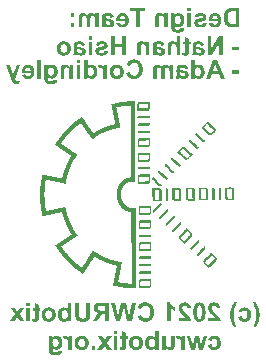
<source format=gbo>
G04*
G04 #@! TF.GenerationSoftware,Altium Limited,Altium Designer,21.0.9 (235)*
G04*
G04 Layer_Color=32896*
%FSLAX44Y44*%
%MOMM*%
G71*
G04*
G04 #@! TF.SameCoordinates,B8152D85-E12F-4961-801D-9DD34C180D21*
G04*
G04*
G04 #@! TF.FilePolarity,Positive*
G04*
G01*
G75*
G36*
X289997Y457623D02*
X286919D01*
Y460469D01*
X289997D01*
Y457623D01*
D02*
G37*
G36*
X205793Y456304D02*
X206163Y456258D01*
X206510Y456165D01*
X206857Y456050D01*
X207459Y455749D01*
X207736Y455564D01*
X207991Y455402D01*
X208222Y455240D01*
X208431Y455055D01*
X208593Y454916D01*
X208731Y454777D01*
X208847Y454638D01*
X208940Y454546D01*
X208986Y454499D01*
X209009Y454476D01*
Y456073D01*
X211832D01*
Y444457D01*
X208755D01*
Y450080D01*
Y450658D01*
X208708Y451167D01*
X208685Y451561D01*
X208639Y451908D01*
X208593Y452139D01*
X208569Y452324D01*
X208523Y452440D01*
Y452463D01*
X208407Y452718D01*
X208292Y452949D01*
X208153Y453134D01*
X208014Y453296D01*
X207898Y453412D01*
X207806Y453504D01*
X207736Y453551D01*
X207713Y453574D01*
X207482Y453713D01*
X207274Y453805D01*
X207065Y453875D01*
X206857Y453921D01*
X206695Y453944D01*
X206556Y453967D01*
X206232D01*
X206047Y453921D01*
X205885Y453898D01*
X205746Y453851D01*
X205654Y453805D01*
X205585Y453759D01*
X205538Y453736D01*
X205515Y453713D01*
X205399Y453620D01*
X205284Y453504D01*
X205122Y453250D01*
X205075Y453157D01*
X205029Y453065D01*
X205006Y452995D01*
Y452972D01*
X204983Y452879D01*
X204937Y452741D01*
X204890Y452417D01*
X204867Y452070D01*
X204844Y451699D01*
X204821Y451352D01*
Y451075D01*
Y450959D01*
Y450866D01*
Y450820D01*
Y450797D01*
Y444457D01*
X201743D01*
Y450010D01*
Y450589D01*
X201697Y451075D01*
X201674Y451491D01*
X201628Y451838D01*
X201581Y452093D01*
X201558Y452278D01*
X201512Y452370D01*
Y452417D01*
X201396Y452694D01*
X201280Y452926D01*
X201142Y453111D01*
X201003Y453273D01*
X200887Y453412D01*
X200795Y453504D01*
X200725Y453551D01*
X200702Y453574D01*
X200494Y453713D01*
X200262Y453805D01*
X200054Y453875D01*
X199869Y453921D01*
X199707Y453944D01*
X199591Y453967D01*
X199476D01*
X199175Y453944D01*
X198897Y453875D01*
X198666Y453759D01*
X198481Y453643D01*
X198342Y453504D01*
X198249Y453412D01*
X198180Y453319D01*
X198157Y453296D01*
X198110Y453180D01*
X198041Y453065D01*
X197972Y452741D01*
X197902Y452370D01*
X197879Y452000D01*
X197856Y451653D01*
X197833Y451352D01*
Y451237D01*
Y451144D01*
Y451098D01*
Y451075D01*
Y444457D01*
X194755D01*
Y451861D01*
X194778Y452440D01*
X194802Y452949D01*
X194848Y453366D01*
X194917Y453689D01*
X194987Y453944D01*
X195033Y454129D01*
X195056Y454245D01*
X195079Y454268D01*
X195264Y454638D01*
X195473Y454939D01*
X195704Y455193D01*
X195912Y455425D01*
X196120Y455587D01*
X196282Y455703D01*
X196375Y455772D01*
X196421Y455795D01*
X196768Y455980D01*
X197139Y456096D01*
X197486Y456189D01*
X197833Y456258D01*
X198134Y456304D01*
X198365Y456327D01*
X198573D01*
X198943Y456304D01*
X199291Y456258D01*
X199615Y456189D01*
X199892Y456096D01*
X200124Y456003D01*
X200309Y455934D01*
X200424Y455888D01*
X200471Y455864D01*
X200795Y455679D01*
X201095Y455448D01*
X201373Y455217D01*
X201628Y454985D01*
X201836Y454777D01*
X201975Y454615D01*
X202067Y454499D01*
X202113Y454453D01*
X202322Y454777D01*
X202553Y455078D01*
X202785Y455309D01*
X202993Y455517D01*
X203178Y455679D01*
X203340Y455772D01*
X203433Y455841D01*
X203479Y455864D01*
X203803Y456026D01*
X204127Y456142D01*
X204451Y456212D01*
X204751Y456281D01*
X205006Y456304D01*
X205214Y456327D01*
X205399D01*
X205793Y456304D01*
D02*
G37*
G36*
X279931Y456304D02*
X280302Y456258D01*
X280649Y456189D01*
X280996Y456096D01*
X281574Y455841D01*
X281852Y455703D01*
X282083Y455564D01*
X282315Y455402D01*
X282500Y455263D01*
X282662Y455147D01*
X282801Y455032D01*
X282916Y454916D01*
X282986Y454846D01*
X283032Y454800D01*
X283055Y454777D01*
X283310Y454476D01*
X283518Y454152D01*
X283703Y453782D01*
X283865Y453435D01*
X283981Y453065D01*
X284096Y452694D01*
X284258Y451954D01*
X284328Y451630D01*
X284374Y451306D01*
X284397Y451028D01*
X284420Y450797D01*
X284443Y450589D01*
Y450450D01*
Y450334D01*
Y450311D01*
X284420Y449895D01*
X284397Y449478D01*
X284282Y448738D01*
X284189Y448391D01*
X284096Y448067D01*
X284004Y447766D01*
X283911Y447511D01*
X283819Y447257D01*
X283726Y447048D01*
X283634Y446863D01*
X283541Y446701D01*
X283472Y446586D01*
X283425Y446493D01*
X283379Y446447D01*
Y446424D01*
X283101Y446077D01*
X282824Y445776D01*
X282523Y445521D01*
X282222Y445290D01*
X281921Y445105D01*
X281597Y444943D01*
X281297Y444804D01*
X281019Y444711D01*
X280741Y444619D01*
X280487Y444572D01*
X280255Y444526D01*
X280070Y444480D01*
X279908D01*
X279769Y444457D01*
X279677D01*
X279283Y444480D01*
X278913Y444549D01*
X278566Y444642D01*
X278242Y444758D01*
X277664Y445058D01*
X277386Y445220D01*
X277155Y445406D01*
X276946Y445568D01*
X276738Y445729D01*
X276576Y445891D01*
X276460Y446030D01*
X276345Y446169D01*
X276275Y446262D01*
X276229Y446308D01*
X276206Y446331D01*
Y444642D01*
Y444295D01*
X276229Y443994D01*
X276252Y443763D01*
X276275Y443577D01*
X276322Y443415D01*
X276345Y443323D01*
X276368Y443277D01*
Y443254D01*
X276460Y443069D01*
X276553Y442906D01*
X276646Y442768D01*
X276738Y442652D01*
X276831Y442559D01*
X276900Y442513D01*
X276946Y442490D01*
X276970Y442467D01*
X277224Y442351D01*
X277502Y442259D01*
X277803Y442189D01*
X278103Y442143D01*
X278358Y442120D01*
X278566Y442097D01*
X278774D01*
X279098Y442120D01*
X279376Y442143D01*
X279607Y442212D01*
X279792Y442282D01*
X279954Y442328D01*
X280047Y442397D01*
X280117Y442421D01*
X280140Y442444D01*
X280255Y442536D01*
X280348Y442675D01*
X280464Y442953D01*
X280487Y443069D01*
X280510Y443184D01*
X280533Y443254D01*
Y443277D01*
X284050Y443693D01*
X284073Y443554D01*
Y443439D01*
Y443346D01*
Y443323D01*
X284050Y443045D01*
X284027Y442768D01*
X283888Y442259D01*
X283680Y441819D01*
X283449Y441449D01*
X283240Y441148D01*
X283032Y440940D01*
X282893Y440801D01*
X282870Y440778D01*
X282847Y440755D01*
X282592Y440569D01*
X282315Y440431D01*
X281991Y440292D01*
X281667Y440176D01*
X280973Y439991D01*
X280278Y439875D01*
X279954Y439829D01*
X279654Y439783D01*
X279376Y439759D01*
X279145D01*
X278936Y439736D01*
X278659D01*
X278103Y439759D01*
X277594Y439783D01*
X277155Y439852D01*
X276761Y439921D01*
X276460Y439968D01*
X276252Y440037D01*
X276113Y440060D01*
X276067Y440084D01*
X275697Y440222D01*
X275373Y440361D01*
X275095Y440523D01*
X274864Y440662D01*
X274702Y440778D01*
X274563Y440893D01*
X274470Y440963D01*
X274447Y440986D01*
X274216Y441217D01*
X274031Y441472D01*
X273869Y441749D01*
X273730Y442004D01*
X273614Y442235D01*
X273545Y442421D01*
X273499Y442536D01*
X273475Y442583D01*
X273406Y442791D01*
X273360Y442999D01*
X273267Y443485D01*
X273221Y443994D01*
X273175Y444503D01*
X273151Y444943D01*
X273128Y445128D01*
Y445313D01*
Y445452D01*
Y445544D01*
Y445614D01*
Y445637D01*
Y456073D01*
X275998D01*
Y454407D01*
X276275Y454754D01*
X276553Y455032D01*
X276854Y455309D01*
X277155Y455518D01*
X277455Y455703D01*
X277756Y455864D01*
X278034Y455980D01*
X278312Y456096D01*
X278566Y456165D01*
X278797Y456235D01*
X279029Y456258D01*
X279191Y456304D01*
X279353D01*
X279469Y456327D01*
X279561D01*
X279931Y456304D01*
D02*
G37*
G36*
X191145Y452995D02*
X188068D01*
Y456073D01*
X191145D01*
Y452995D01*
D02*
G37*
G36*
X220324Y456281D02*
X220695Y456258D01*
X221018Y456189D01*
X221342Y456142D01*
X221620Y456073D01*
X221875Y455980D01*
X222106Y455911D01*
X222291Y455841D01*
X222476Y455749D01*
X222615Y455679D01*
X222754Y455633D01*
X222846Y455564D01*
X222916Y455541D01*
X222939Y455494D01*
X222962D01*
X223356Y455147D01*
X223680Y454754D01*
X223957Y454337D01*
X224188Y453944D01*
X224350Y453574D01*
X224420Y453412D01*
X224466Y453273D01*
X224513Y453157D01*
X224536Y453065D01*
X224559Y453018D01*
Y452995D01*
X221805Y452486D01*
X221689Y452764D01*
X221574Y452995D01*
X221458Y453204D01*
X221319Y453366D01*
X221227Y453481D01*
X221134Y453551D01*
X221088Y453597D01*
X221065Y453620D01*
X220880Y453736D01*
X220671Y453828D01*
X220440Y453875D01*
X220232Y453921D01*
X220047Y453944D01*
X219908Y453967D01*
X219769D01*
X219352Y453944D01*
X219005Y453898D01*
X218728Y453851D01*
X218496Y453782D01*
X218334Y453689D01*
X218219Y453643D01*
X218149Y453597D01*
X218126Y453574D01*
X217964Y453412D01*
X217848Y453227D01*
X217779Y453018D01*
X217710Y452810D01*
X217686Y452602D01*
X217663Y452440D01*
Y452347D01*
Y452301D01*
Y452000D01*
X217825Y451931D01*
X218033Y451861D01*
X218473Y451723D01*
X218982Y451607D01*
X219468Y451491D01*
X219931Y451376D01*
X220139Y451329D01*
X220324Y451306D01*
X220463Y451283D01*
X220579Y451260D01*
X220648Y451237D01*
X220671D01*
X221227Y451121D01*
X221736Y451005D01*
X222152Y450890D01*
X222499Y450774D01*
X222777Y450658D01*
X222962Y450589D01*
X223078Y450542D01*
X223124Y450519D01*
X223425Y450357D01*
X223680Y450172D01*
X223911Y449964D01*
X224073Y449779D01*
X224235Y449617D01*
X224327Y449478D01*
X224397Y449385D01*
X224420Y449339D01*
X224582Y449038D01*
X224698Y448738D01*
X224767Y448460D01*
X224813Y448182D01*
X224860Y447951D01*
X224883Y447766D01*
Y447650D01*
Y447604D01*
X224860Y447326D01*
X224836Y447071D01*
X224721Y446586D01*
X224559Y446169D01*
X224374Y445822D01*
X224188Y445544D01*
X224027Y445336D01*
X223911Y445197D01*
X223865Y445174D01*
Y445151D01*
X223448Y444827D01*
X222985Y444596D01*
X222523Y444434D01*
X222060Y444318D01*
X221666Y444249D01*
X221481Y444225D01*
X221342D01*
X221203Y444202D01*
X221042D01*
X220671Y444225D01*
X220301Y444272D01*
X219977Y444318D01*
X219699Y444387D01*
X219468Y444457D01*
X219283Y444526D01*
X219167Y444549D01*
X219121Y444572D01*
X218797Y444734D01*
X218473Y444896D01*
X218195Y445105D01*
X217941Y445290D01*
X217733Y445452D01*
X217571Y445591D01*
X217478Y445683D01*
X217432Y445706D01*
X217409Y445614D01*
X217362Y445498D01*
X217339Y445406D01*
X217316Y445382D01*
Y445359D01*
X217247Y445151D01*
X217200Y444966D01*
X217154Y444804D01*
X217108Y444688D01*
X217062Y444596D01*
X217038Y444503D01*
X217015Y444480D01*
Y444457D01*
X213984D01*
X214123Y444758D01*
X214239Y445035D01*
X214331Y445290D01*
X214424Y445521D01*
X214470Y445706D01*
X214516Y445868D01*
X214539Y445961D01*
Y445984D01*
X214586Y446285D01*
X214609Y446655D01*
X214655Y447025D01*
Y447396D01*
X214678Y447719D01*
Y447997D01*
Y448113D01*
Y448182D01*
Y448228D01*
Y448252D01*
X214632Y451838D01*
Y452209D01*
X214655Y452532D01*
X214678Y452833D01*
X214701Y453111D01*
X214725Y453366D01*
X214771Y453597D01*
X214794Y453805D01*
X214840Y453967D01*
X214886Y454129D01*
X214910Y454245D01*
X214979Y454453D01*
X215025Y454546D01*
X215049Y454592D01*
X215234Y454846D01*
X215442Y455101D01*
X215673Y455309D01*
X215928Y455494D01*
X216136Y455633D01*
X216321Y455726D01*
X216437Y455795D01*
X216460Y455818D01*
X216483D01*
X216691Y455911D01*
X216900Y455980D01*
X217386Y456119D01*
X217895Y456212D01*
X218381Y456258D01*
X218843Y456304D01*
X219028D01*
X219190Y456327D01*
X219954D01*
X220324Y456281D01*
D02*
G37*
G36*
X310892Y456304D02*
X311285Y456258D01*
X311679Y456165D01*
X312026Y456073D01*
X312373Y455957D01*
X312674Y455818D01*
X312974Y455656D01*
X313229Y455518D01*
X313460Y455355D01*
X313669Y455193D01*
X313854Y455055D01*
X313993Y454939D01*
X314108Y454846D01*
X314201Y454754D01*
X314247Y454708D01*
X314270Y454684D01*
X314525Y454361D01*
X314756Y454013D01*
X314964Y453666D01*
X315149Y453296D01*
X315288Y452903D01*
X315404Y452533D01*
X315589Y451815D01*
X315659Y451468D01*
X315705Y451167D01*
X315728Y450890D01*
X315751Y450658D01*
X315774Y450450D01*
Y450288D01*
Y450195D01*
Y450172D01*
X315751Y449733D01*
X315728Y449293D01*
X315659Y448900D01*
X315589Y448529D01*
X315520Y448159D01*
X315404Y447835D01*
X315312Y447534D01*
X315196Y447257D01*
X315103Y447002D01*
X314988Y446794D01*
X314895Y446609D01*
X314826Y446447D01*
X314733Y446331D01*
X314687Y446239D01*
X314664Y446192D01*
X314640Y446169D01*
X314340Y445822D01*
X314039Y445521D01*
X313692Y445267D01*
X313321Y445035D01*
X312951Y444850D01*
X312581Y444688D01*
X312211Y444549D01*
X311841Y444457D01*
X311517Y444364D01*
X311193Y444318D01*
X310892Y444272D01*
X310637Y444225D01*
X310429D01*
X310290Y444202D01*
X310151D01*
X309480Y444249D01*
X308856Y444341D01*
X308323Y444480D01*
X307861Y444642D01*
X307652Y444734D01*
X307490Y444804D01*
X307328Y444873D01*
X307213Y444943D01*
X307120Y445012D01*
X307028Y445035D01*
X307004Y445082D01*
X306981D01*
X306542Y445452D01*
X306148Y445845D01*
X305824Y446285D01*
X305570Y446701D01*
X305361Y447072D01*
X305292Y447234D01*
X305223Y447372D01*
X305176Y447488D01*
X305130Y447581D01*
X305107Y447627D01*
Y447650D01*
X308161Y448159D01*
X308277Y447858D01*
X308393Y447581D01*
X308508Y447372D01*
X308647Y447187D01*
X308740Y447048D01*
X308832Y446956D01*
X308902Y446910D01*
X308925Y446886D01*
X309110Y446748D01*
X309318Y446655D01*
X309527Y446586D01*
X309712Y446539D01*
X309874Y446516D01*
X310013Y446493D01*
X310128D01*
X310499Y446516D01*
X310846Y446609D01*
X311169Y446725D01*
X311424Y446863D01*
X311632Y447002D01*
X311771Y447118D01*
X311887Y447210D01*
X311910Y447234D01*
X312141Y447534D01*
X312303Y447882D01*
X312442Y448252D01*
X312535Y448576D01*
X312581Y448900D01*
X312604Y449131D01*
X312627Y449224D01*
Y449293D01*
Y449339D01*
Y449362D01*
X304945D01*
Y450010D01*
X304991Y450589D01*
X305061Y451144D01*
X305153Y451653D01*
X305269Y452139D01*
X305385Y452556D01*
X305523Y452949D01*
X305662Y453296D01*
X305801Y453597D01*
X305940Y453875D01*
X306056Y454083D01*
X306171Y454268D01*
X306264Y454407D01*
X306333Y454523D01*
X306380Y454569D01*
X306403Y454592D01*
X306681Y454893D01*
X307004Y455170D01*
X307328Y455402D01*
X307652Y455587D01*
X307999Y455772D01*
X308347Y455911D01*
X308671Y456026D01*
X308994Y456119D01*
X309295Y456189D01*
X309573Y456235D01*
X309827Y456281D01*
X310036Y456304D01*
X310221Y456327D01*
X310475D01*
X310892Y456304D01*
D02*
G37*
G36*
X232519Y456304D02*
X232912Y456258D01*
X233305Y456165D01*
X233652Y456073D01*
X234000Y455957D01*
X234300Y455818D01*
X234601Y455656D01*
X234856Y455517D01*
X235087Y455355D01*
X235295Y455193D01*
X235481Y455055D01*
X235619Y454939D01*
X235735Y454846D01*
X235828Y454754D01*
X235874Y454707D01*
X235897Y454684D01*
X236152Y454361D01*
X236383Y454013D01*
X236591Y453666D01*
X236776Y453296D01*
X236915Y452903D01*
X237031Y452532D01*
X237216Y451815D01*
X237285Y451468D01*
X237332Y451167D01*
X237355Y450890D01*
X237378Y450658D01*
X237401Y450450D01*
Y450288D01*
Y450195D01*
Y450172D01*
X237378Y449733D01*
X237355Y449293D01*
X237285Y448900D01*
X237216Y448529D01*
X237147Y448159D01*
X237031Y447835D01*
X236938Y447534D01*
X236823Y447257D01*
X236730Y447002D01*
X236614Y446794D01*
X236522Y446609D01*
X236452Y446447D01*
X236360Y446331D01*
X236314Y446239D01*
X236290Y446192D01*
X236267Y446169D01*
X235966Y445822D01*
X235666Y445521D01*
X235319Y445267D01*
X234948Y445035D01*
X234578Y444850D01*
X234208Y444688D01*
X233838Y444549D01*
X233467Y444457D01*
X233144Y444364D01*
X232819Y444318D01*
X232519Y444272D01*
X232264Y444225D01*
X232056D01*
X231917Y444202D01*
X231778D01*
X231107Y444249D01*
X230482Y444341D01*
X229950Y444480D01*
X229487Y444642D01*
X229279Y444734D01*
X229117Y444804D01*
X228955Y444873D01*
X228839Y444943D01*
X228747Y445012D01*
X228654Y445035D01*
X228631Y445082D01*
X228608D01*
X228169Y445452D01*
X227775Y445845D01*
X227451Y446285D01*
X227197Y446701D01*
X226988Y447071D01*
X226919Y447234D01*
X226850Y447372D01*
X226803Y447488D01*
X226757Y447581D01*
X226734Y447627D01*
Y447650D01*
X229788Y448159D01*
X229904Y447858D01*
X230020Y447581D01*
X230135Y447372D01*
X230274Y447187D01*
X230367Y447048D01*
X230459Y446956D01*
X230529Y446910D01*
X230552Y446886D01*
X230737Y446748D01*
X230945Y446655D01*
X231154Y446586D01*
X231339Y446539D01*
X231501Y446516D01*
X231639Y446493D01*
X231755D01*
X232125Y446516D01*
X232472Y446609D01*
X232796Y446725D01*
X233051Y446863D01*
X233259Y447002D01*
X233398Y447118D01*
X233514Y447210D01*
X233537Y447234D01*
X233768Y447534D01*
X233930Y447881D01*
X234069Y448252D01*
X234162Y448576D01*
X234208Y448900D01*
X234231Y449131D01*
X234254Y449224D01*
Y449293D01*
Y449339D01*
Y449362D01*
X226572D01*
Y450010D01*
X226618Y450589D01*
X226688Y451144D01*
X226780Y451653D01*
X226896Y452139D01*
X227012Y452556D01*
X227150Y452949D01*
X227289Y453296D01*
X227428Y453597D01*
X227567Y453875D01*
X227683Y454083D01*
X227798Y454268D01*
X227891Y454407D01*
X227960Y454522D01*
X228006Y454569D01*
X228030Y454592D01*
X228307Y454893D01*
X228631Y455170D01*
X228955Y455402D01*
X229279Y455587D01*
X229626Y455772D01*
X229973Y455911D01*
X230297Y456026D01*
X230621Y456119D01*
X230922Y456189D01*
X231200Y456235D01*
X231454Y456281D01*
X231663Y456304D01*
X231848Y456327D01*
X232102D01*
X232519Y456304D01*
D02*
G37*
G36*
X331000Y444457D02*
X324938D01*
X324313Y444480D01*
X323734Y444503D01*
X323248Y444549D01*
X322855Y444619D01*
X322531Y444688D01*
X322276Y444734D01*
X322207Y444758D01*
X322138D01*
X322114Y444781D01*
X322091D01*
X321582Y444966D01*
X321119Y445174D01*
X320749Y445382D01*
X320425Y445591D01*
X320171Y445776D01*
X319986Y445915D01*
X319870Y446007D01*
X319824Y446053D01*
X319430Y446493D01*
X319083Y446956D01*
X318782Y447442D01*
X318551Y447882D01*
X318366Y448298D01*
X318273Y448460D01*
X318227Y448599D01*
X318181Y448738D01*
X318134Y448830D01*
X318111Y448876D01*
Y448900D01*
X317949Y449455D01*
X317810Y450033D01*
X317718Y450589D01*
X317672Y451121D01*
X317649Y451376D01*
X317625Y451607D01*
Y451792D01*
X317602Y451977D01*
Y452116D01*
Y452209D01*
Y452278D01*
Y452301D01*
X317625Y453111D01*
X317695Y453828D01*
X317718Y454175D01*
X317764Y454476D01*
X317810Y454777D01*
X317857Y455032D01*
X317926Y455263D01*
X317973Y455471D01*
X318019Y455656D01*
X318042Y455795D01*
X318088Y455911D01*
X318111Y456003D01*
X318134Y456050D01*
Y456073D01*
X318343Y456628D01*
X318597Y457137D01*
X318852Y457577D01*
X319106Y457947D01*
X319315Y458248D01*
X319500Y458479D01*
X319615Y458618D01*
X319639Y458664D01*
X319662D01*
X320055Y459035D01*
X320448Y459336D01*
X320865Y459590D01*
X321235Y459798D01*
X321559Y459960D01*
X321837Y460076D01*
X321929Y460099D01*
X321999Y460122D01*
X322045Y460145D01*
X322068D01*
X322508Y460261D01*
X322994Y460330D01*
X323503Y460400D01*
X323989Y460423D01*
X324428Y460446D01*
X324613Y460469D01*
X331000D01*
Y444457D01*
D02*
G37*
G36*
X289997D02*
X286919D01*
Y456073D01*
X289997D01*
Y444457D01*
D02*
G37*
G36*
X263873Y456304D02*
X264289Y456235D01*
X264659Y456142D01*
X265030Y456026D01*
X265377Y455864D01*
X265678Y455703D01*
X265978Y455518D01*
X266233Y455355D01*
X266464Y455170D01*
X266672Y454985D01*
X266858Y454823D01*
X266996Y454661D01*
X267112Y454546D01*
X267205Y454453D01*
X267251Y454384D01*
X267274Y454361D01*
Y456073D01*
X270120D01*
Y444457D01*
X267043D01*
Y449686D01*
Y450033D01*
Y450357D01*
X267020Y450658D01*
X266996Y450913D01*
Y451167D01*
X266973Y451376D01*
X266950Y451584D01*
X266927Y451746D01*
X266881Y452023D01*
X266858Y452209D01*
X266811Y452324D01*
Y452347D01*
X266719Y452602D01*
X266580Y452856D01*
X266441Y453041D01*
X266302Y453227D01*
X266163Y453342D01*
X266048Y453458D01*
X265978Y453504D01*
X265955Y453527D01*
X265701Y453666D01*
X265446Y453782D01*
X265215Y453851D01*
X264983Y453921D01*
X264798Y453944D01*
X264659Y453967D01*
X264520D01*
X264289Y453944D01*
X264081Y453921D01*
X263919Y453875D01*
X263757Y453805D01*
X263618Y453736D01*
X263526Y453689D01*
X263479Y453666D01*
X263456Y453643D01*
X263294Y453527D01*
X263178Y453389D01*
X262970Y453111D01*
X262901Y452972D01*
X262854Y452880D01*
X262808Y452810D01*
Y452787D01*
X262762Y452671D01*
X262739Y452533D01*
X262693Y452185D01*
X262646Y451769D01*
X262623Y451376D01*
X262600Y450982D01*
Y450820D01*
Y450658D01*
Y450542D01*
Y450450D01*
Y450381D01*
Y450357D01*
Y444457D01*
X259522D01*
Y451653D01*
Y452139D01*
X259545Y452533D01*
X259569Y452903D01*
X259615Y453180D01*
X259638Y453412D01*
X259684Y453574D01*
X259708Y453689D01*
Y453713D01*
X259777Y453990D01*
X259869Y454222D01*
X259962Y454453D01*
X260078Y454638D01*
X260170Y454800D01*
X260240Y454916D01*
X260286Y454985D01*
X260309Y455008D01*
X260494Y455217D01*
X260702Y455402D01*
X260911Y455564D01*
X261119Y455703D01*
X261304Y455818D01*
X261466Y455888D01*
X261559Y455934D01*
X261605Y455957D01*
X261929Y456073D01*
X262253Y456165D01*
X262554Y456235D01*
X262831Y456281D01*
X263086Y456304D01*
X263294Y456327D01*
X263456D01*
X263873Y456304D01*
D02*
G37*
G36*
X251285Y457762D02*
X246541D01*
Y444457D01*
X243302D01*
Y457762D01*
X238581D01*
Y460469D01*
X251285D01*
Y457762D01*
D02*
G37*
G36*
X191145Y444457D02*
X188068D01*
Y447534D01*
X191145D01*
Y444457D01*
D02*
G37*
G36*
X299091Y456281D02*
X299484Y456235D01*
X299854Y456165D01*
X300178Y456096D01*
X300479Y456003D01*
X300757Y455911D01*
X301011Y455818D01*
X301220Y455703D01*
X301405Y455610D01*
X301567Y455518D01*
X301682Y455448D01*
X301798Y455379D01*
X301868Y455332D01*
X301891Y455309D01*
X301914Y455286D01*
X302122Y455101D01*
X302307Y454893D01*
X302469Y454684D01*
X302585Y454453D01*
X302816Y454036D01*
X302955Y453643D01*
X303025Y453296D01*
X303048Y453134D01*
X303071Y453018D01*
X303094Y452903D01*
Y452833D01*
Y452787D01*
Y452764D01*
X303071Y452463D01*
X303025Y452185D01*
X302978Y451908D01*
X302886Y451653D01*
X302654Y451213D01*
X302400Y450843D01*
X302168Y450542D01*
X301937Y450334D01*
X301844Y450242D01*
X301798Y450195D01*
X301752Y450172D01*
X301729Y450149D01*
X301520Y450033D01*
X301243Y449895D01*
X300919Y449756D01*
X300572Y449640D01*
X300201Y449501D01*
X299808Y449385D01*
X298998Y449154D01*
X298605Y449038D01*
X298235Y448946D01*
X297911Y448853D01*
X297610Y448784D01*
X297355Y448738D01*
X297170Y448691D01*
X297055Y448645D01*
X297008D01*
X296730Y448576D01*
X296522Y448506D01*
X296337Y448437D01*
X296198Y448391D01*
X296106Y448321D01*
X296036Y448298D01*
X295990Y448252D01*
X295851Y448067D01*
X295782Y447882D01*
X295759Y447743D01*
Y447696D01*
Y447673D01*
X295782Y447488D01*
X295828Y447326D01*
X295898Y447187D01*
X295967Y447072D01*
X296036Y446979D01*
X296106Y446910D01*
X296152Y446863D01*
X296175Y446840D01*
X296430Y446701D01*
X296707Y446609D01*
X297008Y446516D01*
X297286Y446470D01*
X297540Y446447D01*
X297772Y446424D01*
X297957D01*
X298350Y446447D01*
X298674Y446493D01*
X298975Y446562D01*
X299207Y446655D01*
X299392Y446725D01*
X299530Y446794D01*
X299623Y446840D01*
X299646Y446863D01*
X299854Y447048D01*
X300016Y447280D01*
X300155Y447488D01*
X300271Y447719D01*
X300340Y447928D01*
X300387Y448090D01*
X300433Y448182D01*
Y448228D01*
X303510Y447766D01*
X303302Y447187D01*
X303048Y446655D01*
X302770Y446215D01*
X302469Y445845D01*
X302191Y445544D01*
X301937Y445336D01*
X301868Y445244D01*
X301798Y445197D01*
X301752Y445174D01*
X301729Y445151D01*
X301451Y444989D01*
X301173Y444827D01*
X300548Y444596D01*
X299924Y444434D01*
X299322Y444318D01*
X299044Y444272D01*
X298790Y444249D01*
X298559Y444225D01*
X298350D01*
X298188Y444202D01*
X297957D01*
X297494Y444225D01*
X297055Y444249D01*
X296638Y444318D01*
X296245Y444387D01*
X295898Y444457D01*
X295574Y444572D01*
X295273Y444665D01*
X295018Y444781D01*
X294787Y444873D01*
X294579Y444989D01*
X294417Y445082D01*
X294278Y445151D01*
X294162Y445244D01*
X294093Y445290D01*
X294046Y445313D01*
X294023Y445336D01*
X293792Y445568D01*
X293584Y445799D01*
X293398Y446030D01*
X293237Y446262D01*
X293121Y446493D01*
X293005Y446725D01*
X292843Y447141D01*
X292751Y447534D01*
X292727Y447696D01*
X292704Y447812D01*
X292681Y447928D01*
Y448020D01*
Y448067D01*
Y448090D01*
X292727Y448599D01*
X292843Y449062D01*
X292982Y449455D01*
X293167Y449779D01*
X293352Y450033D01*
X293491Y450219D01*
X293607Y450311D01*
X293653Y450357D01*
X293861Y450496D01*
X294069Y450658D01*
X294324Y450774D01*
X294602Y450913D01*
X295157Y451144D01*
X295736Y451352D01*
X296245Y451514D01*
X296476Y451561D01*
X296684Y451630D01*
X296846Y451676D01*
X296962Y451699D01*
X297055Y451723D01*
X297078D01*
X297517Y451838D01*
X297911Y451931D01*
X298258Y452023D01*
X298559Y452116D01*
X298836Y452185D01*
X299068Y452255D01*
X299253Y452324D01*
X299438Y452370D01*
X299577Y452440D01*
X299692Y452486D01*
X299785Y452509D01*
X299831Y452556D01*
X299924Y452579D01*
X299947Y452602D01*
X300040Y452694D01*
X300109Y452787D01*
X300201Y452972D01*
X300248Y453111D01*
Y453134D01*
Y453157D01*
X300225Y453296D01*
X300201Y453412D01*
X300063Y453620D01*
X299947Y453736D01*
X299924Y453782D01*
X299901D01*
X299669Y453898D01*
X299415Y453990D01*
X299137Y454036D01*
X298836Y454083D01*
X298582Y454106D01*
X298373Y454129D01*
X298165D01*
X297818Y454106D01*
X297517Y454083D01*
X297263Y454013D01*
X297055Y453944D01*
X296893Y453875D01*
X296777Y453828D01*
X296707Y453782D01*
X296684Y453759D01*
X296499Y453620D01*
X296360Y453458D01*
X296222Y453296D01*
X296129Y453111D01*
X296059Y452972D01*
X296013Y452856D01*
X295967Y452764D01*
Y452741D01*
X293074Y453273D01*
X293260Y453805D01*
X293514Y454268D01*
X293769Y454661D01*
X294046Y454962D01*
X294278Y455217D01*
X294486Y455402D01*
X294625Y455494D01*
X294648Y455541D01*
X294671D01*
X294902Y455679D01*
X295157Y455795D01*
X295712Y456003D01*
X296291Y456142D01*
X296869Y456235D01*
X297147Y456258D01*
X297402Y456281D01*
X297633Y456304D01*
X297818Y456327D01*
X298674D01*
X299091Y456281D01*
D02*
G37*
G36*
X206302Y433688D02*
X203224D01*
Y436534D01*
X206302D01*
Y433688D01*
D02*
G37*
G36*
X280949Y420521D02*
X277872D01*
Y426329D01*
X277849Y426838D01*
X277826Y427278D01*
X277779Y427672D01*
X277733Y427972D01*
X277687Y428227D01*
X277640Y428389D01*
X277594Y428504D01*
Y428528D01*
X277479Y428782D01*
X277340Y429014D01*
X277201Y429199D01*
X277039Y429361D01*
X276923Y429476D01*
X276807Y429569D01*
X276738Y429615D01*
X276715Y429638D01*
X276484Y429777D01*
X276252Y429870D01*
X276021Y429939D01*
X275812Y429985D01*
X275627Y430009D01*
X275489Y430032D01*
X275350D01*
X275118Y430009D01*
X274887Y429985D01*
X274702Y429939D01*
X274540Y429893D01*
X274424Y429823D01*
X274308Y429777D01*
X274262Y429754D01*
X274239Y429731D01*
X274077Y429615D01*
X273961Y429476D01*
X273753Y429222D01*
X273707Y429106D01*
X273661Y429037D01*
X273614Y428967D01*
Y428944D01*
X273591Y428829D01*
X273545Y428713D01*
X273499Y428389D01*
X273475Y427995D01*
X273452Y427602D01*
X273429Y427232D01*
Y427070D01*
Y426931D01*
Y426792D01*
Y426700D01*
Y426653D01*
Y426630D01*
Y420521D01*
X270352D01*
Y427324D01*
Y427880D01*
X270375Y428343D01*
X270398Y428736D01*
X270421Y429060D01*
X270467Y429291D01*
X270490Y429476D01*
X270514Y429592D01*
Y429615D01*
X270583Y429893D01*
X270676Y430147D01*
X270768Y430379D01*
X270884Y430587D01*
X270976Y430749D01*
X271046Y430865D01*
X271092Y430957D01*
X271115Y430980D01*
X271300Y431189D01*
X271509Y431397D01*
X271717Y431559D01*
X271925Y431698D01*
X272110Y431814D01*
X272272Y431906D01*
X272365Y431952D01*
X272411Y431975D01*
X272735Y432114D01*
X273082Y432207D01*
X273383Y432299D01*
X273684Y432346D01*
X273938Y432369D01*
X274146Y432392D01*
X274332D01*
X274702Y432369D01*
X275072Y432323D01*
X275419Y432230D01*
X275743Y432114D01*
X276345Y431837D01*
X276622Y431675D01*
X276877Y431513D01*
X277085Y431328D01*
X277293Y431166D01*
X277455Y431027D01*
X277617Y430888D01*
X277710Y430772D01*
X277803Y430680D01*
X277849Y430633D01*
X277872Y430610D01*
Y436534D01*
X280949D01*
Y420521D01*
D02*
G37*
G36*
X234856Y420521D02*
X231616D01*
Y427533D01*
X225299D01*
Y420521D01*
X222060D01*
Y436534D01*
X225299D01*
Y430240D01*
X231616D01*
Y436534D01*
X234856D01*
Y420521D01*
D02*
G37*
G36*
X297078Y432346D02*
X297448Y432323D01*
X297772Y432253D01*
X298096Y432207D01*
X298373Y432137D01*
X298628Y432045D01*
X298859Y431975D01*
X299044Y431906D01*
X299230Y431814D01*
X299368Y431744D01*
X299507Y431698D01*
X299600Y431628D01*
X299669Y431605D01*
X299692Y431559D01*
X299715D01*
X300109Y431212D01*
X300433Y430818D01*
X300711Y430402D01*
X300942Y430009D01*
X301104Y429638D01*
X301173Y429476D01*
X301220Y429338D01*
X301266Y429222D01*
X301289Y429129D01*
X301312Y429083D01*
Y429060D01*
X298559Y428551D01*
X298443Y428829D01*
X298327Y429060D01*
X298211Y429268D01*
X298073Y429430D01*
X297980Y429546D01*
X297887Y429615D01*
X297841Y429661D01*
X297818Y429685D01*
X297633Y429800D01*
X297425Y429893D01*
X297193Y429939D01*
X296985Y429985D01*
X296800Y430009D01*
X296661Y430032D01*
X296522D01*
X296106Y430009D01*
X295759Y429962D01*
X295481Y429916D01*
X295250Y429847D01*
X295088Y429754D01*
X294972Y429708D01*
X294902Y429661D01*
X294879Y429638D01*
X294717Y429476D01*
X294602Y429291D01*
X294532Y429083D01*
X294463Y428875D01*
X294440Y428666D01*
X294417Y428504D01*
Y428412D01*
Y428366D01*
Y428065D01*
X294579Y427995D01*
X294787Y427926D01*
X295226Y427787D01*
X295736Y427672D01*
X296222Y427556D01*
X296684Y427440D01*
X296893Y427394D01*
X297078Y427371D01*
X297216Y427348D01*
X297332Y427324D01*
X297402Y427301D01*
X297425D01*
X297980Y427186D01*
X298489Y427070D01*
X298906Y426954D01*
X299253Y426838D01*
X299530Y426723D01*
X299715Y426653D01*
X299831Y426607D01*
X299877Y426584D01*
X300178Y426422D01*
X300433Y426237D01*
X300664Y426029D01*
X300826Y425844D01*
X300988Y425681D01*
X301081Y425543D01*
X301150Y425450D01*
X301173Y425404D01*
X301335Y425103D01*
X301451Y424802D01*
X301520Y424525D01*
X301567Y424247D01*
X301613Y424016D01*
X301636Y423830D01*
Y423715D01*
Y423668D01*
X301613Y423391D01*
X301590Y423136D01*
X301474Y422650D01*
X301312Y422234D01*
X301127Y421887D01*
X300942Y421609D01*
X300780Y421401D01*
X300664Y421262D01*
X300618Y421239D01*
Y421216D01*
X300201Y420892D01*
X299739Y420660D01*
X299276Y420498D01*
X298813Y420383D01*
X298420Y420313D01*
X298235Y420290D01*
X298096D01*
X297957Y420267D01*
X297795D01*
X297425Y420290D01*
X297055Y420336D01*
X296730Y420383D01*
X296453Y420452D01*
X296222Y420521D01*
X296036Y420591D01*
X295921Y420614D01*
X295874Y420637D01*
X295550Y420799D01*
X295226Y420961D01*
X294949Y421169D01*
X294694Y421354D01*
X294486Y421516D01*
X294324Y421655D01*
X294231Y421748D01*
X294185Y421771D01*
X294162Y421678D01*
X294116Y421563D01*
X294093Y421470D01*
X294069Y421447D01*
Y421424D01*
X294000Y421216D01*
X293954Y421031D01*
X293908Y420868D01*
X293861Y420753D01*
X293815Y420660D01*
X293792Y420568D01*
X293769Y420545D01*
Y420521D01*
X290737D01*
X290876Y420822D01*
X290992Y421100D01*
X291084Y421354D01*
X291177Y421586D01*
X291223Y421771D01*
X291270Y421933D01*
X291293Y422025D01*
Y422049D01*
X291339Y422349D01*
X291362Y422720D01*
X291409Y423090D01*
Y423460D01*
X291432Y423784D01*
Y424062D01*
Y424178D01*
Y424247D01*
Y424293D01*
Y424316D01*
X291385Y427903D01*
Y428273D01*
X291409Y428597D01*
X291432Y428898D01*
X291455Y429176D01*
X291478Y429430D01*
X291524Y429661D01*
X291547Y429870D01*
X291594Y430032D01*
X291640Y430194D01*
X291663Y430309D01*
X291732Y430518D01*
X291779Y430610D01*
X291802Y430657D01*
X291987Y430911D01*
X292195Y431166D01*
X292427Y431374D01*
X292681Y431559D01*
X292889Y431698D01*
X293074Y431790D01*
X293190Y431860D01*
X293213Y431883D01*
X293237D01*
X293445Y431975D01*
X293653Y432045D01*
X294139Y432184D01*
X294648Y432276D01*
X295134Y432323D01*
X295597Y432369D01*
X295782D01*
X295944Y432392D01*
X296707D01*
X297078Y432346D01*
D02*
G37*
G36*
X263502D02*
X263873Y432323D01*
X264197Y432253D01*
X264520Y432207D01*
X264798Y432137D01*
X265053Y432045D01*
X265284Y431975D01*
X265469Y431906D01*
X265654Y431814D01*
X265793Y431744D01*
X265932Y431698D01*
X266025Y431628D01*
X266094Y431605D01*
X266117Y431559D01*
X266140D01*
X266534Y431212D01*
X266858Y430818D01*
X267135Y430402D01*
X267367Y430009D01*
X267529Y429638D01*
X267598Y429476D01*
X267644Y429338D01*
X267691Y429222D01*
X267714Y429129D01*
X267737Y429083D01*
Y429060D01*
X264983Y428551D01*
X264868Y428829D01*
X264752Y429060D01*
X264636Y429268D01*
X264497Y429430D01*
X264405Y429546D01*
X264312Y429615D01*
X264266Y429661D01*
X264243Y429685D01*
X264058Y429800D01*
X263850Y429893D01*
X263618Y429939D01*
X263410Y429985D01*
X263225Y430009D01*
X263086Y430032D01*
X262947D01*
X262530Y430009D01*
X262183Y429962D01*
X261906Y429916D01*
X261674Y429847D01*
X261512Y429754D01*
X261397Y429708D01*
X261327Y429661D01*
X261304Y429638D01*
X261142Y429476D01*
X261026Y429291D01*
X260957Y429083D01*
X260888Y428875D01*
X260865Y428666D01*
X260841Y428504D01*
Y428412D01*
Y428366D01*
Y428065D01*
X261003Y427995D01*
X261212Y427926D01*
X261651Y427787D01*
X262160Y427672D01*
X262646Y427556D01*
X263109Y427440D01*
X263317Y427394D01*
X263502Y427371D01*
X263641Y427348D01*
X263757Y427324D01*
X263826Y427301D01*
X263850D01*
X264405Y427186D01*
X264914Y427070D01*
X265330Y426954D01*
X265678Y426838D01*
X265955Y426723D01*
X266140Y426653D01*
X266256Y426607D01*
X266302Y426584D01*
X266603Y426422D01*
X266858Y426237D01*
X267089Y426029D01*
X267251Y425844D01*
X267413Y425681D01*
X267505Y425543D01*
X267575Y425450D01*
X267598Y425404D01*
X267760Y425103D01*
X267876Y424802D01*
X267945Y424525D01*
X267991Y424247D01*
X268038Y424016D01*
X268061Y423830D01*
Y423715D01*
Y423668D01*
X268038Y423391D01*
X268015Y423136D01*
X267899Y422650D01*
X267737Y422234D01*
X267552Y421887D01*
X267367Y421609D01*
X267205Y421401D01*
X267089Y421262D01*
X267043Y421239D01*
Y421216D01*
X266626Y420892D01*
X266163Y420660D01*
X265701Y420498D01*
X265238Y420383D01*
X264844Y420313D01*
X264659Y420290D01*
X264520D01*
X264382Y420267D01*
X264220D01*
X263850Y420290D01*
X263479Y420336D01*
X263155Y420383D01*
X262878Y420452D01*
X262646Y420521D01*
X262461Y420591D01*
X262345Y420614D01*
X262299Y420637D01*
X261975Y420799D01*
X261651Y420961D01*
X261374Y421169D01*
X261119Y421354D01*
X260911Y421516D01*
X260749Y421655D01*
X260656Y421748D01*
X260610Y421771D01*
X260587Y421678D01*
X260541Y421563D01*
X260517Y421470D01*
X260494Y421447D01*
Y421424D01*
X260425Y421216D01*
X260378Y421031D01*
X260332Y420868D01*
X260286Y420753D01*
X260240Y420660D01*
X260217Y420568D01*
X260193Y420545D01*
Y420521D01*
X257162Y420521D01*
X257301Y420822D01*
X257417Y421100D01*
X257509Y421354D01*
X257602Y421586D01*
X257648Y421771D01*
X257694Y421933D01*
X257717Y422025D01*
Y422049D01*
X257764Y422349D01*
X257787Y422720D01*
X257833Y423090D01*
Y423460D01*
X257856Y423784D01*
Y424062D01*
Y424177D01*
Y424247D01*
Y424293D01*
Y424316D01*
X257810Y427903D01*
Y428273D01*
X257833Y428597D01*
X257856Y428898D01*
X257880Y429175D01*
X257903Y429430D01*
X257949Y429661D01*
X257972Y429870D01*
X258018Y430032D01*
X258065Y430194D01*
X258088Y430309D01*
X258157Y430518D01*
X258203Y430610D01*
X258227Y430657D01*
X258412Y430911D01*
X258620Y431166D01*
X258851Y431374D01*
X259106Y431559D01*
X259314Y431698D01*
X259499Y431790D01*
X259615Y431860D01*
X259638Y431883D01*
X259661D01*
X259869Y431975D01*
X260078Y432045D01*
X260564Y432184D01*
X261073Y432276D01*
X261559Y432323D01*
X262021Y432369D01*
X262207D01*
X262369Y432392D01*
X263132D01*
X263502Y432346D01*
D02*
G37*
G36*
X196329Y432346D02*
X196699Y432323D01*
X197023Y432253D01*
X197347Y432207D01*
X197624Y432137D01*
X197879Y432045D01*
X198110Y431975D01*
X198295Y431906D01*
X198481Y431813D01*
X198619Y431744D01*
X198758Y431698D01*
X198851Y431628D01*
X198920Y431605D01*
X198943Y431559D01*
X198967D01*
X199360Y431212D01*
X199684Y430818D01*
X199962Y430402D01*
X200193Y430009D01*
X200355Y429638D01*
X200424Y429476D01*
X200471Y429338D01*
X200517Y429222D01*
X200540Y429129D01*
X200563Y429083D01*
Y429060D01*
X197810Y428551D01*
X197694Y428829D01*
X197578Y429060D01*
X197463Y429268D01*
X197324Y429430D01*
X197231Y429546D01*
X197139Y429615D01*
X197092Y429661D01*
X197069Y429685D01*
X196884Y429800D01*
X196676Y429893D01*
X196444Y429939D01*
X196236Y429985D01*
X196051Y430009D01*
X195912Y430032D01*
X195773D01*
X195357Y430009D01*
X195010Y429962D01*
X194732Y429916D01*
X194501Y429847D01*
X194339Y429754D01*
X194223Y429708D01*
X194154Y429661D01*
X194130Y429638D01*
X193969Y429476D01*
X193853Y429291D01*
X193783Y429083D01*
X193714Y428875D01*
X193691Y428666D01*
X193668Y428504D01*
Y428412D01*
Y428366D01*
Y428065D01*
X193830Y427995D01*
X194038Y427926D01*
X194478Y427787D01*
X194987Y427672D01*
X195473Y427556D01*
X195935Y427440D01*
X196144Y427394D01*
X196329Y427371D01*
X196467Y427347D01*
X196583Y427324D01*
X196653Y427301D01*
X196676D01*
X197231Y427186D01*
X197740Y427070D01*
X198157Y426954D01*
X198504Y426838D01*
X198782Y426723D01*
X198967Y426653D01*
X199082Y426607D01*
X199129Y426584D01*
X199429Y426422D01*
X199684Y426237D01*
X199915Y426029D01*
X200077Y425844D01*
X200239Y425681D01*
X200332Y425543D01*
X200401Y425450D01*
X200424Y425404D01*
X200586Y425103D01*
X200702Y424802D01*
X200772Y424524D01*
X200818Y424247D01*
X200864Y424016D01*
X200887Y423830D01*
Y423715D01*
Y423668D01*
X200864Y423391D01*
X200841Y423136D01*
X200725Y422650D01*
X200563Y422234D01*
X200378Y421887D01*
X200193Y421609D01*
X200031Y421401D01*
X199915Y421262D01*
X199869Y421239D01*
Y421216D01*
X199452Y420892D01*
X198990Y420660D01*
X198527Y420498D01*
X198064Y420383D01*
X197671Y420313D01*
X197486Y420290D01*
X197347D01*
X197208Y420267D01*
X197046D01*
X196676Y420290D01*
X196306Y420336D01*
X195982Y420383D01*
X195704Y420452D01*
X195473Y420521D01*
X195287Y420591D01*
X195172Y420614D01*
X195125Y420637D01*
X194802Y420799D01*
X194478Y420961D01*
X194200Y421169D01*
X193945Y421354D01*
X193737Y421516D01*
X193575Y421655D01*
X193482Y421748D01*
X193436Y421771D01*
X193413Y421678D01*
X193367Y421563D01*
X193344Y421470D01*
X193321Y421447D01*
Y421424D01*
X193251Y421216D01*
X193205Y421031D01*
X193159Y420868D01*
X193112Y420753D01*
X193066Y420660D01*
X193043Y420568D01*
X193020Y420545D01*
Y420521D01*
X189988D01*
X190127Y420822D01*
X190243Y421100D01*
X190336Y421354D01*
X190428Y421586D01*
X190474Y421771D01*
X190521Y421933D01*
X190544Y422025D01*
Y422049D01*
X190590Y422349D01*
X190613Y422720D01*
X190660Y423090D01*
Y423460D01*
X190683Y423784D01*
Y424062D01*
Y424177D01*
Y424247D01*
Y424293D01*
Y424316D01*
X190636Y427903D01*
Y428273D01*
X190660Y428597D01*
X190683Y428898D01*
X190706Y429175D01*
X190729Y429430D01*
X190775Y429661D01*
X190798Y429870D01*
X190845Y430032D01*
X190891Y430194D01*
X190914Y430309D01*
X190984Y430518D01*
X191030Y430610D01*
X191053Y430657D01*
X191238Y430911D01*
X191446Y431166D01*
X191678Y431374D01*
X191932Y431559D01*
X192141Y431698D01*
X192326Y431790D01*
X192441Y431860D01*
X192464Y431883D01*
X192488D01*
X192696Y431975D01*
X192904Y432045D01*
X193390Y432184D01*
X193899Y432276D01*
X194385Y432323D01*
X194848Y432369D01*
X195033D01*
X195195Y432392D01*
X195958D01*
X196329Y432346D01*
D02*
G37*
G36*
X316931Y420521D02*
X313946D01*
Y431073D01*
X307444Y420521D01*
X304205D01*
Y436534D01*
X307190D01*
Y425751D01*
X313807Y436534D01*
X316931D01*
Y420521D01*
D02*
G37*
G36*
X331000Y424802D02*
X324961D01*
Y427880D01*
X331000D01*
Y424802D01*
D02*
G37*
G36*
X288215Y434451D02*
Y432137D01*
X289627D01*
Y429685D01*
X288215D01*
Y424617D01*
Y424316D01*
Y424062D01*
Y423807D01*
X288192Y423599D01*
Y423229D01*
X288169Y422928D01*
X288146Y422696D01*
Y422558D01*
X288123Y422465D01*
Y422442D01*
X288076Y422188D01*
X288007Y421956D01*
X287938Y421748D01*
X287868Y421586D01*
X287799Y421447D01*
X287752Y421354D01*
X287729Y421285D01*
X287706Y421262D01*
X287567Y421100D01*
X287405Y420961D01*
X287081Y420730D01*
X286943Y420660D01*
X286827Y420591D01*
X286734Y420568D01*
X286711Y420545D01*
X286457Y420452D01*
X286202Y420383D01*
X285948Y420336D01*
X285716Y420313D01*
X285508Y420290D01*
X285346Y420267D01*
X285207D01*
X284721Y420290D01*
X284258Y420336D01*
X283842Y420406D01*
X283495Y420498D01*
X283194Y420568D01*
X282963Y420637D01*
X282824Y420683D01*
X282801Y420707D01*
X282778D01*
X283055Y423090D01*
X283333Y422997D01*
X283587Y422928D01*
X283796Y422882D01*
X283981Y422859D01*
X284120Y422835D01*
X284212Y422812D01*
X284305D01*
X284513Y422835D01*
X284675Y422882D01*
X284767Y422928D01*
X284814Y422951D01*
X284953Y423090D01*
X285022Y423206D01*
X285068Y423298D01*
X285091Y423344D01*
Y423391D01*
X285115Y423483D01*
Y423691D01*
Y423969D01*
X285138Y424247D01*
Y424525D01*
Y424756D01*
Y424849D01*
Y424918D01*
Y424964D01*
Y424987D01*
Y429685D01*
X283032D01*
Y432137D01*
X285138D01*
Y436256D01*
X288215Y434451D01*
D02*
G37*
G36*
X248577Y432369D02*
X248994Y432299D01*
X249364Y432207D01*
X249734Y432091D01*
X250082Y431929D01*
X250382Y431767D01*
X250683Y431582D01*
X250938Y431420D01*
X251169Y431235D01*
X251377Y431050D01*
X251562Y430888D01*
X251701Y430726D01*
X251817Y430610D01*
X251910Y430518D01*
X251956Y430448D01*
X251979Y430425D01*
Y432137D01*
X254825D01*
Y420521D01*
X251748D01*
Y425751D01*
Y426098D01*
Y426422D01*
X251724Y426723D01*
X251701Y426977D01*
Y427232D01*
X251678Y427440D01*
X251655Y427648D01*
X251632Y427810D01*
X251586Y428088D01*
X251562Y428273D01*
X251516Y428389D01*
Y428412D01*
X251424Y428666D01*
X251285Y428921D01*
X251146Y429106D01*
X251007Y429291D01*
X250868Y429407D01*
X250753Y429523D01*
X250683Y429569D01*
X250660Y429592D01*
X250406Y429731D01*
X250151Y429847D01*
X249919Y429916D01*
X249688Y429985D01*
X249503Y430009D01*
X249364Y430032D01*
X249225D01*
X248994Y430009D01*
X248786Y429985D01*
X248624Y429939D01*
X248462Y429870D01*
X248323Y429800D01*
X248230Y429754D01*
X248184Y429731D01*
X248161Y429708D01*
X247999Y429592D01*
X247883Y429453D01*
X247675Y429175D01*
X247606Y429037D01*
X247559Y428944D01*
X247513Y428875D01*
Y428852D01*
X247467Y428736D01*
X247444Y428597D01*
X247397Y428250D01*
X247351Y427834D01*
X247328Y427440D01*
X247305Y427047D01*
Y426885D01*
Y426723D01*
Y426607D01*
Y426515D01*
Y426445D01*
Y426422D01*
Y420521D01*
X244227D01*
Y427718D01*
Y428204D01*
X244250Y428597D01*
X244273Y428967D01*
X244320Y429245D01*
X244343Y429476D01*
X244389Y429638D01*
X244412Y429754D01*
Y429777D01*
X244482Y430055D01*
X244574Y430286D01*
X244667Y430518D01*
X244783Y430703D01*
X244875Y430865D01*
X244945Y430980D01*
X244991Y431050D01*
X245014Y431073D01*
X245199Y431281D01*
X245407Y431466D01*
X245616Y431628D01*
X245824Y431767D01*
X246009Y431883D01*
X246171Y431952D01*
X246264Y431999D01*
X246310Y432022D01*
X246634Y432137D01*
X246958Y432230D01*
X247258Y432299D01*
X247536Y432346D01*
X247791Y432369D01*
X247999Y432392D01*
X248161D01*
X248577Y432369D01*
D02*
G37*
G36*
X206302Y420521D02*
X203224D01*
Y432137D01*
X206302D01*
Y420521D01*
D02*
G37*
G36*
X215396Y432346D02*
X215789Y432299D01*
X216159Y432230D01*
X216483Y432160D01*
X216784Y432068D01*
X217062Y431975D01*
X217316Y431883D01*
X217524Y431767D01*
X217710Y431675D01*
X217871Y431582D01*
X217987Y431513D01*
X218103Y431443D01*
X218172Y431397D01*
X218195Y431374D01*
X218219Y431351D01*
X218427Y431166D01*
X218612Y430957D01*
X218774Y430749D01*
X218890Y430518D01*
X219121Y430101D01*
X219260Y429708D01*
X219329Y429361D01*
X219352Y429199D01*
X219375Y429083D01*
X219399Y428967D01*
Y428898D01*
Y428852D01*
Y428829D01*
X219375Y428528D01*
X219329Y428250D01*
X219283Y427972D01*
X219190Y427718D01*
X218959Y427278D01*
X218704Y426908D01*
X218473Y426607D01*
X218242Y426399D01*
X218149Y426306D01*
X218103Y426260D01*
X218057Y426237D01*
X218033Y426214D01*
X217825Y426098D01*
X217547Y425959D01*
X217224Y425820D01*
X216877Y425705D01*
X216506Y425566D01*
X216113Y425450D01*
X215303Y425219D01*
X214910Y425103D01*
X214539Y425010D01*
X214215Y424918D01*
X213915Y424849D01*
X213660Y424802D01*
X213475Y424756D01*
X213359Y424710D01*
X213313D01*
X213035Y424640D01*
X212827Y424571D01*
X212642Y424501D01*
X212503Y424455D01*
X212411Y424386D01*
X212341Y424362D01*
X212295Y424316D01*
X212156Y424131D01*
X212087Y423946D01*
X212064Y423807D01*
Y423761D01*
Y423738D01*
X212087Y423553D01*
X212133Y423391D01*
X212202Y423252D01*
X212272Y423136D01*
X212341Y423044D01*
X212411Y422974D01*
X212457Y422928D01*
X212480Y422905D01*
X212735Y422766D01*
X213012Y422673D01*
X213313Y422581D01*
X213591Y422534D01*
X213845Y422511D01*
X214077Y422488D01*
X214262D01*
X214655Y422511D01*
X214979Y422558D01*
X215280Y422627D01*
X215511Y422720D01*
X215696Y422789D01*
X215835Y422859D01*
X215928Y422905D01*
X215951Y422928D01*
X216159Y423113D01*
X216321Y423344D01*
X216460Y423553D01*
X216576Y423784D01*
X216645Y423992D01*
X216691Y424154D01*
X216738Y424247D01*
Y424293D01*
X219815Y423830D01*
X219607Y423252D01*
X219352Y422720D01*
X219075Y422280D01*
X218774Y421910D01*
X218496Y421609D01*
X218242Y421401D01*
X218172Y421308D01*
X218103Y421262D01*
X218057Y421239D01*
X218033Y421216D01*
X217756Y421054D01*
X217478Y420892D01*
X216853Y420660D01*
X216229Y420498D01*
X215627Y420383D01*
X215349Y420336D01*
X215095Y420313D01*
X214863Y420290D01*
X214655D01*
X214493Y420267D01*
X214262D01*
X213799Y420290D01*
X213359Y420313D01*
X212943Y420383D01*
X212549Y420452D01*
X212202Y420521D01*
X211878Y420637D01*
X211578Y420730D01*
X211323Y420845D01*
X211092Y420938D01*
X210883Y421054D01*
X210721Y421146D01*
X210583Y421216D01*
X210467Y421308D01*
X210397Y421354D01*
X210351Y421378D01*
X210328Y421401D01*
X210097Y421632D01*
X209888Y421864D01*
X209703Y422095D01*
X209541Y422326D01*
X209426Y422558D01*
X209310Y422789D01*
X209148Y423206D01*
X209055Y423599D01*
X209032Y423761D01*
X209009Y423877D01*
X208986Y423992D01*
Y424085D01*
Y424131D01*
Y424154D01*
X209032Y424663D01*
X209148Y425126D01*
X209287Y425519D01*
X209472Y425844D01*
X209657Y426098D01*
X209796Y426283D01*
X209911Y426376D01*
X209958Y426422D01*
X210166Y426561D01*
X210374Y426723D01*
X210629Y426838D01*
X210907Y426977D01*
X211462Y427209D01*
X212040Y427417D01*
X212549Y427579D01*
X212781Y427625D01*
X212989Y427695D01*
X213151Y427741D01*
X213267Y427764D01*
X213359Y427787D01*
X213382D01*
X213822Y427903D01*
X214215Y427995D01*
X214562Y428088D01*
X214863Y428181D01*
X215141Y428250D01*
X215372Y428319D01*
X215557Y428389D01*
X215743Y428435D01*
X215882Y428504D01*
X215997Y428551D01*
X216090Y428574D01*
X216136Y428620D01*
X216229Y428643D01*
X216252Y428666D01*
X216344Y428759D01*
X216414Y428852D01*
X216506Y429037D01*
X216553Y429175D01*
Y429199D01*
Y429222D01*
X216529Y429361D01*
X216506Y429476D01*
X216367Y429685D01*
X216252Y429800D01*
X216229Y429847D01*
X216205D01*
X215974Y429962D01*
X215720Y430055D01*
X215442Y430101D01*
X215141Y430147D01*
X214886Y430171D01*
X214678Y430194D01*
X214470D01*
X214123Y430171D01*
X213822Y430147D01*
X213568Y430078D01*
X213359Y430009D01*
X213197Y429939D01*
X213082Y429893D01*
X213012Y429847D01*
X212989Y429823D01*
X212804Y429685D01*
X212665Y429523D01*
X212526Y429361D01*
X212434Y429175D01*
X212364Y429037D01*
X212318Y428921D01*
X212272Y428829D01*
Y428805D01*
X209379Y429338D01*
X209564Y429870D01*
X209819Y430332D01*
X210074Y430726D01*
X210351Y431027D01*
X210583Y431281D01*
X210791Y431466D01*
X210930Y431559D01*
X210953Y431605D01*
X210976D01*
X211207Y431744D01*
X211462Y431860D01*
X212017Y432068D01*
X212596Y432207D01*
X213174Y432299D01*
X213452Y432323D01*
X213706Y432346D01*
X213938Y432369D01*
X214123Y432392D01*
X214979D01*
X215396Y432346D01*
D02*
G37*
G36*
X182977Y432369D02*
X183556Y432276D01*
X184088Y432160D01*
X184551Y432022D01*
X184736Y431929D01*
X184921Y431860D01*
X185083Y431813D01*
X185199Y431744D01*
X185314Y431698D01*
X185384Y431651D01*
X185430Y431628D01*
X185453D01*
X185939Y431304D01*
X186356Y430957D01*
X186726Y430587D01*
X187027Y430240D01*
X187258Y429916D01*
X187443Y429661D01*
X187513Y429569D01*
X187536Y429500D01*
X187582Y429453D01*
Y429430D01*
X187836Y428898D01*
X187999Y428366D01*
X188137Y427880D01*
X188230Y427440D01*
X188276Y427047D01*
X188299Y426885D01*
Y426746D01*
X188323Y426653D01*
Y426561D01*
Y426515D01*
Y426491D01*
X188299Y425774D01*
X188207Y425103D01*
X188091Y424524D01*
X188022Y424270D01*
X187952Y424039D01*
X187883Y423830D01*
X187813Y423645D01*
X187744Y423483D01*
X187698Y423344D01*
X187651Y423229D01*
X187605Y423159D01*
X187582Y423113D01*
Y423090D01*
X187258Y422604D01*
X186911Y422187D01*
X186541Y421817D01*
X186194Y421516D01*
X185870Y421285D01*
X185615Y421123D01*
X185523Y421054D01*
X185453Y421007D01*
X185407Y420984D01*
X185384D01*
X184828Y420753D01*
X184296Y420568D01*
X183787Y420452D01*
X183301Y420359D01*
X182908Y420313D01*
X182746Y420290D01*
X182607D01*
X182491Y420267D01*
X182329D01*
X181843Y420290D01*
X181404Y420336D01*
X180964Y420429D01*
X180571Y420545D01*
X180177Y420660D01*
X179830Y420799D01*
X179506Y420961D01*
X179205Y421123D01*
X178951Y421285D01*
X178720Y421447D01*
X178511Y421586D01*
X178349Y421702D01*
X178211Y421817D01*
X178118Y421910D01*
X178072Y421956D01*
X178049Y421979D01*
X177748Y422326D01*
X177493Y422673D01*
X177262Y423021D01*
X177054Y423391D01*
X176892Y423761D01*
X176753Y424131D01*
X176637Y424478D01*
X176544Y424825D01*
X176475Y425126D01*
X176429Y425427D01*
X176383Y425681D01*
X176359Y425913D01*
X176336Y426098D01*
Y426237D01*
Y426329D01*
Y426353D01*
X176359Y426838D01*
X176406Y427301D01*
X176498Y427718D01*
X176591Y428134D01*
X176730Y428504D01*
X176868Y428875D01*
X177030Y429199D01*
X177169Y429500D01*
X177331Y429754D01*
X177493Y430009D01*
X177632Y430194D01*
X177771Y430379D01*
X177863Y430494D01*
X177956Y430610D01*
X178002Y430657D01*
X178025Y430680D01*
X178349Y430980D01*
X178696Y431235D01*
X179044Y431466D01*
X179414Y431675D01*
X179784Y431837D01*
X180131Y431975D01*
X180478Y432091D01*
X180825Y432184D01*
X181126Y432253D01*
X181427Y432299D01*
X181681Y432346D01*
X181913Y432369D01*
X182098Y432392D01*
X182353D01*
X182977Y432369D01*
D02*
G37*
G36*
X196375Y413917D02*
X193297D01*
Y416764D01*
X196375D01*
Y413917D01*
D02*
G37*
G36*
X268871Y412598D02*
X269241Y412552D01*
X269588Y412460D01*
X269935Y412344D01*
X270537Y412043D01*
X270814Y411858D01*
X271069Y411696D01*
X271300Y411534D01*
X271509Y411349D01*
X271671Y411210D01*
X271809Y411071D01*
X271925Y410933D01*
X272018Y410840D01*
X272064Y410794D01*
X272087Y410770D01*
Y412367D01*
X274910D01*
Y400751D01*
X271833D01*
Y406374D01*
Y406953D01*
X271786Y407462D01*
X271763Y407855D01*
X271717Y408202D01*
X271671Y408433D01*
X271647Y408619D01*
X271601Y408734D01*
Y408757D01*
X271486Y409012D01*
X271370Y409243D01*
X271231Y409428D01*
X271092Y409590D01*
X270976Y409706D01*
X270884Y409799D01*
X270814Y409845D01*
X270791Y409868D01*
X270560Y410007D01*
X270352Y410099D01*
X270143Y410169D01*
X269935Y410215D01*
X269773Y410238D01*
X269634Y410261D01*
X269310D01*
X269125Y410215D01*
X268963Y410192D01*
X268824Y410146D01*
X268732Y410099D01*
X268662Y410053D01*
X268616Y410030D01*
X268593Y410007D01*
X268477Y409914D01*
X268362Y409799D01*
X268200Y409544D01*
X268153Y409452D01*
X268107Y409359D01*
X268084Y409290D01*
Y409266D01*
X268061Y409174D01*
X268015Y409035D01*
X267968Y408711D01*
X267945Y408364D01*
X267922Y407994D01*
X267899Y407647D01*
Y407369D01*
Y407253D01*
Y407161D01*
Y407114D01*
Y407091D01*
Y400751D01*
X264821D01*
Y406305D01*
Y406883D01*
X264775Y407369D01*
X264752Y407785D01*
X264706Y408133D01*
X264659Y408387D01*
X264636Y408572D01*
X264590Y408665D01*
Y408711D01*
X264474Y408989D01*
X264359Y409220D01*
X264220Y409405D01*
X264081Y409567D01*
X263965Y409706D01*
X263873Y409799D01*
X263803Y409845D01*
X263780Y409868D01*
X263572Y410007D01*
X263340Y410099D01*
X263132Y410169D01*
X262947Y410215D01*
X262785Y410238D01*
X262669Y410261D01*
X262554D01*
X262253Y410238D01*
X261975Y410169D01*
X261744Y410053D01*
X261559Y409938D01*
X261420Y409799D01*
X261327Y409706D01*
X261258Y409613D01*
X261235Y409590D01*
X261188Y409475D01*
X261119Y409359D01*
X261050Y409035D01*
X260980Y408665D01*
X260957Y408295D01*
X260934Y407948D01*
X260911Y407647D01*
Y407531D01*
Y407438D01*
Y407392D01*
Y407369D01*
Y400751D01*
X257833Y400751D01*
Y408156D01*
X257856Y408734D01*
X257880Y409243D01*
X257926Y409660D01*
X257995Y409984D01*
X258065Y410238D01*
X258111Y410423D01*
X258134Y410539D01*
X258157Y410562D01*
X258342Y410933D01*
X258550Y411233D01*
X258782Y411488D01*
X258990Y411719D01*
X259198Y411881D01*
X259360Y411997D01*
X259453Y412066D01*
X259499Y412089D01*
X259846Y412275D01*
X260217Y412390D01*
X260564Y412483D01*
X260911Y412552D01*
X261212Y412598D01*
X261443Y412622D01*
X261651D01*
X262021Y412598D01*
X262369Y412552D01*
X262693Y412483D01*
X262970Y412390D01*
X263202Y412298D01*
X263387Y412228D01*
X263502Y412182D01*
X263549Y412159D01*
X263873Y411974D01*
X264173Y411742D01*
X264451Y411511D01*
X264706Y411280D01*
X264914Y411071D01*
X265053Y410909D01*
X265145Y410794D01*
X265191Y410747D01*
X265400Y411071D01*
X265631Y411372D01*
X265863Y411604D01*
X266071Y411812D01*
X266256Y411974D01*
X266418Y412066D01*
X266511Y412136D01*
X266557Y412159D01*
X266881Y412321D01*
X267205Y412436D01*
X267529Y412506D01*
X267829Y412575D01*
X268084Y412598D01*
X268292Y412622D01*
X268477D01*
X268871Y412598D01*
D02*
G37*
G36*
X172634Y412598D02*
X173004Y412552D01*
X173351Y412483D01*
X173698Y412390D01*
X174277Y412136D01*
X174555Y411997D01*
X174786Y411858D01*
X175017Y411696D01*
X175202Y411557D01*
X175364Y411441D01*
X175503Y411326D01*
X175619Y411210D01*
X175688Y411141D01*
X175735Y411094D01*
X175758Y411071D01*
X176012Y410770D01*
X176221Y410447D01*
X176406Y410076D01*
X176568Y409729D01*
X176683Y409359D01*
X176799Y408989D01*
X176961Y408248D01*
X177030Y407924D01*
X177077Y407600D01*
X177100Y407323D01*
X177123Y407091D01*
X177146Y406883D01*
Y406744D01*
Y406628D01*
Y406605D01*
X177123Y406189D01*
X177100Y405772D01*
X176984Y405032D01*
X176892Y404685D01*
X176799Y404361D01*
X176707Y404060D01*
X176614Y403806D01*
X176521Y403551D01*
X176429Y403343D01*
X176336Y403158D01*
X176244Y402996D01*
X176174Y402880D01*
X176128Y402787D01*
X176082Y402741D01*
Y402718D01*
X175804Y402371D01*
X175526Y402070D01*
X175226Y401815D01*
X174925Y401584D01*
X174624Y401399D01*
X174300Y401237D01*
X173999Y401098D01*
X173722Y401006D01*
X173444Y400913D01*
X173189Y400867D01*
X172958Y400821D01*
X172773Y400774D01*
X172611D01*
X172472Y400751D01*
X172379D01*
X171986Y400774D01*
X171616Y400844D01*
X171269Y400936D01*
X170945Y401052D01*
X170366Y401353D01*
X170089Y401515D01*
X169857Y401700D01*
X169649Y401862D01*
X169441Y402024D01*
X169279Y402186D01*
X169163Y402325D01*
X169047Y402463D01*
X168978Y402556D01*
X168932Y402602D01*
X168909Y402625D01*
Y400936D01*
Y400589D01*
X168932Y400288D01*
X168955Y400057D01*
X168978Y399872D01*
X169024Y399710D01*
X169047Y399617D01*
X169070Y399571D01*
Y399548D01*
X169163Y399363D01*
X169256Y399201D01*
X169348Y399062D01*
X169441Y398946D01*
X169533Y398854D01*
X169603Y398807D01*
X169649Y398784D01*
X169672Y398761D01*
X169927Y398645D01*
X170204Y398553D01*
X170505Y398484D01*
X170806Y398437D01*
X171061Y398414D01*
X171269Y398391D01*
X171477D01*
X171801Y398414D01*
X172079Y398437D01*
X172310Y398507D01*
X172495Y398576D01*
X172657Y398622D01*
X172750Y398692D01*
X172819Y398715D01*
X172842Y398738D01*
X172958Y398830D01*
X173050Y398969D01*
X173166Y399247D01*
X173189Y399363D01*
X173212Y399478D01*
X173236Y399548D01*
Y399571D01*
X176753Y399987D01*
X176776Y399849D01*
Y399733D01*
Y399640D01*
Y399617D01*
X176753Y399340D01*
X176730Y399062D01*
X176591Y398553D01*
X176383Y398113D01*
X176151Y397743D01*
X175943Y397442D01*
X175735Y397234D01*
X175596Y397095D01*
X175573Y397072D01*
X175550Y397049D01*
X175295Y396864D01*
X175017Y396725D01*
X174693Y396586D01*
X174369Y396470D01*
X173675Y396285D01*
X172981Y396170D01*
X172657Y396123D01*
X172356Y396077D01*
X172079Y396054D01*
X171847D01*
X171639Y396031D01*
X171361D01*
X170806Y396054D01*
X170297Y396077D01*
X169857Y396146D01*
X169464Y396216D01*
X169163Y396262D01*
X168955Y396331D01*
X168816Y396355D01*
X168770Y396378D01*
X168399Y396517D01*
X168076Y396655D01*
X167798Y396817D01*
X167566Y396956D01*
X167404Y397072D01*
X167266Y397188D01*
X167173Y397257D01*
X167150Y397280D01*
X166919Y397512D01*
X166733Y397766D01*
X166571Y398044D01*
X166433Y398298D01*
X166317Y398530D01*
X166248Y398715D01*
X166201Y398830D01*
X166178Y398877D01*
X166109Y399085D01*
X166062Y399293D01*
X165970Y399779D01*
X165924Y400288D01*
X165877Y400797D01*
X165854Y401237D01*
X165831Y401422D01*
Y401607D01*
Y401746D01*
Y401839D01*
Y401908D01*
Y401931D01*
Y412367D01*
X168700D01*
Y410701D01*
X168978Y411048D01*
X169256Y411326D01*
X169556Y411604D01*
X169857Y411812D01*
X170158Y411997D01*
X170459Y412159D01*
X170737Y412275D01*
X171014Y412390D01*
X171269Y412460D01*
X171500Y412529D01*
X171731Y412552D01*
X171894Y412598D01*
X172055D01*
X172171Y412622D01*
X172264D01*
X172634Y412598D01*
D02*
G37*
G36*
X283402Y412575D02*
X283773Y412552D01*
X284096Y412483D01*
X284420Y412436D01*
X284698Y412367D01*
X284953Y412275D01*
X285184Y412205D01*
X285369Y412136D01*
X285554Y412043D01*
X285693Y411974D01*
X285832Y411927D01*
X285924Y411858D01*
X285994Y411835D01*
X286017Y411789D01*
X286040D01*
X286434Y411441D01*
X286758Y411048D01*
X287035Y410632D01*
X287267Y410238D01*
X287428Y409868D01*
X287498Y409706D01*
X287544Y409567D01*
X287591Y409452D01*
X287614Y409359D01*
X287637Y409313D01*
Y409290D01*
X284883Y408781D01*
X284767Y409058D01*
X284652Y409290D01*
X284536Y409498D01*
X284397Y409660D01*
X284305Y409776D01*
X284212Y409845D01*
X284166Y409891D01*
X284143Y409914D01*
X283958Y410030D01*
X283749Y410123D01*
X283518Y410169D01*
X283310Y410215D01*
X283125Y410238D01*
X282986Y410261D01*
X282847D01*
X282430Y410238D01*
X282083Y410192D01*
X281806Y410146D01*
X281574Y410076D01*
X281412Y409984D01*
X281297Y409938D01*
X281227Y409891D01*
X281204Y409868D01*
X281042Y409706D01*
X280926Y409521D01*
X280857Y409313D01*
X280788Y409104D01*
X280764Y408896D01*
X280741Y408734D01*
Y408642D01*
Y408595D01*
Y408295D01*
X280903Y408225D01*
X281112Y408156D01*
X281551Y408017D01*
X282060Y407901D01*
X282546Y407785D01*
X283009Y407670D01*
X283217Y407623D01*
X283402Y407600D01*
X283541Y407577D01*
X283657Y407554D01*
X283726Y407531D01*
X283749D01*
X284305Y407415D01*
X284814Y407300D01*
X285230Y407184D01*
X285577Y407068D01*
X285855Y406953D01*
X286040Y406883D01*
X286156Y406837D01*
X286202Y406814D01*
X286503Y406652D01*
X286758Y406467D01*
X286989Y406258D01*
X287151Y406073D01*
X287313Y405911D01*
X287405Y405772D01*
X287475Y405680D01*
X287498Y405634D01*
X287660Y405333D01*
X287776Y405032D01*
X287845Y404754D01*
X287891Y404477D01*
X287938Y404245D01*
X287961Y404060D01*
Y403944D01*
Y403898D01*
X287938Y403620D01*
X287914Y403366D01*
X287799Y402880D01*
X287637Y402463D01*
X287452Y402116D01*
X287267Y401839D01*
X287105Y401630D01*
X286989Y401492D01*
X286943Y401469D01*
Y401445D01*
X286526Y401121D01*
X286063Y400890D01*
X285600Y400728D01*
X285138Y400612D01*
X284744Y400543D01*
X284559Y400520D01*
X284420D01*
X284282Y400497D01*
X284120D01*
X283749Y400520D01*
X283379Y400566D01*
X283055Y400612D01*
X282778Y400682D01*
X282546Y400751D01*
X282361Y400821D01*
X282245Y400844D01*
X282199Y400867D01*
X281875Y401029D01*
X281551Y401191D01*
X281273Y401399D01*
X281019Y401584D01*
X280811Y401746D01*
X280649Y401885D01*
X280556Y401978D01*
X280510Y402001D01*
X280487Y401908D01*
X280440Y401792D01*
X280417Y401700D01*
X280394Y401677D01*
Y401654D01*
X280325Y401445D01*
X280278Y401260D01*
X280232Y401098D01*
X280186Y400983D01*
X280140Y400890D01*
X280117Y400797D01*
X280093Y400774D01*
Y400751D01*
X277062D01*
X277201Y401052D01*
X277317Y401330D01*
X277409Y401584D01*
X277502Y401816D01*
X277548Y402001D01*
X277594Y402163D01*
X277617Y402255D01*
Y402278D01*
X277664Y402579D01*
X277687Y402949D01*
X277733Y403320D01*
Y403690D01*
X277756Y404014D01*
Y404291D01*
Y404407D01*
Y404477D01*
Y404523D01*
Y404546D01*
X277710Y408133D01*
Y408503D01*
X277733Y408827D01*
X277756Y409128D01*
X277779Y409405D01*
X277803Y409660D01*
X277849Y409891D01*
X277872Y410099D01*
X277918Y410261D01*
X277964Y410423D01*
X277988Y410539D01*
X278057Y410747D01*
X278103Y410840D01*
X278127Y410886D01*
X278312Y411141D01*
X278520Y411395D01*
X278751Y411604D01*
X279006Y411789D01*
X279214Y411927D01*
X279399Y412020D01*
X279515Y412089D01*
X279538Y412113D01*
X279561D01*
X279769Y412205D01*
X279978Y412275D01*
X280464Y412413D01*
X280973Y412506D01*
X281458Y412552D01*
X281921Y412598D01*
X282106D01*
X282268Y412622D01*
X283032D01*
X283402Y412575D01*
D02*
G37*
G36*
X331000Y405032D02*
X324961D01*
Y408110D01*
X331000D01*
Y405032D01*
D02*
G37*
G36*
X141164Y400728D02*
X141280Y400381D01*
X141396Y400080D01*
X141535Y399802D01*
X141650Y399571D01*
X141766Y399386D01*
X141859Y399247D01*
X141928Y399155D01*
X141951Y399131D01*
X142159Y398923D01*
X142414Y398761D01*
X142668Y398645D01*
X142923Y398576D01*
X143154Y398530D01*
X143340Y398484D01*
X143525D01*
X143964Y398507D01*
X144196Y398530D01*
X144381Y398576D01*
X144566Y398599D01*
X144705Y398622D01*
X144797Y398645D01*
X144820D01*
X144543Y396239D01*
X143918Y396123D01*
X143640Y396077D01*
X143363Y396054D01*
X143154D01*
X142969Y396031D01*
X142506D01*
X142206Y396054D01*
X141951Y396100D01*
X141720Y396146D01*
X141511Y396170D01*
X141373Y396216D01*
X141280Y396239D01*
X141257D01*
X141002Y396308D01*
X140771Y396401D01*
X140586Y396493D01*
X140424Y396563D01*
X140285Y396632D01*
X140192Y396702D01*
X140123Y396725D01*
X140100Y396748D01*
X139753Y397026D01*
X139498Y397303D01*
X139406Y397442D01*
X139336Y397535D01*
X139290Y397604D01*
X139267Y397627D01*
X139128Y397859D01*
X138989Y398090D01*
X138850Y398345D01*
X138735Y398599D01*
X138642Y398830D01*
X138550Y399016D01*
X138503Y399131D01*
X138480Y399178D01*
X137740Y401168D01*
X133644Y412367D01*
X136814D01*
X139545Y404106D01*
X142298Y412367D01*
X145561D01*
X141164Y400728D01*
D02*
G37*
G36*
X242237Y417041D02*
X242839Y416972D01*
X243371Y416856D01*
X243903Y416717D01*
X244366Y416555D01*
X244829Y416370D01*
X245222Y416162D01*
X245592Y415954D01*
X245940Y415745D01*
X246217Y415537D01*
X246472Y415352D01*
X246680Y415190D01*
X246842Y415051D01*
X246958Y414936D01*
X247027Y414866D01*
X247050Y414843D01*
X247421Y414403D01*
X247721Y413941D01*
X247999Y413455D01*
X248230Y412946D01*
X248439Y412413D01*
X248601Y411904D01*
X248739Y411395D01*
X248855Y410909D01*
X248948Y410423D01*
X248994Y410007D01*
X249040Y409613D01*
X249086Y409290D01*
Y409012D01*
X249110Y408804D01*
Y408665D01*
Y408642D01*
Y408619D01*
X249086Y407924D01*
X249017Y407276D01*
X248925Y406652D01*
X248786Y406096D01*
X248647Y405564D01*
X248462Y405055D01*
X248277Y404615D01*
X248092Y404222D01*
X247906Y403852D01*
X247721Y403528D01*
X247536Y403273D01*
X247397Y403042D01*
X247258Y402880D01*
X247166Y402741D01*
X247097Y402672D01*
X247073Y402649D01*
X246680Y402255D01*
X246264Y401931D01*
X245824Y401630D01*
X245384Y401399D01*
X244945Y401191D01*
X244505Y401006D01*
X244088Y400867D01*
X243695Y400751D01*
X243302Y400659D01*
X242955Y400589D01*
X242631Y400543D01*
X242376Y400520D01*
X242145Y400497D01*
X241983Y400473D01*
X241844D01*
X241358Y400497D01*
X240918Y400520D01*
X240479Y400589D01*
X240085Y400682D01*
X239715Y400774D01*
X239368Y400867D01*
X239044Y400983D01*
X238743Y401121D01*
X238489Y401237D01*
X238257Y401353D01*
X238049Y401445D01*
X237887Y401538D01*
X237748Y401630D01*
X237656Y401700D01*
X237609Y401723D01*
X237586Y401746D01*
X237285Y402001D01*
X237008Y402278D01*
X236499Y402903D01*
X236082Y403551D01*
X235758Y404176D01*
X235619Y404477D01*
X235504Y404754D01*
X235411Y405009D01*
X235319Y405217D01*
X235249Y405402D01*
X235203Y405541D01*
X235180Y405634D01*
Y405657D01*
X238327Y406628D01*
X238512Y406004D01*
X238720Y405472D01*
X238928Y405032D01*
X239160Y404662D01*
X239345Y404384D01*
X239507Y404199D01*
X239622Y404083D01*
X239669Y404037D01*
X240039Y403759D01*
X240409Y403574D01*
X240779Y403435D01*
X241103Y403320D01*
X241404Y403273D01*
X241659Y403250D01*
X241751Y403227D01*
X241867D01*
X242191Y403250D01*
X242492Y403273D01*
X243047Y403435D01*
X243533Y403620D01*
X243926Y403875D01*
X244250Y404106D01*
X244482Y404291D01*
X244574Y404384D01*
X244644Y404453D01*
X244667Y404477D01*
X244690Y404500D01*
X244875Y404754D01*
X245037Y405055D01*
X245199Y405379D01*
X245315Y405726D01*
X245500Y406443D01*
X245639Y407161D01*
X245685Y407508D01*
X245708Y407809D01*
X245754Y408109D01*
Y408364D01*
X245778Y408549D01*
Y408711D01*
Y408827D01*
Y408850D01*
X245754Y409382D01*
X245731Y409868D01*
X245685Y410308D01*
X245616Y410724D01*
X245523Y411094D01*
X245431Y411441D01*
X245338Y411742D01*
X245222Y412020D01*
X245130Y412251D01*
X245037Y412460D01*
X244945Y412622D01*
X244852Y412761D01*
X244783Y412876D01*
X244736Y412946D01*
X244690Y412992D01*
Y413015D01*
X244482Y413246D01*
X244250Y413455D01*
X244019Y413617D01*
X243764Y413755D01*
X243279Y413987D01*
X242816Y414149D01*
X242422Y414241D01*
X242237Y414264D01*
X242098Y414288D01*
X241960Y414311D01*
X241798D01*
X241335Y414288D01*
X240918Y414195D01*
X240548Y414079D01*
X240224Y413941D01*
X239970Y413802D01*
X239785Y413686D01*
X239669Y413593D01*
X239622Y413570D01*
X239322Y413293D01*
X239044Y412969D01*
X238836Y412645D01*
X238674Y412321D01*
X238558Y412043D01*
X238489Y411835D01*
X238442Y411742D01*
Y411673D01*
X238419Y411650D01*
Y411627D01*
X235226Y412390D01*
X235457Y413061D01*
X235712Y413640D01*
X235990Y414149D01*
X236244Y414565D01*
X236499Y414889D01*
X236591Y415028D01*
X236684Y415144D01*
X236753Y415213D01*
X236823Y415283D01*
X236846Y415329D01*
X236869D01*
X237216Y415630D01*
X237609Y415907D01*
X237980Y416139D01*
X238373Y416324D01*
X238790Y416509D01*
X239183Y416648D01*
X239576Y416764D01*
X239946Y416856D01*
X240294Y416926D01*
X240618Y416972D01*
X240895Y417018D01*
X241150Y417041D01*
X241358Y417064D01*
X241636D01*
X242237Y417041D01*
D02*
G37*
G36*
X152572Y412598D02*
X152965Y412552D01*
X153359Y412460D01*
X153706Y412367D01*
X154053Y412251D01*
X154354Y412113D01*
X154655Y411951D01*
X154909Y411812D01*
X155141Y411650D01*
X155349Y411488D01*
X155534Y411349D01*
X155673Y411233D01*
X155788Y411141D01*
X155881Y411048D01*
X155927Y411002D01*
X155950Y410979D01*
X156205Y410655D01*
X156436Y410308D01*
X156645Y409961D01*
X156830Y409590D01*
X156969Y409197D01*
X157084Y408827D01*
X157269Y408109D01*
X157339Y407762D01*
X157385Y407462D01*
X157408Y407184D01*
X157431Y406953D01*
X157455Y406744D01*
Y406582D01*
Y406490D01*
Y406466D01*
X157431Y406027D01*
X157408Y405587D01*
X157339Y405194D01*
X157269Y404824D01*
X157200Y404453D01*
X157084Y404129D01*
X156992Y403829D01*
X156876Y403551D01*
X156784Y403297D01*
X156668Y403088D01*
X156575Y402903D01*
X156506Y402741D01*
X156413Y402625D01*
X156367Y402533D01*
X156344Y402487D01*
X156321Y402463D01*
X156020Y402116D01*
X155719Y401815D01*
X155372Y401561D01*
X155002Y401330D01*
X154632Y401144D01*
X154261Y400983D01*
X153891Y400844D01*
X153521Y400751D01*
X153197Y400659D01*
X152873Y400612D01*
X152572Y400566D01*
X152318Y400520D01*
X152109D01*
X151971Y400497D01*
X151832D01*
X151161Y400543D01*
X150536Y400635D01*
X150004Y400774D01*
X149541Y400936D01*
X149333Y401029D01*
X149171Y401098D01*
X149009Y401168D01*
X148893Y401237D01*
X148800Y401306D01*
X148708Y401330D01*
X148685Y401376D01*
X148661D01*
X148222Y401746D01*
X147829Y402140D01*
X147505Y402579D01*
X147250Y402996D01*
X147042Y403366D01*
X146972Y403528D01*
X146903Y403667D01*
X146857Y403782D01*
X146810Y403875D01*
X146787Y403921D01*
Y403944D01*
X149842Y404453D01*
X149957Y404153D01*
X150073Y403875D01*
X150189Y403667D01*
X150328Y403482D01*
X150420Y403343D01*
X150513Y403250D01*
X150582Y403204D01*
X150605Y403181D01*
X150790Y403042D01*
X150999Y402949D01*
X151207Y402880D01*
X151392Y402834D01*
X151554Y402811D01*
X151693Y402787D01*
X151809D01*
X152179Y402811D01*
X152526Y402903D01*
X152850Y403019D01*
X153104Y403158D01*
X153313Y403297D01*
X153451Y403412D01*
X153567Y403505D01*
X153590Y403528D01*
X153822Y403829D01*
X153984Y404176D01*
X154122Y404546D01*
X154215Y404870D01*
X154261Y405194D01*
X154284Y405425D01*
X154307Y405518D01*
Y405587D01*
Y405634D01*
Y405657D01*
X146625D01*
Y406305D01*
X146671Y406883D01*
X146741Y407438D01*
X146833Y407948D01*
X146949Y408433D01*
X147065Y408850D01*
X147204Y409243D01*
X147343Y409590D01*
X147481Y409891D01*
X147620Y410169D01*
X147736Y410377D01*
X147852Y410562D01*
X147944Y410701D01*
X148014Y410817D01*
X148060Y410863D01*
X148083Y410886D01*
X148361Y411187D01*
X148685Y411465D01*
X149009Y411696D01*
X149333Y411881D01*
X149680Y412066D01*
X150027Y412205D01*
X150351Y412321D01*
X150675Y412413D01*
X150976Y412483D01*
X151253Y412529D01*
X151508Y412575D01*
X151716Y412598D01*
X151901Y412622D01*
X152156D01*
X152572Y412598D01*
D02*
G37*
G36*
X318574Y400751D02*
X315149D01*
X313831Y404384D01*
X307398D01*
X306009Y400751D01*
X302515D01*
X308948Y416764D01*
X312373D01*
X318574Y400751D01*
D02*
G37*
G36*
X213683Y412598D02*
X213915Y412575D01*
X214146Y412506D01*
X214331Y412436D01*
X214493Y412367D01*
X214632Y412321D01*
X214701Y412275D01*
X214725Y412251D01*
X214956Y412089D01*
X215164Y411858D01*
X215396Y411604D01*
X215581Y411349D01*
X215766Y411094D01*
X215905Y410886D01*
X215997Y410747D01*
X216020Y410724D01*
Y412367D01*
X218867D01*
Y400751D01*
X215789D01*
Y404315D01*
Y404847D01*
Y405333D01*
X215766Y405772D01*
X215743Y406166D01*
Y406536D01*
X215720Y406837D01*
X215696Y407138D01*
X215673Y407369D01*
X215650Y407577D01*
X215627Y407762D01*
X215604Y407901D01*
Y408017D01*
X215581Y408086D01*
X215557Y408156D01*
Y408202D01*
X215465Y408526D01*
X215349Y408804D01*
X215234Y409035D01*
X215118Y409197D01*
X215025Y409336D01*
X214933Y409428D01*
X214886Y409475D01*
X214863Y409498D01*
X214678Y409613D01*
X214493Y409706D01*
X214308Y409776D01*
X214146Y409822D01*
X214007Y409845D01*
X213868Y409868D01*
X213776D01*
X213521Y409845D01*
X213267Y409799D01*
X213035Y409706D01*
X212804Y409613D01*
X212619Y409521D01*
X212480Y409428D01*
X212364Y409382D01*
X212341Y409359D01*
X211369Y412020D01*
X211740Y412228D01*
X212087Y412367D01*
X212434Y412483D01*
X212758Y412552D01*
X213012Y412598D01*
X213221Y412622D01*
X213406D01*
X213683Y412598D01*
D02*
G37*
G36*
X196375Y400751D02*
X193297D01*
Y412367D01*
X196375D01*
Y400751D01*
D02*
G37*
G36*
X183926Y412598D02*
X184342Y412529D01*
X184713Y412436D01*
X185083Y412321D01*
X185430Y412159D01*
X185731Y411997D01*
X186032Y411812D01*
X186286Y411650D01*
X186518Y411465D01*
X186726Y411279D01*
X186911Y411118D01*
X187050Y410956D01*
X187166Y410840D01*
X187258Y410747D01*
X187304Y410678D01*
X187327Y410655D01*
Y412367D01*
X190174D01*
Y400751D01*
X187096D01*
Y405981D01*
Y406328D01*
Y406652D01*
X187073Y406953D01*
X187050Y407207D01*
Y407462D01*
X187027Y407670D01*
X187003Y407878D01*
X186980Y408040D01*
X186934Y408318D01*
X186911Y408503D01*
X186865Y408619D01*
Y408642D01*
X186772Y408896D01*
X186633Y409151D01*
X186494Y409336D01*
X186356Y409521D01*
X186217Y409637D01*
X186101Y409752D01*
X186032Y409799D01*
X186008Y409822D01*
X185754Y409961D01*
X185499Y410076D01*
X185268Y410146D01*
X185037Y410215D01*
X184851Y410238D01*
X184713Y410261D01*
X184574D01*
X184342Y410238D01*
X184134Y410215D01*
X183972Y410169D01*
X183810Y410099D01*
X183671Y410030D01*
X183579Y409984D01*
X183533Y409961D01*
X183510Y409938D01*
X183347Y409822D01*
X183232Y409683D01*
X183023Y409405D01*
X182954Y409266D01*
X182908Y409174D01*
X182862Y409104D01*
Y409081D01*
X182815Y408966D01*
X182792Y408827D01*
X182746Y408480D01*
X182700Y408063D01*
X182676Y407670D01*
X182653Y407276D01*
Y407114D01*
Y406953D01*
Y406837D01*
Y406744D01*
Y406675D01*
Y406652D01*
Y400751D01*
X179576D01*
Y407948D01*
Y408433D01*
X179599Y408827D01*
X179622Y409197D01*
X179668Y409475D01*
X179692Y409706D01*
X179738Y409868D01*
X179761Y409984D01*
Y410007D01*
X179830Y410285D01*
X179923Y410516D01*
X180015Y410747D01*
X180131Y410933D01*
X180224Y411094D01*
X180293Y411210D01*
X180339Y411279D01*
X180362Y411303D01*
X180548Y411511D01*
X180756Y411696D01*
X180964Y411858D01*
X181172Y411997D01*
X181357Y412113D01*
X181520Y412182D01*
X181612Y412228D01*
X181658Y412251D01*
X181982Y412367D01*
X182306Y412460D01*
X182607Y412529D01*
X182885Y412575D01*
X183139Y412598D01*
X183347Y412622D01*
X183510D01*
X183926Y412598D01*
D02*
G37*
G36*
X162800Y400751D02*
X159722D01*
Y416764D01*
X162800D01*
Y400751D01*
D02*
G37*
G36*
X293237Y411002D02*
X293514Y411280D01*
X293792Y411534D01*
X294069Y411742D01*
X294370Y411951D01*
X294648Y412089D01*
X294926Y412228D01*
X295203Y412344D01*
X295458Y412413D01*
X295712Y412483D01*
X295921Y412529D01*
X296129Y412575D01*
X296291Y412598D01*
X296430Y412622D01*
X296615D01*
X297008Y412598D01*
X297379Y412552D01*
X297726Y412483D01*
X298073Y412390D01*
X298651Y412136D01*
X298929Y411997D01*
X299160Y411858D01*
X299392Y411696D01*
X299577Y411557D01*
X299739Y411441D01*
X299877Y411326D01*
X299993Y411210D01*
X300063Y411141D01*
X300109Y411095D01*
X300132Y411071D01*
X300363Y410770D01*
X300572Y410447D01*
X300757Y410099D01*
X300919Y409729D01*
X301058Y409359D01*
X301173Y408989D01*
X301335Y408248D01*
X301382Y407924D01*
X301428Y407600D01*
X301451Y407323D01*
X301474Y407068D01*
X301497Y406860D01*
Y406721D01*
Y406605D01*
Y406582D01*
X301474Y406050D01*
X301428Y405564D01*
X301358Y405101D01*
X301266Y404662D01*
X301173Y404268D01*
X301058Y403898D01*
X300919Y403574D01*
X300780Y403273D01*
X300664Y402996D01*
X300525Y402764D01*
X300410Y402556D01*
X300294Y402394D01*
X300225Y402255D01*
X300155Y402163D01*
X300109Y402116D01*
X300086Y402093D01*
X299808Y401816D01*
X299530Y401561D01*
X299230Y401353D01*
X298952Y401168D01*
X298651Y401006D01*
X298373Y400890D01*
X298096Y400774D01*
X297841Y400705D01*
X297587Y400635D01*
X297355Y400589D01*
X297170Y400543D01*
X296985Y400520D01*
X296846Y400497D01*
X296661D01*
X296291Y400520D01*
X295944Y400566D01*
X295597Y400635D01*
X295296Y400728D01*
X295065Y400821D01*
X294856Y400890D01*
X294741Y400936D01*
X294694Y400959D01*
X294347Y401168D01*
X294023Y401399D01*
X293722Y401654D01*
X293491Y401885D01*
X293283Y402093D01*
X293121Y402278D01*
X293028Y402394D01*
X293005Y402440D01*
Y400751D01*
X290159D01*
Y416764D01*
X293237D01*
Y411002D01*
D02*
G37*
G36*
X227775Y412598D02*
X228354Y412506D01*
X228886Y412390D01*
X229349Y412251D01*
X229534Y412159D01*
X229719Y412089D01*
X229881Y412043D01*
X229996Y411974D01*
X230112Y411927D01*
X230182Y411881D01*
X230228Y411858D01*
X230251D01*
X230737Y411534D01*
X231154Y411187D01*
X231524Y410817D01*
X231824Y410470D01*
X232056Y410146D01*
X232241Y409891D01*
X232311Y409799D01*
X232334Y409729D01*
X232380Y409683D01*
Y409660D01*
X232634Y409128D01*
X232796Y408595D01*
X232935Y408109D01*
X233028Y407670D01*
X233074Y407276D01*
X233097Y407114D01*
Y406976D01*
X233120Y406883D01*
Y406791D01*
Y406744D01*
Y406721D01*
X233097Y406004D01*
X233005Y405333D01*
X232889Y404754D01*
X232819Y404500D01*
X232750Y404268D01*
X232681Y404060D01*
X232611Y403875D01*
X232542Y403713D01*
X232496Y403574D01*
X232449Y403458D01*
X232403Y403389D01*
X232380Y403343D01*
Y403320D01*
X232056Y402834D01*
X231709Y402417D01*
X231339Y402047D01*
X230991Y401746D01*
X230668Y401515D01*
X230413Y401353D01*
X230320Y401283D01*
X230251Y401237D01*
X230205Y401214D01*
X230182D01*
X229626Y400983D01*
X229094Y400797D01*
X228585Y400682D01*
X228099Y400589D01*
X227706Y400543D01*
X227544Y400520D01*
X227405D01*
X227289Y400497D01*
X227127D01*
X226641Y400520D01*
X226202Y400566D01*
X225762Y400659D01*
X225369Y400774D01*
X224975Y400890D01*
X224628Y401029D01*
X224304Y401191D01*
X224003Y401353D01*
X223749Y401515D01*
X223517Y401677D01*
X223309Y401815D01*
X223147Y401931D01*
X223008Y402047D01*
X222916Y402140D01*
X222870Y402186D01*
X222846Y402209D01*
X222546Y402556D01*
X222291Y402903D01*
X222060Y403250D01*
X221851Y403620D01*
X221689Y403991D01*
X221551Y404361D01*
X221435Y404708D01*
X221342Y405055D01*
X221273Y405356D01*
X221227Y405657D01*
X221180Y405911D01*
X221157Y406143D01*
X221134Y406328D01*
Y406466D01*
Y406559D01*
Y406582D01*
X221157Y407068D01*
X221203Y407531D01*
X221296Y407948D01*
X221389Y408364D01*
X221528Y408734D01*
X221666Y409104D01*
X221828Y409428D01*
X221967Y409729D01*
X222129Y409984D01*
X222291Y410238D01*
X222430Y410423D01*
X222569Y410608D01*
X222661Y410724D01*
X222754Y410840D01*
X222800Y410886D01*
X222823Y410909D01*
X223147Y411210D01*
X223494Y411465D01*
X223841Y411696D01*
X224212Y411904D01*
X224582Y412066D01*
X224929Y412205D01*
X225276Y412321D01*
X225623Y412413D01*
X225924Y412483D01*
X226225Y412529D01*
X226479Y412575D01*
X226711Y412598D01*
X226896Y412622D01*
X227150D01*
X227775Y412598D01*
D02*
G37*
G36*
X202461Y411002D02*
X202738Y411279D01*
X203016Y411534D01*
X203294Y411742D01*
X203594Y411951D01*
X203872Y412089D01*
X204150Y412228D01*
X204428Y412344D01*
X204682Y412413D01*
X204937Y412483D01*
X205145Y412529D01*
X205353Y412575D01*
X205515Y412598D01*
X205654Y412622D01*
X205839D01*
X206232Y412598D01*
X206603Y412552D01*
X206950Y412483D01*
X207297Y412390D01*
X207875Y412136D01*
X208153Y411997D01*
X208384Y411858D01*
X208616Y411696D01*
X208801Y411557D01*
X208963Y411441D01*
X209102Y411326D01*
X209217Y411210D01*
X209287Y411141D01*
X209333Y411094D01*
X209356Y411071D01*
X209588Y410770D01*
X209796Y410447D01*
X209981Y410099D01*
X210143Y409729D01*
X210282Y409359D01*
X210397Y408989D01*
X210559Y408248D01*
X210606Y407924D01*
X210652Y407600D01*
X210675Y407323D01*
X210698Y407068D01*
X210721Y406860D01*
Y406721D01*
Y406605D01*
Y406582D01*
X210698Y406050D01*
X210652Y405564D01*
X210583Y405101D01*
X210490Y404662D01*
X210397Y404268D01*
X210282Y403898D01*
X210143Y403574D01*
X210004Y403273D01*
X209888Y402996D01*
X209750Y402764D01*
X209634Y402556D01*
X209518Y402394D01*
X209449Y402255D01*
X209379Y402163D01*
X209333Y402116D01*
X209310Y402093D01*
X209032Y401815D01*
X208755Y401561D01*
X208454Y401353D01*
X208176Y401168D01*
X207875Y401006D01*
X207598Y400890D01*
X207320Y400774D01*
X207065Y400705D01*
X206811Y400635D01*
X206579Y400589D01*
X206394Y400543D01*
X206209Y400520D01*
X206070Y400497D01*
X205885D01*
X205515Y400520D01*
X205168Y400566D01*
X204821Y400635D01*
X204520Y400728D01*
X204289Y400821D01*
X204080Y400890D01*
X203965Y400936D01*
X203918Y400959D01*
X203571Y401168D01*
X203247Y401399D01*
X202947Y401654D01*
X202715Y401885D01*
X202507Y402093D01*
X202345Y402278D01*
X202252Y402394D01*
X202229Y402440D01*
Y400751D01*
X199383D01*
Y416764D01*
X202461D01*
Y411002D01*
D02*
G37*
G36*
X242584Y381222D02*
Y381000D01*
Y380833D01*
Y380778D01*
Y380556D01*
Y380334D01*
Y380167D01*
Y380111D01*
Y379778D01*
Y379667D01*
Y379611D01*
Y379222D01*
Y379111D01*
Y379056D01*
Y378722D01*
Y378611D01*
Y378556D01*
Y378223D01*
Y378111D01*
Y378056D01*
Y377723D01*
Y377612D01*
Y377556D01*
Y377167D01*
Y377056D01*
Y377001D01*
Y376723D01*
Y376612D01*
Y376556D01*
Y376334D01*
Y376167D01*
Y376056D01*
Y376001D01*
Y375667D01*
Y375501D01*
Y375445D01*
Y375167D01*
Y375056D01*
Y375001D01*
Y374612D01*
Y374501D01*
Y374445D01*
Y374112D01*
Y374001D01*
Y373945D01*
Y373612D01*
Y373501D01*
Y373445D01*
Y373112D01*
Y373001D01*
Y372945D01*
Y372668D01*
Y372445D01*
Y372334D01*
Y372279D01*
Y371834D01*
Y371668D01*
Y371612D01*
X242639Y371390D01*
Y371168D01*
Y371001D01*
Y370946D01*
Y370723D01*
Y370501D01*
Y370335D01*
Y370279D01*
Y369946D01*
Y369835D01*
Y369779D01*
Y369446D01*
Y369335D01*
Y369279D01*
Y368946D01*
Y368835D01*
Y368779D01*
Y368446D01*
Y368335D01*
Y368279D01*
Y368001D01*
Y367890D01*
Y367835D01*
Y367501D01*
Y367335D01*
Y367279D01*
Y367001D01*
Y366890D01*
Y366835D01*
Y366502D01*
Y366335D01*
Y366279D01*
Y366002D01*
Y365891D01*
Y365835D01*
Y365502D01*
Y365391D01*
Y365335D01*
X242695Y365002D01*
Y364891D01*
Y364835D01*
Y364502D01*
Y364391D01*
Y364335D01*
Y363946D01*
Y363835D01*
Y363780D01*
Y363502D01*
Y363391D01*
Y363335D01*
Y363113D01*
Y362891D01*
Y362724D01*
Y362669D01*
Y362280D01*
Y362169D01*
Y362113D01*
Y361891D01*
Y361835D01*
Y361780D01*
Y361669D01*
Y361502D01*
Y361169D01*
Y360835D01*
Y360724D01*
Y360669D01*
Y360336D01*
Y360224D01*
Y360169D01*
Y359836D01*
Y359725D01*
Y359669D01*
Y359336D01*
Y359169D01*
Y359113D01*
Y358836D01*
Y358725D01*
Y358669D01*
Y358280D01*
Y358169D01*
Y358114D01*
Y357836D01*
Y357725D01*
Y357669D01*
Y357280D01*
Y357169D01*
Y357114D01*
Y356836D01*
Y356725D01*
Y356669D01*
Y356280D01*
Y356169D01*
Y356114D01*
Y355780D01*
Y355669D01*
Y355614D01*
Y355280D01*
Y355169D01*
Y355114D01*
Y354781D01*
Y354669D01*
Y354614D01*
Y354281D01*
Y354170D01*
Y354114D01*
Y353781D01*
Y353670D01*
Y353614D01*
Y353170D01*
Y353003D01*
Y352947D01*
Y352559D01*
Y352448D01*
Y352392D01*
Y352114D01*
Y351892D01*
X242750Y351725D01*
Y351670D01*
Y351392D01*
Y351170D01*
Y351003D01*
Y350948D01*
Y350670D01*
Y350559D01*
Y350503D01*
Y350114D01*
Y350003D01*
Y349948D01*
Y349670D01*
Y349559D01*
Y349503D01*
Y349114D01*
Y349003D01*
Y348948D01*
Y348670D01*
Y348559D01*
Y348503D01*
Y348115D01*
Y348004D01*
Y347948D01*
Y347615D01*
Y347504D01*
Y347448D01*
Y347115D01*
Y347004D01*
Y346948D01*
Y346615D01*
Y346504D01*
Y346448D01*
Y346115D01*
Y346004D01*
Y345948D01*
Y345615D01*
Y345504D01*
Y345448D01*
X242806Y345115D01*
Y345004D01*
Y344948D01*
Y344615D01*
Y344504D01*
Y344448D01*
Y344059D01*
Y343948D01*
Y343893D01*
Y343504D01*
Y343393D01*
Y343337D01*
Y343060D01*
Y342837D01*
Y342726D01*
Y342671D01*
Y342615D01*
Y342504D01*
Y342449D01*
Y342393D01*
Y342282D01*
Y342115D01*
Y341782D01*
Y341449D01*
Y341338D01*
Y341282D01*
Y340949D01*
Y340838D01*
Y340782D01*
Y340449D01*
Y340282D01*
Y340227D01*
Y339949D01*
Y339838D01*
Y339782D01*
Y339449D01*
Y339282D01*
Y339227D01*
Y338949D01*
Y338838D01*
Y338782D01*
Y338449D01*
Y338282D01*
Y338227D01*
Y337949D01*
Y337838D01*
Y337782D01*
Y337560D01*
Y337393D01*
Y337282D01*
Y337227D01*
Y336949D01*
Y336838D01*
Y336782D01*
Y336560D01*
Y336394D01*
Y336283D01*
Y336227D01*
Y335894D01*
Y335783D01*
Y335727D01*
Y335394D01*
Y335283D01*
Y335227D01*
Y334894D01*
Y334783D01*
Y334727D01*
Y334394D01*
Y334283D01*
Y334227D01*
Y334005D01*
Y333783D01*
Y333672D01*
Y333616D01*
Y333394D01*
Y333172D01*
Y333005D01*
Y332949D01*
Y332727D01*
Y332505D01*
Y332338D01*
Y332283D01*
X242861Y332061D01*
Y331838D01*
Y331672D01*
Y331616D01*
Y331227D01*
Y331116D01*
Y331061D01*
Y330783D01*
Y330672D01*
Y330616D01*
Y330394D01*
Y330228D01*
Y330116D01*
Y330061D01*
Y329783D01*
Y329672D01*
Y329617D01*
Y329394D01*
Y329228D01*
Y329117D01*
Y329061D01*
Y328783D01*
Y328672D01*
Y328617D01*
Y328394D01*
Y328228D01*
Y328117D01*
Y328061D01*
Y327728D01*
Y327617D01*
Y327561D01*
Y327228D01*
Y327117D01*
Y327061D01*
Y326728D01*
Y326617D01*
Y326561D01*
Y326228D01*
Y326117D01*
Y326061D01*
Y325728D01*
Y325617D01*
Y325561D01*
X242917Y325228D01*
Y325117D01*
Y325061D01*
Y324673D01*
Y324562D01*
Y324506D01*
Y324117D01*
Y323950D01*
Y323895D01*
Y323506D01*
Y323339D01*
Y323284D01*
Y322673D01*
Y322117D01*
Y321617D01*
Y321284D01*
Y320951D01*
Y320728D01*
Y320617D01*
Y320562D01*
Y320340D01*
Y320284D01*
Y320229D01*
Y320006D01*
Y319951D01*
Y319895D01*
Y319562D01*
Y319395D01*
Y319340D01*
Y319062D01*
X242972Y318951D01*
Y318895D01*
Y318562D01*
Y318395D01*
Y318340D01*
Y318062D01*
Y317951D01*
Y317896D01*
Y317673D01*
Y317507D01*
Y317395D01*
Y317340D01*
Y317062D01*
Y316951D01*
Y316896D01*
Y316673D01*
Y316507D01*
Y316396D01*
Y316340D01*
Y316007D01*
Y315896D01*
Y315840D01*
Y315507D01*
Y315396D01*
Y315340D01*
Y315007D01*
Y314896D01*
Y314840D01*
Y314618D01*
Y314396D01*
Y314285D01*
Y314229D01*
Y314007D01*
Y313785D01*
Y313618D01*
Y313563D01*
X239417D01*
Y313674D01*
Y313840D01*
Y314118D01*
Y314674D01*
Y315340D01*
Y315396D01*
Y315507D01*
Y315674D01*
Y315896D01*
Y316507D01*
Y317173D01*
X239306D01*
Y317284D01*
Y317340D01*
Y317673D01*
Y317784D01*
Y317840D01*
Y318173D01*
Y318284D01*
Y318340D01*
Y318673D01*
Y318784D01*
Y318840D01*
Y319173D01*
Y319284D01*
Y319340D01*
Y319673D01*
Y319784D01*
Y319840D01*
Y320173D01*
Y320284D01*
Y320340D01*
Y320673D01*
Y320784D01*
Y320840D01*
Y321228D01*
Y321340D01*
Y321395D01*
Y321728D01*
Y321784D01*
Y321839D01*
Y322117D01*
Y322340D01*
Y322506D01*
Y322562D01*
X239251Y322839D01*
Y323062D01*
Y323228D01*
Y323284D01*
Y323673D01*
Y323784D01*
Y323839D01*
Y324117D01*
Y324339D01*
Y324450D01*
Y324506D01*
Y324839D01*
Y324950D01*
Y325006D01*
Y325339D01*
Y325450D01*
Y325506D01*
Y325839D01*
Y325950D01*
Y326006D01*
Y326339D01*
Y326450D01*
Y326506D01*
Y326894D01*
Y327006D01*
Y327061D01*
Y327394D01*
Y327450D01*
Y327506D01*
Y327894D01*
Y328005D01*
Y328061D01*
Y328394D01*
Y328450D01*
Y328506D01*
Y328894D01*
Y329005D01*
Y329061D01*
X239195Y329394D01*
Y329505D01*
Y329561D01*
Y329894D01*
Y330005D01*
Y330061D01*
Y330394D01*
Y330505D01*
Y330561D01*
Y330894D01*
Y331005D01*
Y331061D01*
Y331394D01*
Y331505D01*
Y331561D01*
Y331838D01*
Y332061D01*
Y332227D01*
Y332283D01*
Y332505D01*
Y332727D01*
Y332894D01*
Y332949D01*
Y333005D01*
Y333172D01*
Y333283D01*
Y333338D01*
Y333616D01*
Y333894D01*
Y334116D01*
Y334227D01*
Y334560D01*
Y334616D01*
Y334672D01*
Y334894D01*
Y335060D01*
Y335172D01*
Y335227D01*
Y335560D01*
Y335671D01*
Y335727D01*
Y336060D01*
Y336171D01*
Y336227D01*
Y336616D01*
Y336727D01*
Y336782D01*
Y337116D01*
Y337171D01*
Y337227D01*
Y337616D01*
Y337727D01*
Y337782D01*
Y338116D01*
Y338171D01*
Y338227D01*
Y338616D01*
Y338727D01*
Y338782D01*
Y339115D01*
Y339171D01*
Y339227D01*
Y339615D01*
Y339726D01*
Y339782D01*
Y340115D01*
Y340171D01*
Y340227D01*
Y340615D01*
Y340726D01*
Y340782D01*
Y341115D01*
Y341226D01*
Y341282D01*
Y341504D01*
Y341726D01*
Y341893D01*
Y341949D01*
X239139Y342226D01*
Y342449D01*
Y342615D01*
Y342671D01*
Y343060D01*
Y343226D01*
Y343282D01*
Y343671D01*
Y343837D01*
Y343893D01*
Y344226D01*
Y344337D01*
Y344393D01*
Y344782D01*
Y344893D01*
Y344948D01*
Y345281D01*
Y345337D01*
Y345393D01*
Y345782D01*
Y345893D01*
Y345948D01*
Y346281D01*
Y346337D01*
Y346393D01*
Y346781D01*
Y346893D01*
Y346948D01*
Y347281D01*
Y347337D01*
Y347392D01*
Y347781D01*
Y347892D01*
Y347948D01*
Y348281D01*
Y348337D01*
Y348392D01*
Y348781D01*
Y348892D01*
Y348948D01*
X239084Y349281D01*
Y349392D01*
Y349448D01*
Y349781D01*
Y349892D01*
Y349948D01*
Y350281D01*
Y350392D01*
Y350448D01*
Y350781D01*
Y350892D01*
Y350948D01*
Y351225D01*
Y351448D01*
Y351614D01*
Y351670D01*
Y352114D01*
Y352281D01*
Y352336D01*
Y352448D01*
Y352559D01*
Y352670D01*
Y352725D01*
Y353003D01*
Y353281D01*
Y353503D01*
Y353614D01*
Y353947D01*
Y354058D01*
Y354114D01*
Y354447D01*
Y354558D01*
Y354614D01*
Y354947D01*
Y355058D01*
Y355114D01*
Y355447D01*
Y355558D01*
Y355614D01*
Y355947D01*
Y356058D01*
Y356114D01*
Y356503D01*
Y356614D01*
Y356669D01*
Y357002D01*
Y357058D01*
Y357114D01*
Y357503D01*
Y357614D01*
Y357669D01*
Y358002D01*
Y358058D01*
Y358114D01*
Y358502D01*
Y358614D01*
Y358669D01*
Y359002D01*
Y359058D01*
Y359113D01*
Y359336D01*
Y359502D01*
Y359613D01*
Y359669D01*
Y360002D01*
Y360058D01*
Y360113D01*
Y360336D01*
Y360502D01*
Y360613D01*
Y360669D01*
Y360947D01*
Y361169D01*
Y361335D01*
Y361391D01*
Y361780D01*
Y361946D01*
Y362002D01*
X239028Y362224D01*
Y362446D01*
Y362613D01*
Y362669D01*
Y362891D01*
Y363113D01*
Y363224D01*
Y363280D01*
Y363613D01*
Y363724D01*
Y363780D01*
Y364113D01*
Y364224D01*
Y364280D01*
Y364668D01*
Y364780D01*
Y364835D01*
Y365168D01*
Y365224D01*
Y365280D01*
Y365613D01*
Y365724D01*
Y365779D01*
Y366113D01*
Y366224D01*
Y366279D01*
Y366613D01*
Y366724D01*
Y366779D01*
Y367113D01*
Y367224D01*
Y367279D01*
Y367612D01*
Y367724D01*
Y367779D01*
Y368112D01*
Y368224D01*
Y368279D01*
X238973Y368612D01*
Y368668D01*
Y368723D01*
Y369112D01*
Y369224D01*
Y369279D01*
Y369612D01*
Y369668D01*
Y369723D01*
Y370112D01*
Y370223D01*
Y370279D01*
Y370668D01*
Y370834D01*
Y370890D01*
Y371168D01*
Y371390D01*
Y371557D01*
Y371612D01*
Y371779D01*
Y372057D01*
Y372223D01*
Y372334D01*
Y372612D01*
Y372834D01*
Y372890D01*
Y372945D01*
Y373279D01*
Y373334D01*
Y373390D01*
Y373779D01*
Y373890D01*
Y373945D01*
Y374278D01*
Y374390D01*
Y374445D01*
Y374779D01*
Y374890D01*
Y374945D01*
Y375278D01*
Y375390D01*
Y375445D01*
Y375834D01*
Y375945D01*
Y376001D01*
Y376334D01*
Y376445D01*
Y376501D01*
Y376834D01*
Y376945D01*
Y377001D01*
Y377389D01*
Y377500D01*
Y377556D01*
Y377889D01*
X237806D01*
X237417Y377834D01*
X235973D01*
X235751Y377778D01*
X234862D01*
X234751Y377723D01*
X234307D01*
X234140Y377667D01*
X233696D01*
X233584Y377612D01*
X233085D01*
X232973Y377556D01*
X232918D01*
X232529Y377500D01*
X232362D01*
X232029Y377445D01*
X231918Y377389D01*
X231862D01*
X231474Y377334D01*
X231362Y377278D01*
X231307D01*
X230974Y377223D01*
X230863Y377167D01*
X230807D01*
X230418Y377112D01*
X230307Y377056D01*
X230252D01*
X229918Y377001D01*
X229807Y376945D01*
X229751D01*
X229529Y376889D01*
X229307D01*
X229196Y376834D01*
X229140D01*
X228863Y376778D01*
X228640D01*
X228529Y376723D01*
X228474D01*
X228196Y376667D01*
X227918Y376612D01*
X227696Y376556D01*
X227641D01*
X227363Y376501D01*
X227085Y376445D01*
X226863Y376389D01*
X226807Y376334D01*
X226696Y377001D01*
X226585Y377556D01*
X226530Y377778D01*
Y377834D01*
X226474Y378056D01*
Y378111D01*
X226307Y378778D01*
Y378889D01*
X226252Y379111D01*
X226141Y379500D01*
X226085Y379695D01*
Y379722D01*
X226067Y379759D01*
X226030Y379889D01*
X226363Y380000D01*
X226641Y380056D01*
X226863Y380111D01*
X226919D01*
X227252Y380167D01*
X227474Y380222D01*
X227696Y380278D01*
X227752D01*
X227974Y380334D01*
X228196Y380389D01*
X228307Y380445D01*
X228363D01*
X228585Y380500D01*
X228807D01*
X228974Y380556D01*
X229029D01*
X229418Y380611D01*
X229529Y380667D01*
X229585D01*
X229807Y380722D01*
X230029D01*
X230140Y380778D01*
X230196D01*
X230585Y380833D01*
X230807D01*
X231140Y380945D01*
X231251Y381000D01*
X231307D01*
X231529Y381056D01*
X231751D01*
X231862Y381111D01*
X231918D01*
X232362Y381167D01*
X232584D01*
X232973Y381222D01*
X233140D01*
X233362Y381278D01*
X233807D01*
X234251Y381333D01*
X234473D01*
X234695Y381389D01*
X235084D01*
X235418Y381444D01*
X236584D01*
X237029Y381500D01*
X238917D01*
X238973Y380833D01*
Y381056D01*
Y381278D01*
Y381444D01*
Y381500D01*
X242584D01*
Y381222D01*
D02*
G37*
G36*
X255138Y380945D02*
Y380667D01*
Y380445D01*
Y380389D01*
Y379500D01*
Y378722D01*
Y378056D01*
Y377500D01*
Y377112D01*
Y376778D01*
Y376612D01*
Y376556D01*
Y376223D01*
X255082Y376001D01*
Y375834D01*
Y375778D01*
X255027Y375556D01*
X254971Y375334D01*
X254916Y375167D01*
Y375112D01*
X254804Y374723D01*
X254749Y374612D01*
Y374556D01*
X254582Y374334D01*
X254527Y374223D01*
X254471Y374112D01*
X254416Y374056D01*
X254360Y373945D01*
X254305D01*
X254249Y373890D01*
X254193Y373834D01*
X254027Y373779D01*
X253971D01*
X253860Y373667D01*
X253805Y373612D01*
X250638D01*
X249805Y373556D01*
X244583D01*
Y374001D01*
Y374278D01*
Y374445D01*
Y374501D01*
Y375223D01*
Y375890D01*
Y376112D01*
Y376334D01*
Y376445D01*
Y376501D01*
Y377223D01*
Y377834D01*
Y378111D01*
Y378278D01*
Y378389D01*
Y378445D01*
Y378722D01*
Y378945D01*
X244639Y379056D01*
Y379111D01*
Y379389D01*
Y379556D01*
X244694Y379667D01*
Y379722D01*
X244806Y380056D01*
X244861Y380167D01*
Y380222D01*
X245028Y380500D01*
X245083Y380611D01*
X245139D01*
X245306Y380889D01*
X245361Y381000D01*
X245417D01*
X245583Y381111D01*
X245639Y381167D01*
X245694D01*
X245805Y381222D01*
X245861Y381278D01*
X245972D01*
X246139Y381333D01*
X249138D01*
X249916Y381389D01*
X255138D01*
Y380945D01*
D02*
G37*
G36*
X255249Y368946D02*
X255193Y368668D01*
Y368501D01*
Y368446D01*
X255138Y368224D01*
X255027Y368057D01*
X254971Y367946D01*
X254916Y367890D01*
X254749Y367724D01*
X254693Y367668D01*
X254638Y367557D01*
X254527Y367446D01*
X254471Y367390D01*
X254249D01*
X254138Y367335D01*
X244583D01*
X244639Y367612D01*
Y367779D01*
Y367835D01*
Y367890D01*
X244694Y368168D01*
X244750Y368224D01*
Y368279D01*
X244861Y368612D01*
X244917Y368668D01*
X244972Y368723D01*
X245028Y368890D01*
X245139Y369001D01*
X245250Y369057D01*
X245306D01*
X245583Y369168D01*
X246805D01*
X247861Y369224D01*
X250416D01*
X251138Y369279D01*
X255249D01*
Y368946D01*
D02*
G37*
G36*
X197922Y368001D02*
X198199Y367668D01*
X198421Y367390D01*
X198477Y367335D01*
Y367279D01*
X198755Y366890D01*
X198977Y366557D01*
X199199Y366279D01*
X199255Y366224D01*
Y366168D01*
X199477Y365835D01*
X199699Y365557D01*
X199866Y365335D01*
X199921Y365224D01*
X200144Y364946D01*
X200310Y364613D01*
X200477Y364446D01*
X200532Y364335D01*
X200755Y364002D01*
X200977Y363724D01*
X201143Y363502D01*
X201199Y363391D01*
X201421Y363002D01*
X201643Y362724D01*
X201810Y362502D01*
X201866Y362391D01*
X202088Y362058D01*
X202310Y361724D01*
X202421Y361502D01*
X202477Y361446D01*
X202754Y361113D01*
X202976Y360780D01*
X203088Y360558D01*
X203143Y360502D01*
X203421Y360169D01*
X203643Y359891D01*
X203754Y359669D01*
X203810Y359613D01*
X204032Y359280D01*
X204254Y358947D01*
X204421Y358725D01*
X204476Y358669D01*
X204699Y358336D01*
X204865Y358002D01*
X205032Y357780D01*
X205087Y357725D01*
X205310Y357391D01*
X205532Y357114D01*
X205643Y356891D01*
X205698Y356836D01*
X205921Y356503D01*
X206087Y356280D01*
X206254Y356058D01*
X206310Y356003D01*
X206532Y355669D01*
X206698Y355392D01*
X206865Y355169D01*
X206921Y355114D01*
X207143Y354781D01*
X207309Y354558D01*
X207421Y354336D01*
X207476Y354281D01*
X207643Y354003D01*
X207809Y353781D01*
X207920Y353558D01*
X207976Y353503D01*
X208254Y353114D01*
X208476Y352781D01*
X208643Y352559D01*
X208698Y352503D01*
X208976Y352114D01*
X209198Y351836D01*
X209309Y351614D01*
X209365Y351503D01*
X208698Y351003D01*
X208087Y350614D01*
X207587Y350225D01*
X207143Y349948D01*
X206865Y349725D01*
X206587Y349559D01*
X206476Y349503D01*
X206421Y349448D01*
X206143Y349837D01*
X205921Y350114D01*
X205754Y350337D01*
X205698Y350448D01*
X205476Y350781D01*
X205254Y351114D01*
X205087Y351337D01*
X205032Y351448D01*
X204810Y351725D01*
X204643Y352003D01*
X204532Y352170D01*
X204476Y352225D01*
X204254Y352503D01*
X204088Y352781D01*
X203976Y353003D01*
X203921Y353059D01*
X203699Y353336D01*
X203532Y353670D01*
X203365Y353892D01*
X203310Y353947D01*
X203088Y354225D01*
X202921Y354503D01*
X202810Y354669D01*
X202754Y354725D01*
X202532Y355058D01*
X202310Y355392D01*
X202143Y355614D01*
X202088Y355669D01*
X201866Y356003D01*
X201699Y356280D01*
X201532Y356503D01*
X201477Y356558D01*
X201255Y356947D01*
X201032Y357225D01*
X200921Y357447D01*
X200866Y357558D01*
X200588Y357891D01*
X200366Y358169D01*
X200255Y358336D01*
X200199Y358391D01*
X199921Y358780D01*
X199699Y359058D01*
X199588Y359280D01*
X199532Y359391D01*
X199255Y359725D01*
X199032Y360058D01*
X198866Y360280D01*
X198810Y360391D01*
X198588Y360724D01*
X198421Y361058D01*
X198255Y361280D01*
X198199Y361335D01*
X197977Y361669D01*
X197755Y362002D01*
X197588Y362224D01*
X197533Y362280D01*
X197310Y362613D01*
X197088Y362891D01*
X196922Y363113D01*
X196866Y363169D01*
X196728Y363375D01*
X196477Y363224D01*
X196255Y363058D01*
X196033Y362946D01*
X195977Y362891D01*
X195700Y362724D01*
X195477Y362557D01*
X195311Y362446D01*
X195255Y362391D01*
X194922Y362113D01*
X194866Y362058D01*
X194811Y362002D01*
X194477Y361780D01*
X194366Y361724D01*
X194311Y361669D01*
X194033Y361446D01*
X193977Y361391D01*
X193922Y361335D01*
X193589Y361058D01*
X193533Y361002D01*
X193477Y360947D01*
X193200Y360724D01*
X193089Y360669D01*
Y360613D01*
X192755Y360391D01*
X192644Y360336D01*
X192589Y360280D01*
X192311Y360002D01*
X192255Y359947D01*
X192200Y359891D01*
X191978Y359613D01*
X191866Y359558D01*
Y359502D01*
X191533Y359225D01*
X191422Y359169D01*
X191367Y359113D01*
X191089Y358836D01*
X191033Y358780D01*
X190978Y358725D01*
X190644Y358447D01*
X190589Y358336D01*
X190533Y358280D01*
X190256Y358002D01*
X190145Y357947D01*
Y357891D01*
X189811Y357558D01*
X189700Y357447D01*
X189645Y357391D01*
X189311Y357114D01*
X189256Y357002D01*
X189200Y356947D01*
X188978Y356725D01*
X188756Y356558D01*
X188589Y356391D01*
X188534Y356336D01*
X188145Y355891D01*
X187978Y355725D01*
X187922Y355669D01*
X187700Y355447D01*
X187478Y355225D01*
X187311Y355058D01*
X187256Y355003D01*
X186978Y354725D01*
X186756Y354503D01*
X186645Y354336D01*
X186589Y354281D01*
X186256Y353947D01*
X186145Y353836D01*
X186089Y353781D01*
X185756Y353447D01*
X185700Y353336D01*
X185645Y353281D01*
X185367Y352947D01*
X185256Y352836D01*
X185201Y352781D01*
X184923Y352503D01*
X184812Y352392D01*
Y352336D01*
X184478Y352003D01*
X184423Y351892D01*
X184367Y351836D01*
X184090Y351559D01*
X183979Y351448D01*
Y351392D01*
X183645Y351059D01*
X183590Y350948D01*
X183534Y350892D01*
X183256Y350559D01*
X183145Y350448D01*
Y350392D01*
X182868Y350059D01*
X182812Y349948D01*
X182756Y349892D01*
X182479Y349614D01*
X182367Y349503D01*
Y349448D01*
X182256Y349226D01*
X182090Y349059D01*
X182034Y348948D01*
X181979Y348892D01*
X181701Y348559D01*
X181645Y348392D01*
X181590Y348337D01*
X181312Y348004D01*
X181201Y347892D01*
Y347837D01*
X181090Y347615D01*
X180923Y347448D01*
X180868Y347337D01*
X180812Y347281D01*
X180590Y347004D01*
X180479Y346781D01*
X180368Y346615D01*
X180312Y346559D01*
X180145Y346337D01*
X179979Y346115D01*
X179868Y345948D01*
X179812Y345893D01*
X179757Y345926D01*
X179590Y346059D01*
X179534Y346115D01*
X179312Y346226D01*
X179090Y346393D01*
X178757Y346559D01*
X178701Y346615D01*
X178479Y346781D01*
X178396Y346837D01*
X178368Y346893D01*
X178312D01*
X177757Y347281D01*
X177313Y347559D01*
X177146Y347670D01*
X176896Y347837D01*
X176868Y347892D01*
X176812D01*
X176896Y347837D01*
X176924Y347781D01*
X177313Y347559D01*
X177479Y347448D01*
X177701Y347281D01*
X177757Y347226D01*
X178146Y347004D01*
X178396Y346837D01*
X178424Y346781D01*
X178757Y346559D01*
X179257Y346226D01*
X179757Y345926D01*
X179868Y345837D01*
X180090Y345670D01*
X180312Y345559D01*
X180368Y345504D01*
X180646Y345281D01*
X180979Y345115D01*
X181145Y345004D01*
X181257Y344948D01*
X181534Y344726D01*
X181812Y344504D01*
X182034Y344393D01*
X182090Y344337D01*
X182423Y344115D01*
X182701Y343948D01*
X182923Y343782D01*
X183034Y343726D01*
X183312Y343504D01*
X183645Y343337D01*
X183812Y343171D01*
X183923Y343115D01*
X184256Y342893D01*
X184534Y342671D01*
X184756Y342560D01*
X184867Y342504D01*
X185201Y342282D01*
X185478Y342060D01*
X185700Y341893D01*
X185812Y341837D01*
X186145Y341615D01*
X186423Y341393D01*
X186645Y341226D01*
X186756Y341171D01*
X187089Y340949D01*
X187423Y340782D01*
X187645Y340671D01*
X187700Y340615D01*
X188034Y340338D01*
X188367Y340115D01*
X188589Y340004D01*
X188645Y339949D01*
X188978Y339726D01*
X189311Y339504D01*
X189534Y339338D01*
X189589Y339282D01*
X189922Y339060D01*
X190256Y338893D01*
X190478Y338727D01*
X190533Y338671D01*
X190867Y338449D01*
X191200Y338227D01*
X191422Y338116D01*
X191478Y338060D01*
X191866Y337782D01*
X192255Y337505D01*
X192478Y337338D01*
X192589Y337282D01*
X192978Y337005D01*
X193366Y336782D01*
X193644Y336560D01*
X193700Y336505D01*
X193755D01*
X193255Y335783D01*
X192811Y335172D01*
X192478Y334672D01*
X192200Y334283D01*
X191922Y333949D01*
X191755Y333672D01*
X191700Y333560D01*
X191644D01*
X191589Y333672D01*
X191255Y333894D01*
X190756Y334172D01*
X190200Y334560D01*
X190145D01*
X190089Y334672D01*
X189756Y334894D01*
X189256Y335172D01*
X188700Y335560D01*
X188663Y335523D01*
X188811Y335449D01*
X189089Y335283D01*
X189422Y335060D01*
X189534Y335005D01*
X189811Y334783D01*
X190145Y334560D01*
X190533Y334283D01*
X190644Y334227D01*
X190922Y334061D01*
X191255Y333783D01*
X191644Y333505D01*
X191700Y333560D01*
X191533Y333283D01*
X191422Y333061D01*
X191311Y332894D01*
Y332838D01*
X191033Y332449D01*
X190922Y332283D01*
Y332227D01*
X190644Y331950D01*
X190589Y331838D01*
Y331783D01*
X190422Y331505D01*
X190367Y331450D01*
Y331394D01*
X190200Y331116D01*
X190145Y331061D01*
Y331005D01*
X190033Y330728D01*
X189978Y330672D01*
Y330616D01*
X189811Y330339D01*
X189756Y330283D01*
Y330228D01*
X189589Y329950D01*
X189534Y329894D01*
Y329839D01*
X189422Y329617D01*
X189367Y329561D01*
Y329505D01*
X189256Y329228D01*
X189200Y329117D01*
Y329061D01*
X189089Y328839D01*
X188978Y328783D01*
Y328728D01*
X188867Y328394D01*
X188811Y328339D01*
Y328283D01*
X188700Y328005D01*
X188645Y327950D01*
Y327894D01*
X188534Y327561D01*
X188478Y327506D01*
Y327450D01*
X188367Y327172D01*
X188311Y327061D01*
Y327006D01*
X188200Y326672D01*
X188145Y326561D01*
Y326506D01*
X187978Y326283D01*
X187867Y326061D01*
X187811Y325950D01*
Y325895D01*
X187700Y325617D01*
X187645Y325395D01*
X187589Y325284D01*
Y325228D01*
X187478Y325006D01*
X187367Y324784D01*
X187311Y324562D01*
X187256Y324450D01*
X187089Y324117D01*
X186978Y323895D01*
X186923Y323784D01*
Y323728D01*
X186812Y323395D01*
X186756Y323284D01*
Y323228D01*
X186645Y322895D01*
X186589Y322784D01*
Y322728D01*
X186423Y322340D01*
X186367Y322228D01*
Y322173D01*
X186201Y321895D01*
X186145Y321784D01*
Y321728D01*
X186034Y321395D01*
X185978Y321284D01*
Y321228D01*
X185923Y320951D01*
X185867Y320840D01*
Y320784D01*
X185756Y320451D01*
X185700Y320340D01*
Y320284D01*
X185589Y320006D01*
X185534Y319895D01*
Y319840D01*
X185423Y319506D01*
X185367Y319395D01*
Y319340D01*
X185256Y319062D01*
X185201Y318951D01*
Y318895D01*
X185145Y318562D01*
X185089Y318395D01*
Y318340D01*
X185034Y318062D01*
X184978Y317951D01*
Y317896D01*
X184923Y317673D01*
X184867Y317507D01*
X184812Y317395D01*
Y317340D01*
X184756Y317007D01*
X184701Y316896D01*
Y316840D01*
X184645Y316562D01*
Y316340D01*
X184590Y316173D01*
Y316118D01*
X184478Y315896D01*
X184423Y315674D01*
X184367Y315507D01*
Y315451D01*
X183701Y315562D01*
X183423Y315618D01*
X183201Y315674D01*
X183145D01*
X182923Y315729D01*
X182756Y315785D01*
X182617D01*
X182423Y315840D01*
X182034Y315951D01*
X181923D01*
X181701Y316007D01*
X181423Y316062D01*
X181257Y316090D01*
X181145Y316118D01*
X180979Y316173D01*
X180812D01*
X180868Y316451D01*
X180979Y316729D01*
X181034Y316896D01*
Y316951D01*
X181090Y317229D01*
X181145Y317451D01*
X181201Y317618D01*
Y317673D01*
X181257Y317896D01*
Y318118D01*
X181312Y318229D01*
Y318284D01*
X181423Y318673D01*
X181479Y318784D01*
Y318840D01*
X181534Y319173D01*
X181590Y319284D01*
Y319340D01*
X181645Y319562D01*
X181701Y319784D01*
X181756Y319895D01*
X181812Y319951D01*
X181868Y320284D01*
X181923Y320340D01*
Y320395D01*
X181979Y320617D01*
X182034Y320784D01*
X182090Y320895D01*
Y320951D01*
X182201Y321340D01*
X182256Y321451D01*
Y321506D01*
X182367Y321839D01*
X182423Y321951D01*
Y322006D01*
X182534Y322340D01*
X182590Y322451D01*
Y322506D01*
X182701Y322839D01*
X182756Y322951D01*
X182812Y323006D01*
X182923Y323339D01*
X182979Y323451D01*
Y323506D01*
X183090Y323839D01*
X183145Y323950D01*
Y324006D01*
X183312Y324395D01*
X183367Y324506D01*
Y324562D01*
X183479Y324950D01*
X183534Y325061D01*
Y325117D01*
X183701Y325339D01*
X183812Y325561D01*
X183867Y325728D01*
X183923Y325784D01*
X184034Y326117D01*
X184090Y326339D01*
X184145Y326506D01*
X184201Y326561D01*
X184256Y326783D01*
X184312Y326950D01*
X184367Y327061D01*
Y327117D01*
X184478Y327339D01*
X184645Y327617D01*
X184701Y327839D01*
X184756Y327950D01*
X184867Y328283D01*
X184923Y328339D01*
Y328394D01*
X185089Y328728D01*
X185145Y328839D01*
Y328894D01*
X185256Y329228D01*
X185312Y329283D01*
Y329339D01*
X185478Y329672D01*
X185534Y329728D01*
Y329783D01*
X185645Y330116D01*
X185700Y330172D01*
Y330228D01*
X185867Y330561D01*
X185923Y330616D01*
Y330672D01*
X186034Y330950D01*
X186089Y331005D01*
Y331061D01*
X186256Y331394D01*
X186312Y331450D01*
X186367Y331505D01*
X186478Y331838D01*
X186534Y331894D01*
Y331950D01*
X186700Y332227D01*
X186756Y332338D01*
Y332394D01*
X186923Y332672D01*
X186978Y332783D01*
X187145Y333116D01*
X187200Y333227D01*
X187256Y333283D01*
X187478Y333616D01*
X187534Y333672D01*
Y333727D01*
X187700Y334005D01*
X187756Y334116D01*
X187811Y334172D01*
X187922Y334394D01*
X188089Y334616D01*
X188200Y334783D01*
X188256Y334838D01*
X188423Y335116D01*
X188534Y335338D01*
X188645Y335505D01*
X188663Y335523D01*
X188589Y335560D01*
X188534Y335616D01*
X188200Y335894D01*
X187867Y336116D01*
X187645Y336227D01*
X187589Y336283D01*
X187256Y336505D01*
X186923Y336727D01*
X186700Y336894D01*
X186645Y336949D01*
X186312Y337171D01*
X185978Y337338D01*
X185756Y337505D01*
X185700Y337560D01*
X185312Y337782D01*
X184978Y338004D01*
X184756Y338116D01*
X184701Y338171D01*
X184367Y338449D01*
X184034Y338671D01*
X183812Y338782D01*
X183756Y338838D01*
X183423Y339060D01*
X183145Y339282D01*
X182923Y339449D01*
X182868Y339504D01*
X182534Y339726D01*
X182201Y339893D01*
X181979Y340004D01*
X181923Y340060D01*
X181590Y340338D01*
X181257Y340560D01*
X181034Y340671D01*
X180979Y340726D01*
X180646Y340949D01*
X180368Y341115D01*
X180145Y341282D01*
X180090Y341338D01*
X179757Y341560D01*
X179479Y341726D01*
X179312Y341837D01*
X179257Y341893D01*
X178923Y342115D01*
X178646Y342337D01*
X178424Y342449D01*
X178368Y342504D01*
X178035Y342671D01*
X177757Y342837D01*
X177590Y342948D01*
X177535Y343004D01*
X177257Y343226D01*
X176979Y343393D01*
X176812Y343504D01*
X176757Y343559D01*
X176368Y343782D01*
X176035Y344004D01*
X175813Y344170D01*
X175757Y344226D01*
X175368Y344448D01*
X175091Y344670D01*
X174868Y344837D01*
X174757Y344893D01*
X175202Y345615D01*
X175646Y346226D01*
X175979Y346726D01*
X176257Y347170D01*
X176535Y347448D01*
X176701Y347726D01*
X176757Y347837D01*
X176812Y347892D01*
X176979Y348170D01*
X177146Y348448D01*
X177313Y348615D01*
X177368Y348670D01*
X177535Y348948D01*
X177701Y349226D01*
X177812Y349392D01*
X177868Y349448D01*
X178146Y349837D01*
X178257Y349948D01*
X178312Y350003D01*
X178590Y350392D01*
X178646Y350503D01*
X178701Y350559D01*
X178979Y350892D01*
X179090Y351003D01*
X179146Y351059D01*
X179257Y351281D01*
X179423Y351503D01*
X179479Y351614D01*
X179534Y351670D01*
X179812Y352059D01*
X179868Y352170D01*
X179923Y352225D01*
X180201Y352559D01*
X180312Y352614D01*
X180368Y352670D01*
X180646Y353059D01*
X180701Y353170D01*
X180757Y353225D01*
X181034Y353558D01*
X181145Y353670D01*
X181201Y353725D01*
X181479Y354058D01*
X181534Y354170D01*
X181590Y354225D01*
X181923Y354558D01*
X182034Y354669D01*
X182090Y354725D01*
X182367Y355114D01*
X182423Y355225D01*
X182479Y355280D01*
X182812Y355614D01*
X182923Y355725D01*
X182979Y355780D01*
X183256Y356114D01*
X183367Y356225D01*
X183423Y356280D01*
X183756Y356669D01*
X183867Y356780D01*
X183923Y356836D01*
X184201Y357114D01*
X184423Y357336D01*
X184590Y357503D01*
X184645Y357558D01*
X184867Y357780D01*
X185089Y358002D01*
X185256Y358169D01*
X185312Y358225D01*
Y358280D01*
X185589Y358502D01*
X185812Y358725D01*
X185923Y358836D01*
X185978Y358891D01*
X186201Y359113D01*
X186423Y359336D01*
X186589Y359502D01*
X186645Y359558D01*
X186923Y359891D01*
X187034Y359947D01*
X187089Y360002D01*
X187423Y360336D01*
X187534Y360447D01*
X187589Y360502D01*
X187867Y360835D01*
X187978Y360891D01*
X188034Y360947D01*
X188367Y361280D01*
X188423Y361335D01*
X188478Y361391D01*
X188756Y361669D01*
X188867Y361780D01*
X188922D01*
X189256Y362113D01*
X189367Y362169D01*
X189422Y362224D01*
X189700Y362502D01*
X189756Y362613D01*
X189811D01*
X190145Y362891D01*
X190256Y363002D01*
X190311Y363058D01*
X190589Y363280D01*
X190644Y363391D01*
X190700D01*
X191033Y363669D01*
X191144Y363780D01*
X191200D01*
X191478Y364057D01*
X191589Y364169D01*
X191644D01*
X191978Y364446D01*
X192089Y364557D01*
X192144D01*
X192478Y364835D01*
X192644Y364946D01*
X192700D01*
X192978Y365224D01*
X193089Y365335D01*
X193144D01*
X193477Y365502D01*
X193700Y365724D01*
X193866Y365835D01*
X193922Y365891D01*
X194200Y366057D01*
X194422Y366224D01*
X194644Y366335D01*
X194700Y366390D01*
X194723Y366351D01*
X194700Y366335D01*
X194755Y366224D01*
X194922Y366002D01*
X194961Y365954D01*
X195033Y365835D01*
X195366Y365391D01*
X195477Y365224D01*
X195200Y365668D01*
X194961Y365954D01*
X194723Y366351D01*
X195422Y366835D01*
X195977Y367279D01*
X196533Y367612D01*
X196922Y367890D01*
X197255Y368112D01*
X197477Y368279D01*
X197588Y368390D01*
X197644D01*
X197922Y368001D01*
D02*
G37*
G36*
X255304Y362613D02*
X255249Y362391D01*
Y362224D01*
Y362169D01*
X255138Y361891D01*
X255082Y361724D01*
X254971Y361613D01*
Y361558D01*
X254749Y361335D01*
X254693Y361224D01*
X254638Y361113D01*
X254582Y361058D01*
X254416D01*
X254360Y361002D01*
X251083D01*
X250249Y360947D01*
X244694D01*
Y361224D01*
Y361391D01*
X244750Y361446D01*
Y361502D01*
X244806Y361780D01*
X244861Y361835D01*
Y361891D01*
X244972Y362280D01*
X245028Y362391D01*
Y362446D01*
X245250Y362724D01*
X245306Y362780D01*
X245361D01*
X245639Y362891D01*
X255304D01*
Y362613D01*
D02*
G37*
G36*
X226030Y379833D02*
X226067Y379759D01*
X226085Y379695D01*
Y379556D01*
X226141Y379334D01*
X226307Y378778D01*
X226363Y378389D01*
X226474Y378056D01*
Y377945D01*
X226530Y377778D01*
Y377723D01*
X226585Y377389D01*
X226641Y377056D01*
X226696Y376834D01*
Y376778D01*
X226752Y376389D01*
X226863Y376056D01*
X226919Y375834D01*
Y375778D01*
X227030Y375390D01*
X227085Y375056D01*
X227141Y374834D01*
Y374723D01*
X227196Y374334D01*
X227307Y374001D01*
X227363Y373779D01*
Y373667D01*
X227418Y373279D01*
X227530Y372890D01*
X227585Y372668D01*
Y372556D01*
X227641Y372168D01*
X227752Y371834D01*
X227807Y371612D01*
Y371501D01*
X227918Y371057D01*
X228029Y370668D01*
X228085Y370446D01*
Y370335D01*
X228141Y369946D01*
X228252Y369557D01*
X228307Y369279D01*
Y369224D01*
Y369168D01*
X228363Y368779D01*
X228474Y368446D01*
X228529Y368224D01*
Y368112D01*
X228585Y367724D01*
X228696Y367335D01*
X228752Y367057D01*
Y367001D01*
Y366946D01*
X228863Y366502D01*
X228974Y366113D01*
X229029Y365891D01*
Y365779D01*
X229085Y365391D01*
X229196Y365002D01*
X229252Y364724D01*
Y364668D01*
Y364613D01*
X229307Y364224D01*
X229418Y363835D01*
X229474Y363557D01*
Y363502D01*
Y363446D01*
X229585Y363058D01*
X229640Y362669D01*
X229696Y362446D01*
X229751Y362335D01*
X229863Y361780D01*
X229974Y361280D01*
X230029Y360891D01*
Y360835D01*
Y360780D01*
X230140Y360224D01*
X230252Y359725D01*
X230307Y359391D01*
X230363Y359336D01*
Y359280D01*
X229529Y359113D01*
X228807Y358947D01*
X228196Y358836D01*
X227696Y358725D01*
X227307Y358669D01*
X227030Y358614D01*
X226863Y358558D01*
X226807D01*
X226696Y359113D01*
X226585Y359558D01*
X226518Y359791D01*
X226530Y359725D01*
X226641Y359169D01*
X226696Y358947D01*
Y358780D01*
X226752Y358669D01*
Y358614D01*
X226474Y358558D01*
X226252D01*
X226085Y358502D01*
X226030D01*
X225752Y358391D01*
X225530Y358336D01*
X225363Y358280D01*
X225308D01*
X224974Y358225D01*
X224863Y358169D01*
X224808D01*
X224419Y358114D01*
X224308Y358058D01*
X224252D01*
X223919Y358002D01*
X223863Y357947D01*
X223808D01*
X223474Y357891D01*
X223419Y357836D01*
X223363D01*
X223030Y357780D01*
X222974Y357725D01*
X222919D01*
X222586Y357669D01*
X222474Y357614D01*
X222419D01*
X222141Y357503D01*
X222086Y357447D01*
X222030D01*
X221752Y357391D01*
X221641Y357336D01*
X221308Y357280D01*
X221197Y357225D01*
X221141D01*
X220863Y357169D01*
X220808Y357114D01*
X220752D01*
X220419Y357002D01*
X220308Y356947D01*
X220252D01*
X219975Y356836D01*
X219864Y356780D01*
X219530Y356669D01*
X219419Y356614D01*
X219364Y356558D01*
X218975Y356447D01*
X218864Y356391D01*
X218808D01*
X218419Y356225D01*
X218308Y356169D01*
X218253D01*
X217975Y356058D01*
X217753Y356003D01*
X217642Y355947D01*
X217586Y355891D01*
X217308Y355780D01*
X217086Y355669D01*
X216919Y355614D01*
X216864Y355558D01*
X216642Y355447D01*
X216420Y355392D01*
X216253Y355336D01*
X216197Y355280D01*
X215864Y355114D01*
X215753Y355058D01*
X215697D01*
X215364Y354947D01*
X215253Y354892D01*
X215198D01*
X214920Y354725D01*
X214864Y354669D01*
X214809D01*
X214531Y354503D01*
X214475Y354447D01*
X214420D01*
X214086Y354336D01*
X214031Y354281D01*
X213975D01*
X213753Y354170D01*
X213642Y354114D01*
X213364Y354003D01*
X213253Y353947D01*
X213198D01*
X212976Y353725D01*
X212864Y353670D01*
X212587Y353558D01*
X212531Y353503D01*
X212475D01*
X212198Y353336D01*
X212087Y353281D01*
X211864Y353114D01*
X211753Y353059D01*
X211420Y352836D01*
X211364Y352781D01*
X211309D01*
X211031Y352614D01*
X210976Y352559D01*
X210920D01*
X210587Y352392D01*
X210531Y352336D01*
X210476Y352281D01*
X210142Y352003D01*
X210031Y351948D01*
X209976Y351892D01*
X209754Y351781D01*
X209587Y351670D01*
X209476Y351614D01*
X209420Y351559D01*
X209031Y352114D01*
X208698Y352559D01*
X208476Y352947D01*
X208365Y353003D01*
Y353059D01*
X207976Y353614D01*
X207643Y354058D01*
X207421Y354392D01*
X207365Y354447D01*
Y354503D01*
X207754Y354836D01*
X207865Y354892D01*
X207920Y354947D01*
X208143Y355114D01*
X208365Y355225D01*
X208476Y355336D01*
X208531D01*
X208865Y355558D01*
X208976Y355614D01*
X209031D01*
X209309Y355891D01*
X209420Y355947D01*
X209476D01*
X209754Y356114D01*
X209865Y356169D01*
X209920D01*
X210198Y356391D01*
X210254Y356447D01*
X210309D01*
X210642Y356614D01*
X210753Y356725D01*
X210809D01*
X211087Y356891D01*
X211142Y356947D01*
X211198D01*
X211476Y357058D01*
X211531Y357114D01*
X211587D01*
X211864Y357280D01*
X211976Y357336D01*
X212031D01*
X212309Y357503D01*
X212364Y357614D01*
X212420D01*
X212753Y357725D01*
X212809Y357780D01*
X212864D01*
X213142Y357947D01*
X213253Y358002D01*
X213309D01*
X213587Y358114D01*
X213698Y358169D01*
X213753D01*
X214031Y358336D01*
X214142Y358391D01*
X214198D01*
X214531Y358558D01*
X214642Y358614D01*
X214697D01*
X214975Y358725D01*
X215198Y358836D01*
X215364Y358947D01*
X215420D01*
X215697Y359058D01*
X215975Y359113D01*
X216142Y359225D01*
X216197D01*
X216420Y359336D01*
X216642Y359447D01*
X216808Y359558D01*
X216864D01*
X217142Y359669D01*
X217364Y359725D01*
X217531Y359836D01*
X217586D01*
X217919Y359947D01*
X218086Y360002D01*
X218142D01*
X218475Y360113D01*
X218586Y360169D01*
X218641D01*
X218975Y360336D01*
X219086Y360391D01*
X219142D01*
X219419Y360502D01*
X219530Y360558D01*
X219586D01*
X219975Y360669D01*
X220086Y360724D01*
X220141D01*
X220419Y360780D01*
X220530Y360835D01*
X220586D01*
X220919Y360947D01*
X221030Y361002D01*
X221086D01*
X221364Y361113D01*
X221475Y361169D01*
X221530D01*
X221863Y361224D01*
X221975Y361280D01*
X222030D01*
X222363Y361335D01*
X222474Y361391D01*
X222530D01*
X222863Y361446D01*
X222974Y361502D01*
X223030D01*
X223363Y361558D01*
X223474Y361613D01*
X223530D01*
X223863Y361669D01*
X223974Y361724D01*
X224030D01*
X224363Y361780D01*
X224474Y361835D01*
X224530D01*
X224808Y361891D01*
X225085Y361946D01*
X225252Y362002D01*
X225308D01*
X225585Y362058D01*
X225807Y362113D01*
X225974Y362169D01*
X226030D01*
X226196Y361502D01*
Y361446D01*
X226224Y361363D01*
X226307Y360947D01*
X226341Y360813D01*
X226363Y360613D01*
Y360558D01*
X226381Y360521D01*
X226474Y360058D01*
Y360002D01*
Y359947D01*
X226518Y359791D01*
X226418Y360391D01*
Y360447D01*
X226381Y360521D01*
X226363Y360613D01*
Y360724D01*
X226341Y360813D01*
X226307Y361113D01*
X226224Y361363D01*
X226196Y361502D01*
Y361558D01*
X226085Y362002D01*
X225974Y362391D01*
X225919Y362613D01*
Y362724D01*
X225807Y363169D01*
X225752Y363557D01*
X225696Y363780D01*
Y363891D01*
X225585Y364335D01*
X225530Y364668D01*
X225474Y364946D01*
Y365057D01*
X225363Y365446D01*
X225308Y365835D01*
X225252Y366057D01*
Y366168D01*
X225141Y366613D01*
X225030Y367001D01*
X224974Y367224D01*
Y367335D01*
X224863Y367779D01*
X224808Y368168D01*
X224752Y368390D01*
Y368501D01*
X224641Y368890D01*
X224585Y369224D01*
X224530Y369501D01*
Y369612D01*
X224419Y370001D01*
X224363Y370390D01*
X224252Y370612D01*
Y370723D01*
X224141Y371112D01*
X224085Y371501D01*
X224030Y371723D01*
Y371834D01*
X223919Y372223D01*
X223863Y372612D01*
X223808Y372834D01*
Y372945D01*
X223697Y373334D01*
X223641Y373667D01*
X223585Y373890D01*
Y374001D01*
X223474Y374390D01*
X223419Y374723D01*
X223363Y374945D01*
Y375056D01*
X223252Y375390D01*
X223197Y375723D01*
X223141Y375945D01*
Y376001D01*
X223085Y376334D01*
X223030Y376667D01*
X222974Y376889D01*
Y376945D01*
X222863Y377389D01*
X222808Y377723D01*
X222752Y377945D01*
Y378056D01*
X222641Y378445D01*
X222586Y378778D01*
X222530Y379000D01*
Y379111D01*
X223363Y379278D01*
X224085Y379445D01*
X224641Y379556D01*
X225141Y379667D01*
X225530Y379778D01*
X225807Y379833D01*
X225974Y379889D01*
X226030D01*
Y379833D01*
D02*
G37*
G36*
X255304Y356336D02*
X255249Y356058D01*
Y355891D01*
Y355836D01*
X255138Y355558D01*
X255082Y355392D01*
X254971Y355280D01*
Y355225D01*
X254749Y355003D01*
X254693Y354892D01*
X254638Y354781D01*
X254582Y354725D01*
X254360D01*
X254305Y354669D01*
X244694D01*
X244750Y354947D01*
Y355114D01*
Y355169D01*
Y355225D01*
X244806Y355503D01*
X244861Y355558D01*
Y355614D01*
X244972Y355947D01*
X245028Y356058D01*
Y356114D01*
X245250Y356391D01*
X245306Y356447D01*
X245361D01*
X245639Y356558D01*
X246861D01*
X247916Y356614D01*
X250472D01*
X251249Y356669D01*
X255304D01*
Y356336D01*
D02*
G37*
G36*
X305021Y363946D02*
X305077D01*
X305188Y363891D01*
X305244D01*
X305299Y363835D01*
X305355Y363780D01*
X305410Y363724D01*
X305466Y363669D01*
X305521D01*
X305577Y363613D01*
X306966Y362280D01*
X308132Y361113D01*
X309132Y360113D01*
X309965Y359336D01*
X310576Y358669D01*
X311076Y358225D01*
X311299Y358002D01*
X311410Y357891D01*
X311743Y357558D01*
X311799Y357503D01*
X311854Y357447D01*
X311521Y357169D01*
X311299Y356947D01*
X311132Y356780D01*
X311076Y356725D01*
X310465Y356058D01*
X309910Y355503D01*
X309466Y355058D01*
X309077Y354669D01*
X308743Y354336D01*
X308521Y354114D01*
X308410Y354003D01*
X308354Y353947D01*
X308021Y353614D01*
X307910Y353503D01*
X307854Y353447D01*
X307466Y353225D01*
X307355Y353114D01*
X307299D01*
X306966Y352892D01*
X306855Y352836D01*
X306799D01*
X306466Y352781D01*
X306355D01*
X306188Y352725D01*
X305744D01*
X305577Y352781D01*
X305521D01*
X305410Y352836D01*
X305355D01*
X305299Y352892D01*
X305244D01*
X305188Y352947D01*
X305133D01*
X305077Y353059D01*
X305021Y353114D01*
X303633Y354447D01*
X302411Y355614D01*
X301411Y356614D01*
X300578Y357391D01*
X299967Y358002D01*
X299522Y358502D01*
X299244Y358725D01*
X299133Y358836D01*
X298967Y359002D01*
X298855Y359113D01*
X298744Y359225D01*
X299078Y359558D01*
X299300Y359780D01*
X299466Y359891D01*
X299522Y359947D01*
X299967Y360502D01*
X300411Y360947D01*
X300744Y361280D01*
X300800Y361335D01*
X300855Y361391D01*
X301355Y361891D01*
X301800Y362335D01*
X302133Y362613D01*
X302188Y362724D01*
X302244D01*
X302411Y362946D01*
X302577Y363113D01*
X302688Y363224D01*
X302744Y363280D01*
X303133Y363557D01*
X303244Y363669D01*
X303299D01*
X303633Y363835D01*
X303744Y363891D01*
X303799D01*
X304133Y363946D01*
X304188Y364002D01*
X304966D01*
X305021Y363946D01*
D02*
G37*
G36*
X295356Y354447D02*
X295411Y354392D01*
X295467Y354336D01*
X296967Y352947D01*
X298244Y351725D01*
X299300Y350670D01*
X300189Y349837D01*
X300855Y349170D01*
X301355Y348670D01*
X301633Y348392D01*
X301744Y348281D01*
X301911Y348115D01*
X302077Y348004D01*
X302133Y347892D01*
X302188D01*
X301966Y347615D01*
X301744Y347448D01*
X301633Y347337D01*
X301577Y347281D01*
X301355Y347170D01*
X301133Y347115D01*
X301022Y347059D01*
X300966D01*
X300633Y347004D01*
X300522D01*
X300300Y347059D01*
X300244D01*
X300189Y347115D01*
X300133D01*
X300078Y347170D01*
X300022D01*
X299967Y347226D01*
X298522Y348670D01*
X297244Y349948D01*
X296189Y351003D01*
X295300Y351892D01*
X294634Y352559D01*
X294134Y353003D01*
X293856Y353281D01*
X293745Y353392D01*
X293412Y353725D01*
X293356Y353781D01*
X293300Y353836D01*
X293634Y354114D01*
X293689Y354170D01*
X293745D01*
X293856Y354225D01*
X293967Y354281D01*
X294078Y354336D01*
X294134D01*
X294412Y354503D01*
X294523Y354558D01*
X295078D01*
X295356Y354447D01*
D02*
G37*
G36*
X255304Y349892D02*
Y349614D01*
Y349392D01*
Y349337D01*
Y348448D01*
Y347670D01*
Y347004D01*
Y346448D01*
Y346004D01*
Y345726D01*
Y345504D01*
Y345448D01*
Y345170D01*
X255249Y344948D01*
Y344782D01*
Y344726D01*
X255193Y344504D01*
Y344282D01*
X255138Y344170D01*
Y344115D01*
X255027Y343893D01*
X254971Y343726D01*
X254916Y343615D01*
Y343559D01*
X254749Y343337D01*
X254693Y343226D01*
X254638Y343060D01*
X254582Y343004D01*
X254471Y342893D01*
Y342837D01*
X254360D01*
X254305Y342782D01*
X254193Y342726D01*
X254082Y342671D01*
X253971D01*
X253916Y342615D01*
X253860Y342560D01*
X244750D01*
Y343004D01*
Y343282D01*
Y343448D01*
Y343504D01*
Y344226D01*
Y344837D01*
Y345115D01*
Y345281D01*
Y345393D01*
Y345448D01*
X244694Y346170D01*
Y346781D01*
Y347004D01*
Y347226D01*
Y347337D01*
Y347392D01*
Y347670D01*
Y347892D01*
X244750Y348059D01*
Y348115D01*
X244806Y348503D01*
Y348615D01*
Y348670D01*
X244861Y348892D01*
X244972Y349059D01*
X245028Y349114D01*
Y349170D01*
X245194Y349503D01*
X245250Y349559D01*
X245306Y349614D01*
X245472Y349837D01*
X245528Y349948D01*
X245750Y350059D01*
X245805Y350114D01*
X245861D01*
X245972Y350170D01*
X246083D01*
X246139Y350225D01*
X246194D01*
X246250Y350337D01*
X255249D01*
X255304Y349892D01*
D02*
G37*
G36*
X289912Y348892D02*
X289967Y348837D01*
X290023Y348781D01*
X291523Y347337D01*
X292801Y346115D01*
X293856Y345059D01*
X294745Y344226D01*
X295411Y343559D01*
X295911Y343115D01*
X296189Y342837D01*
X296300Y342726D01*
X296467Y342560D01*
X296633Y342449D01*
X296689Y342337D01*
X296745D01*
X296522Y342115D01*
X296300Y341893D01*
X296189Y341837D01*
X296133Y341782D01*
X295911Y341671D01*
X295689Y341615D01*
X295578Y341560D01*
X295522D01*
X295189Y341504D01*
X294967D01*
X294911Y341560D01*
X294800Y341615D01*
X294745D01*
X294634Y341671D01*
X294578D01*
X294523Y341726D01*
X293078Y343171D01*
X291801Y344448D01*
X290745Y345504D01*
X289856Y346337D01*
X289190Y347004D01*
X288690Y347504D01*
X288412Y347781D01*
X288301Y347892D01*
X288134Y348059D01*
X288023Y348170D01*
X287912Y348281D01*
X288190Y348559D01*
X288245Y348615D01*
X288301D01*
X288412Y348726D01*
X288523Y348781D01*
X288634Y348837D01*
X288690D01*
X288968Y348948D01*
X289079Y349003D01*
X289134D01*
X289301Y349059D01*
X289634D01*
X289912Y348892D01*
D02*
G37*
G36*
X284468Y343282D02*
X284524D01*
X284635Y343226D01*
X284801D01*
X284857Y343171D01*
X284968Y343060D01*
X285024Y343004D01*
X285079D01*
X285135Y342948D01*
X286468Y341615D01*
X287634Y340449D01*
X288634Y339449D01*
X289468Y338671D01*
X290079Y338004D01*
X290523Y337560D01*
X290801Y337338D01*
X290912Y337227D01*
X291078Y337060D01*
X291245Y336949D01*
X291301Y336838D01*
X291356D01*
X291023Y336505D01*
X290801Y336227D01*
X290690Y336116D01*
X290634Y336060D01*
X290023Y335394D01*
X289468Y334838D01*
X288968Y334394D01*
X288579Y334005D01*
X288301Y333672D01*
X288079Y333449D01*
X287968Y333338D01*
X287912Y333283D01*
X287745Y333061D01*
X287523Y332894D01*
X287412Y332838D01*
X287357Y332783D01*
X287023Y332561D01*
X286912Y332449D01*
X286857D01*
X286635Y332338D01*
X286468Y332283D01*
X286357Y332227D01*
X286301D01*
X285968Y332116D01*
X285857D01*
X285635Y332061D01*
X285246D01*
X285135Y332116D01*
X285079D01*
X284968Y332172D01*
X284857Y332227D01*
X284801Y332283D01*
X284746D01*
X284690Y332338D01*
X284635D01*
X284579Y332394D01*
X284524Y332449D01*
X283135Y333783D01*
X281968Y334949D01*
X280968Y335949D01*
X280135Y336727D01*
X279524Y337338D01*
X279080Y337838D01*
X278802Y338060D01*
X278691Y338171D01*
X278358Y338449D01*
X278302Y338560D01*
X278246D01*
X278580Y338838D01*
X278802Y339060D01*
X278913Y339171D01*
X278969Y339227D01*
X279469Y339782D01*
X279913Y340227D01*
X280191Y340560D01*
X280246Y340615D01*
X280302Y340671D01*
X280802Y341171D01*
X281246Y341615D01*
X281579Y341893D01*
X281635Y341949D01*
X281691Y342004D01*
X281913Y342226D01*
X282079Y342393D01*
X282246Y342504D01*
X282302Y342560D01*
X282635Y342893D01*
X282746Y342948D01*
X282802Y343004D01*
X283135Y343171D01*
X283302Y343226D01*
X283357D01*
X283635Y343282D01*
X283690Y343337D01*
X284412D01*
X284468Y343282D01*
D02*
G37*
G36*
X255360Y337671D02*
Y337393D01*
Y337171D01*
Y337116D01*
Y336227D01*
Y335394D01*
Y334783D01*
Y334227D01*
Y333783D01*
Y333505D01*
Y333338D01*
Y333283D01*
Y332949D01*
Y332727D01*
Y332561D01*
Y332505D01*
X255304Y332227D01*
X255249Y332005D01*
X255193Y331894D01*
Y331838D01*
X255082Y331505D01*
X254971Y331394D01*
Y331339D01*
X254860Y331172D01*
X254804Y331061D01*
X254749Y330950D01*
X254693Y330839D01*
X254638Y330783D01*
X254582Y330672D01*
X254527D01*
X254471Y330616D01*
X254416Y330561D01*
X254305Y330505D01*
X254249Y330450D01*
X254082Y330394D01*
X254027Y330339D01*
X253971Y330283D01*
X244806D01*
Y330728D01*
Y331005D01*
Y331172D01*
Y331227D01*
Y332005D01*
Y332616D01*
Y332894D01*
Y333061D01*
Y333172D01*
Y333227D01*
Y333949D01*
Y334560D01*
Y334783D01*
Y335005D01*
Y335116D01*
Y335172D01*
Y335449D01*
Y335727D01*
X244861Y335894D01*
Y335949D01*
Y336283D01*
X244917Y336338D01*
Y336394D01*
X244972Y336671D01*
X245083Y336838D01*
X245139Y336894D01*
Y336949D01*
X245306Y337227D01*
X245361Y337338D01*
X245528Y337616D01*
X245583Y337727D01*
X245639D01*
X245805Y337838D01*
X245861Y337893D01*
X245917D01*
X246083Y337949D01*
X246139D01*
X246250Y338004D01*
X246361Y338060D01*
X252138D01*
X252694Y338116D01*
X255360D01*
Y337671D01*
D02*
G37*
G36*
X274858Y333727D02*
X274969Y333672D01*
X275025Y333616D01*
X276469Y332227D01*
X277747Y331005D01*
X278802Y329950D01*
X279691Y329117D01*
X280357Y328450D01*
X280857Y327950D01*
X281135Y327672D01*
X281246Y327561D01*
X281468Y327394D01*
X281579Y327228D01*
X281691Y327172D01*
Y327117D01*
X281468Y326894D01*
X281246Y326672D01*
X281080Y326617D01*
X281024Y326561D01*
X280691Y326395D01*
X280580Y326339D01*
X280524D01*
X280302Y326283D01*
X280024D01*
X279857Y326339D01*
X279802D01*
X279746Y326395D01*
X279691D01*
X279635Y326450D01*
X279580D01*
X279524Y326506D01*
X278080Y327950D01*
X276802Y329228D01*
X275691Y330283D01*
X274802Y331116D01*
X274136Y331783D01*
X273636Y332283D01*
X273358Y332561D01*
X273247Y332672D01*
X273080Y332838D01*
X272914Y332949D01*
X272858Y333061D01*
X272803D01*
X272969Y333227D01*
X273136Y333338D01*
X273192Y333449D01*
X273247D01*
X273469Y333560D01*
X273525Y333616D01*
X273580D01*
X273914Y333783D01*
X274080Y333838D01*
X274580D01*
X274858Y333727D01*
D02*
G37*
G36*
X255527Y325672D02*
X255471Y325395D01*
X255415Y325228D01*
Y325173D01*
X255360Y324895D01*
X255304Y324728D01*
X255249Y324617D01*
Y324562D01*
X255027Y324339D01*
X254916Y324228D01*
X254749Y324117D01*
X254693D01*
X254638Y324062D01*
X254582Y324006D01*
X247694D01*
X247194Y323950D01*
X244917D01*
Y324228D01*
Y324450D01*
X244972Y324506D01*
Y324562D01*
Y324839D01*
X245028Y324950D01*
Y325006D01*
X245194Y325284D01*
X245250Y325395D01*
X245306Y325450D01*
X245361Y325617D01*
X245472Y325728D01*
X245528Y325784D01*
X245583D01*
X245750Y325895D01*
X245917Y325950D01*
X249083D01*
X249916Y326006D01*
X255527D01*
Y325672D01*
D02*
G37*
G36*
X269359Y328172D02*
X269414Y328117D01*
X269470Y328061D01*
X270970Y326617D01*
X272247Y325395D01*
X273303Y324339D01*
X274191Y323506D01*
X274858Y322839D01*
X275358Y322395D01*
X275636Y322117D01*
X275747Y322006D01*
X275969Y321839D01*
X276080Y321728D01*
X276191Y321617D01*
X275969Y321395D01*
X275802Y321173D01*
X275636Y321117D01*
X275580Y321062D01*
X275358Y320951D01*
X275191Y320895D01*
X275080Y320840D01*
X275025D01*
X274802Y320784D01*
X274525D01*
X274358Y320840D01*
X274302D01*
X274247Y320895D01*
X274191D01*
X274136Y320951D01*
X274080D01*
X274025Y321006D01*
X273969D01*
X272525Y322451D01*
X271247Y323728D01*
X270192Y324784D01*
X269359Y325617D01*
X268692Y326283D01*
X268192Y326783D01*
X267914Y327061D01*
X267803Y327172D01*
X267581Y327339D01*
X267414Y327450D01*
X267359Y327561D01*
X267303D01*
X267637Y327839D01*
X267692Y327894D01*
X267748D01*
X267970Y328061D01*
X268025Y328117D01*
X268081D01*
X268414Y328228D01*
X268525Y328283D01*
X268581D01*
X268748Y328339D01*
X269081D01*
X269359Y328172D01*
D02*
G37*
G36*
X263915Y322673D02*
X263970Y322617D01*
X264026Y322562D01*
X265526Y321117D01*
X266803Y319895D01*
X267859Y318840D01*
X268748Y318007D01*
X269414Y317340D01*
X269914Y316896D01*
X270192Y316618D01*
X270303Y316507D01*
X270525Y316340D01*
X270636Y316229D01*
X270747Y316118D01*
X270525Y315840D01*
X270358Y315674D01*
X270192Y315562D01*
X270136Y315507D01*
X269914Y315396D01*
X269747Y315340D01*
X269636Y315285D01*
X269581D01*
X269359Y315229D01*
X269081D01*
X268914Y315285D01*
X268859D01*
X268803Y315340D01*
X268748D01*
X268636Y315396D01*
X268581D01*
X268525Y315451D01*
X267081Y316896D01*
X265803Y318173D01*
X264748Y319229D01*
X263915Y320117D01*
X263248Y320784D01*
X262748Y321228D01*
X262470Y321506D01*
X262359Y321617D01*
X262137Y321784D01*
X261970Y321895D01*
X261915Y322006D01*
X261859D01*
X262026Y322173D01*
X262193Y322284D01*
X262304Y322395D01*
X262359D01*
X262581Y322562D01*
X262637Y322617D01*
X262693D01*
X262970Y322728D01*
X263081Y322784D01*
X263637D01*
X263915Y322673D01*
D02*
G37*
G36*
X255471Y319173D02*
Y318895D01*
Y318729D01*
Y318673D01*
Y317729D01*
Y316951D01*
Y316285D01*
Y315729D01*
Y315285D01*
Y315007D01*
Y314785D01*
Y314729D01*
Y314451D01*
X255415Y314229D01*
Y314062D01*
Y314007D01*
Y313785D01*
X255360Y313563D01*
X255304Y313451D01*
Y313396D01*
X255249Y313174D01*
X255193Y312952D01*
X255138Y312896D01*
Y312840D01*
X254916Y312563D01*
X254860Y312507D01*
Y312452D01*
X254804Y312341D01*
X254749Y312285D01*
Y312229D01*
X254693Y312174D01*
X254638Y312118D01*
X254582Y312063D01*
X254527D01*
X254416Y312007D01*
X254360Y311952D01*
X254249Y311896D01*
X254193D01*
X254082Y311840D01*
X244917D01*
Y312285D01*
Y312563D01*
Y312729D01*
Y312785D01*
Y313507D01*
Y314118D01*
Y314340D01*
Y314562D01*
Y314674D01*
Y314729D01*
Y315451D01*
Y316062D01*
Y316285D01*
Y316507D01*
Y316618D01*
Y316673D01*
Y316951D01*
Y317173D01*
X244972Y317340D01*
Y317395D01*
Y317673D01*
Y317840D01*
X245028Y317896D01*
Y317951D01*
X245194Y318284D01*
X245250Y318395D01*
Y318451D01*
X245417Y318729D01*
X245472Y318840D01*
X245639Y319118D01*
X245694Y319229D01*
X245750D01*
X245972Y319340D01*
X246028Y319395D01*
X246083D01*
X246194Y319451D01*
X246250D01*
X246361Y319562D01*
X246472Y319618D01*
X255471D01*
Y319173D01*
D02*
G37*
G36*
X164703Y319506D02*
X165147Y319395D01*
X165480Y319340D01*
X165592D01*
X166036Y319229D01*
X166480Y319118D01*
X166758Y319062D01*
X166869D01*
X167313Y319007D01*
X167647Y318895D01*
X167869Y318840D01*
X167980D01*
X168424Y318729D01*
X168813Y318673D01*
X169036Y318618D01*
X169147Y318562D01*
X169536Y318507D01*
X169924Y318395D01*
X170147Y318340D01*
X170258D01*
X170646Y318284D01*
X171035Y318173D01*
X171313Y318118D01*
X171424D01*
X171813Y318062D01*
X172202Y317951D01*
X172424Y317896D01*
X172535D01*
X172924Y317784D01*
X173313Y317729D01*
X173591Y317673D01*
X173646Y317618D01*
X173702D01*
X174091Y317562D01*
X174424Y317451D01*
X174702Y317395D01*
X174813D01*
X175202Y317340D01*
X175535Y317229D01*
X175813Y317173D01*
X175924D01*
X176313Y317118D01*
X176646Y317062D01*
X176868Y317007D01*
X176979D01*
X177368Y316896D01*
X177701Y316840D01*
X177924Y316784D01*
X178035Y316729D01*
X178424Y316673D01*
X178757Y316562D01*
X178979Y316507D01*
X179035D01*
X179423Y316451D01*
X179812Y316396D01*
X180034Y316340D01*
X180145D01*
X180479Y316285D01*
X180757Y316173D01*
X180979Y316118D01*
X181090D01*
X181257Y316090D01*
X181368Y316062D01*
X181923Y315951D01*
X182590Y315785D01*
X182617D01*
X182812Y315729D01*
X183090Y315674D01*
X183145D01*
X183423Y315618D01*
X183645Y315562D01*
X184034Y315507D01*
X184256Y315451D01*
X184367Y315396D01*
X184201Y314562D01*
X184090Y313840D01*
X183979Y313229D01*
X183867Y312729D01*
X183812Y312341D01*
X183756Y312063D01*
X183701Y311896D01*
Y311840D01*
X183256Y311952D01*
X182868Y312007D01*
X182590Y312063D01*
X182479D01*
X182034Y312174D01*
X181701Y312285D01*
X181423Y312396D01*
X181312D01*
X180979Y312452D01*
X180646Y312507D01*
X180423Y312563D01*
X180368D01*
X179979Y312618D01*
X179646Y312674D01*
X179423Y312729D01*
X179368D01*
X178979Y312840D01*
X178701Y312896D01*
X178479Y312952D01*
X178368D01*
X177979Y313063D01*
X177646Y313118D01*
X177424Y313229D01*
X177368D01*
X176924Y313285D01*
X176535Y313340D01*
X176313Y313396D01*
X176201D01*
X175813Y313507D01*
X175479Y313563D01*
X175257Y313618D01*
X175146D01*
X174757Y313729D01*
X174424Y313785D01*
X174146Y313840D01*
X174035D01*
X173646Y313951D01*
X173257Y314007D01*
X173035Y314062D01*
X172924D01*
X172480Y314174D01*
X172146Y314285D01*
X171869Y314340D01*
X171758D01*
X171369Y314451D01*
X171035Y314507D01*
X170758Y314562D01*
X170646D01*
X170258Y314674D01*
X169869Y314729D01*
X169647Y314785D01*
X169536D01*
X169091Y314896D01*
X168758Y314951D01*
X168536Y315062D01*
X168424D01*
X167980Y315173D01*
X167591Y315229D01*
X167369Y315285D01*
X167258D01*
X166869Y315396D01*
X166480Y315451D01*
X166258Y315507D01*
X166203D01*
X165925Y315562D01*
X165703Y315618D01*
X165258Y315674D01*
X164925Y315785D01*
X164814D01*
X164314Y315896D01*
X163869Y316007D01*
X163592Y316062D01*
X163481D01*
X163647Y316896D01*
X163814Y317618D01*
X163925Y318229D01*
X164036Y318729D01*
X164092Y319118D01*
X164147Y319395D01*
X164203Y319562D01*
Y319618D01*
X164703Y319506D01*
D02*
G37*
G36*
X258415Y317118D02*
X258471Y317062D01*
X258526Y317007D01*
X260026Y315562D01*
X261304Y314340D01*
X262359Y313285D01*
X263248Y312452D01*
X263915Y311785D01*
X264415Y311341D01*
X264692Y311063D01*
X264803Y310952D01*
X265026Y310785D01*
X265137Y310674D01*
X265248Y310563D01*
X265026Y310341D01*
X264803Y310119D01*
X264692Y310063D01*
X264637Y310007D01*
X264415Y309896D01*
X264192Y309841D01*
X264081Y309785D01*
X264026D01*
X263692Y309730D01*
X263470D01*
X263415Y309785D01*
X263359Y309841D01*
X263304D01*
X263137Y309896D01*
X263081D01*
X263026Y309952D01*
X261581Y311396D01*
X260304Y312618D01*
X259249Y313674D01*
X258360Y314562D01*
X257693Y315229D01*
X257193Y315729D01*
X256915Y316007D01*
X256804Y316118D01*
X256638Y316285D01*
X256471Y316396D01*
X256415Y316507D01*
X256360D01*
X256693Y316729D01*
X256749Y316840D01*
X256804D01*
X257082Y317007D01*
X257138Y317062D01*
X257193D01*
X257471Y317173D01*
X257582Y317229D01*
X257638D01*
X257804Y317284D01*
X258137D01*
X258415Y317118D01*
D02*
G37*
G36*
X324408Y308563D02*
X324908D01*
X325019Y308508D01*
X325075D01*
X325408Y308396D01*
X325519Y308341D01*
X325575D01*
X325853Y308174D01*
X325908Y308119D01*
X325964D01*
X326241Y307952D01*
X326297Y307896D01*
X326353Y307841D01*
X326519Y307619D01*
X326575Y307563D01*
Y307508D01*
Y307397D01*
X326630Y307341D01*
X326686Y307230D01*
X326741Y307119D01*
Y307063D01*
Y306952D01*
Y306897D01*
Y305897D01*
Y304952D01*
Y304064D01*
X326797Y303230D01*
Y302453D01*
Y301786D01*
Y301175D01*
Y300620D01*
Y300119D01*
Y299675D01*
Y299342D01*
Y299009D01*
Y298786D01*
Y298620D01*
Y298564D01*
Y298509D01*
Y298286D01*
Y298064D01*
Y298009D01*
Y297953D01*
X324908D01*
X324131Y297897D01*
X321242D01*
X320964Y297953D01*
X320742Y298009D01*
X320631Y298064D01*
X320575D01*
X320353Y298120D01*
X320187Y298175D01*
X320075Y298231D01*
X320020D01*
X319742Y298342D01*
X319631Y298453D01*
X319520Y298509D01*
X319464Y298564D01*
X319409Y298620D01*
X319353Y298675D01*
X319242Y298786D01*
Y298842D01*
X319187Y298953D01*
X319131Y299009D01*
X319076Y299120D01*
Y299175D01*
X319020Y299231D01*
Y299286D01*
X318965Y299397D01*
Y299453D01*
Y299508D01*
Y299564D01*
Y300564D01*
Y301564D01*
Y302453D01*
X318909Y303230D01*
Y304008D01*
Y304730D01*
Y305341D01*
Y305897D01*
Y306397D01*
Y306841D01*
Y307174D01*
Y307452D01*
Y307730D01*
Y307896D01*
Y307952D01*
Y308008D01*
Y308230D01*
Y308396D01*
Y308508D01*
Y308563D01*
X321797D01*
X322520Y308619D01*
X324242D01*
X324408Y308563D01*
D02*
G37*
G36*
X313632Y308508D02*
X313965D01*
X314243Y308452D01*
X314298Y308396D01*
X314354D01*
X314520Y308341D01*
X314687Y308285D01*
X314798Y308230D01*
X314854Y308174D01*
X315021Y308063D01*
X315132Y307952D01*
X315243Y307896D01*
Y307841D01*
X315354Y307508D01*
Y307397D01*
Y307341D01*
Y306230D01*
Y305230D01*
Y304286D01*
X315409Y303397D01*
Y302619D01*
Y301897D01*
Y301231D01*
Y300620D01*
Y300119D01*
Y299620D01*
Y299286D01*
Y298953D01*
Y298731D01*
Y298564D01*
Y298453D01*
Y298398D01*
Y298120D01*
Y297897D01*
Y297787D01*
Y297731D01*
X315076Y297787D01*
X314798Y297842D01*
X314632Y297897D01*
X314576D01*
X314354Y297953D01*
X314187Y298009D01*
X314076Y298064D01*
X314021D01*
X313854Y298175D01*
X313743Y298286D01*
X313632Y298342D01*
X313521Y298509D01*
Y298564D01*
X313465Y298620D01*
Y298675D01*
Y298842D01*
Y298897D01*
Y298953D01*
Y299009D01*
Y300064D01*
Y301119D01*
X313410Y302064D01*
Y302897D01*
Y303730D01*
Y304452D01*
Y305119D01*
Y305730D01*
X313354Y306230D01*
Y306674D01*
Y307063D01*
Y307397D01*
Y307619D01*
Y307841D01*
Y307896D01*
Y307952D01*
Y308230D01*
Y308396D01*
Y308508D01*
Y308563D01*
X313632Y308508D01*
D02*
G37*
G36*
X308410Y308452D02*
X308466D01*
X308743Y308396D01*
X308799Y308341D01*
X308854D01*
X309188Y308230D01*
X309354Y308174D01*
X309410D01*
X309688Y307952D01*
X309743Y307896D01*
X309799Y307841D01*
X309910Y307508D01*
Y307397D01*
Y307341D01*
Y306230D01*
Y305230D01*
Y304286D01*
Y303397D01*
Y302619D01*
Y301842D01*
Y301175D01*
Y300620D01*
X309965Y300064D01*
Y299620D01*
Y299231D01*
Y298897D01*
Y298675D01*
Y298509D01*
Y298398D01*
Y298342D01*
Y298064D01*
Y297897D01*
Y297787D01*
Y297731D01*
X309632D01*
X309354Y297787D01*
X309132D01*
X308910Y297897D01*
X308743Y298009D01*
X308632Y298064D01*
X308577D01*
X308410Y298175D01*
X308299Y298286D01*
X308188Y298342D01*
X308077Y298453D01*
Y298509D01*
X308021Y298620D01*
Y298675D01*
Y298786D01*
Y298842D01*
Y298897D01*
Y298953D01*
Y300008D01*
Y301064D01*
X307966Y302008D01*
Y302841D01*
Y303675D01*
Y304397D01*
Y305063D01*
Y305674D01*
X307910Y306230D01*
Y306674D01*
Y307063D01*
Y307397D01*
Y307619D01*
Y307785D01*
Y307896D01*
Y307952D01*
Y308230D01*
Y308396D01*
Y308452D01*
Y308508D01*
X308299D01*
X308410Y308452D01*
D02*
G37*
G36*
X302244Y308341D02*
X302688D01*
X302799Y308285D01*
X302855D01*
X303077Y308230D01*
X303299Y308174D01*
X303355Y308119D01*
X303410D01*
X303688Y307952D01*
X303744Y307896D01*
X303799D01*
X303966Y307730D01*
X304077Y307674D01*
X304188Y307563D01*
X304299Y307397D01*
X304355Y307341D01*
Y307285D01*
X304410Y307174D01*
Y307119D01*
X304466Y307008D01*
Y306952D01*
X304522Y306841D01*
Y306786D01*
Y306674D01*
Y306619D01*
Y305619D01*
Y304675D01*
Y303786D01*
X304577Y302953D01*
Y302230D01*
Y301564D01*
Y300897D01*
Y300397D01*
Y299897D01*
Y299453D01*
Y299120D01*
Y298786D01*
Y298564D01*
Y298398D01*
Y298342D01*
Y298286D01*
Y298009D01*
Y297842D01*
Y297731D01*
Y297675D01*
X302744D01*
X301911Y297620D01*
X299022D01*
X298800Y297675D01*
X298578Y297731D01*
X298411Y297787D01*
X298356D01*
X298022Y297953D01*
X297911Y298009D01*
X297856D01*
X297578Y298120D01*
X297467Y298231D01*
X297356Y298286D01*
X297300Y298342D01*
X297189Y298398D01*
X297133Y298453D01*
X297078Y298509D01*
Y298564D01*
X297022Y298675D01*
X296967Y298786D01*
X296911Y298897D01*
Y298953D01*
X296856Y299009D01*
Y299064D01*
X296800Y299175D01*
Y299231D01*
Y299286D01*
Y299342D01*
Y300342D01*
Y301286D01*
Y302175D01*
X296745Y303008D01*
Y303730D01*
Y304397D01*
Y305063D01*
Y305619D01*
Y306063D01*
Y306508D01*
Y306841D01*
Y307174D01*
Y307397D01*
Y307563D01*
Y307619D01*
Y307674D01*
Y307952D01*
Y308174D01*
Y308285D01*
Y308341D01*
X299633D01*
X300355Y308396D01*
X302077D01*
X302244Y308341D01*
D02*
G37*
G36*
X291190Y308174D02*
X291412D01*
X291523Y308119D01*
X291578D01*
X291912Y308008D01*
X292023Y307952D01*
X292078D01*
X292356Y307785D01*
X292412Y307730D01*
X292467Y307674D01*
X292689Y307508D01*
X292801Y307452D01*
Y307397D01*
X292912Y307285D01*
X292967Y307230D01*
Y307174D01*
Y307119D01*
X293078Y307008D01*
X293134Y306952D01*
Y306841D01*
Y306786D01*
X293189Y306674D01*
Y306619D01*
X293245Y306563D01*
Y306508D01*
Y305508D01*
Y304564D01*
Y303675D01*
Y302841D01*
Y302119D01*
Y301397D01*
Y300786D01*
Y300231D01*
X293300Y299731D01*
Y299286D01*
Y298953D01*
Y298675D01*
Y298398D01*
Y298231D01*
Y298175D01*
Y298120D01*
Y297842D01*
Y297675D01*
Y297564D01*
Y297509D01*
X291412D01*
X290634Y297453D01*
X288134D01*
X287912Y297509D01*
X287468D01*
X287246Y297564D01*
X287134Y297620D01*
X287079D01*
X286857Y297675D01*
X286635Y297731D01*
X286523Y297787D01*
X286468D01*
X286190Y298009D01*
X286135Y298064D01*
X286024Y298120D01*
X285968Y298175D01*
X285912Y298231D01*
X285857Y298286D01*
X285746Y298342D01*
X285690Y298398D01*
X285635Y298509D01*
Y298564D01*
X285579Y298731D01*
X285523Y298786D01*
Y298897D01*
X285468Y299009D01*
Y299064D01*
Y299175D01*
Y299231D01*
Y300231D01*
Y301175D01*
X285412Y302064D01*
Y302897D01*
Y303619D01*
Y304286D01*
Y304952D01*
Y305508D01*
X285357Y305952D01*
Y306397D01*
Y306730D01*
Y307063D01*
Y307285D01*
Y307452D01*
Y307508D01*
Y307563D01*
Y307841D01*
Y308063D01*
Y308119D01*
Y308174D01*
X287079D01*
X287690Y308230D01*
X290967D01*
X291190Y308174D01*
D02*
G37*
G36*
X279635Y308063D02*
X280024D01*
X280135Y308008D01*
X280191D01*
X280413Y307952D01*
X280580Y307896D01*
X280691Y307841D01*
X280746D01*
X281024Y307619D01*
X281080Y307563D01*
X281135D01*
X281302Y307452D01*
X281413Y307341D01*
X281524Y307285D01*
X281635Y307063D01*
X281691Y307008D01*
Y306952D01*
X281746Y306841D01*
Y306786D01*
Y306730D01*
X281802Y306674D01*
Y306619D01*
X281857Y306563D01*
Y306508D01*
Y306397D01*
Y306341D01*
Y305341D01*
Y304397D01*
Y303508D01*
X281913Y302675D01*
Y301953D01*
Y301286D01*
Y300620D01*
Y300119D01*
Y299620D01*
Y299175D01*
Y298842D01*
Y298509D01*
Y298286D01*
Y298120D01*
Y298064D01*
Y298009D01*
Y297731D01*
Y297564D01*
Y297453D01*
Y297398D01*
X280080D01*
X279246Y297342D01*
X278080D01*
X277635Y297286D01*
X276802D01*
X276580Y297342D01*
X276358D01*
X276136Y297398D01*
X275913D01*
X275747Y297453D01*
X275691D01*
X275358Y297620D01*
X275247Y297675D01*
X275191D01*
X275025Y297731D01*
X274914Y297842D01*
X274802Y297897D01*
Y297953D01*
X274691Y298009D01*
X274636Y298064D01*
X274525Y298120D01*
Y298175D01*
X274469Y298231D01*
X274414Y298286D01*
X274358Y298398D01*
X274302Y298453D01*
X274247Y298564D01*
Y298620D01*
X274191Y298731D01*
Y298786D01*
X274136Y298842D01*
Y298897D01*
Y299009D01*
Y299064D01*
Y300064D01*
Y301008D01*
Y301897D01*
X274080Y302730D01*
Y303452D01*
Y304119D01*
Y304786D01*
Y305341D01*
Y305786D01*
Y306230D01*
Y306563D01*
Y306897D01*
Y307119D01*
Y307285D01*
Y307341D01*
Y307397D01*
Y307674D01*
Y307896D01*
Y307952D01*
Y308008D01*
X274469Y308063D01*
X277691D01*
X278302Y308119D01*
X279469D01*
X279635Y308063D01*
D02*
G37*
G36*
X269025Y307952D02*
X269081D01*
X269359Y307896D01*
X269414Y307841D01*
X269470D01*
X269803Y307674D01*
X269914Y307619D01*
X269970D01*
X270136Y307508D01*
X270247Y307397D01*
X270358Y307341D01*
Y307285D01*
X270469Y307119D01*
X270525Y306952D01*
X270581Y306841D01*
Y306786D01*
Y305730D01*
Y304675D01*
Y303730D01*
Y302897D01*
Y302064D01*
Y301342D01*
Y300675D01*
Y300064D01*
Y299508D01*
Y299064D01*
Y298675D01*
Y298342D01*
Y298120D01*
Y297953D01*
Y297842D01*
Y297787D01*
Y297564D01*
Y297342D01*
Y297286D01*
Y297231D01*
X270247D01*
X269970Y297286D01*
X269747D01*
X269470Y297398D01*
X269303Y297453D01*
X269192Y297509D01*
X269136D01*
X268914Y297731D01*
X268803Y297787D01*
X268692Y297953D01*
Y298009D01*
Y298120D01*
Y298175D01*
X268581Y298286D01*
Y298342D01*
Y298398D01*
Y299508D01*
Y300508D01*
Y301453D01*
X268525Y302341D01*
Y303119D01*
Y303897D01*
Y304564D01*
Y305175D01*
Y305674D01*
Y306119D01*
Y306508D01*
Y306841D01*
Y307063D01*
Y307285D01*
Y307341D01*
Y307397D01*
Y307674D01*
Y307896D01*
Y307952D01*
Y308008D01*
X268970D01*
X269025Y307952D01*
D02*
G37*
G36*
X262859Y307841D02*
X263137D01*
X263359Y307785D01*
X263470Y307730D01*
X263526D01*
X263804Y307619D01*
X263915Y307563D01*
X263970D01*
X264303Y307397D01*
X264359Y307341D01*
X264415D01*
X264637Y307119D01*
X264748Y307063D01*
X264859Y306952D01*
X264914Y306841D01*
Y306786D01*
Y306730D01*
X265026Y306619D01*
X265081Y306563D01*
Y306452D01*
Y306397D01*
X265137Y306341D01*
Y306286D01*
Y306175D01*
Y306119D01*
Y305119D01*
Y304175D01*
X265192Y303286D01*
Y302453D01*
Y301730D01*
Y301008D01*
Y300397D01*
Y299842D01*
Y299342D01*
X265248Y298897D01*
Y298564D01*
Y298286D01*
Y298009D01*
Y297842D01*
Y297787D01*
Y297731D01*
Y297509D01*
Y297286D01*
Y297231D01*
Y297175D01*
X263359D01*
X262581Y297120D01*
X259637D01*
X259415Y297175D01*
X259193Y297231D01*
X259026Y297286D01*
X258971D01*
X258748Y297342D01*
X258582Y297398D01*
X258471Y297453D01*
X258415D01*
X258137Y297564D01*
X258082Y297675D01*
X257971Y297731D01*
X257915Y297787D01*
X257860Y297897D01*
X257804Y297953D01*
X257693Y298009D01*
X257638Y298064D01*
X257582Y298175D01*
Y298231D01*
X257526Y298342D01*
X257471Y298398D01*
Y298453D01*
Y298509D01*
X257415Y298620D01*
Y298675D01*
Y298786D01*
Y298842D01*
Y299842D01*
Y300786D01*
X257360Y301675D01*
Y302508D01*
Y303230D01*
Y303897D01*
Y304564D01*
Y305119D01*
X257304Y305563D01*
Y306008D01*
Y306341D01*
Y306674D01*
Y306897D01*
Y307063D01*
Y307119D01*
Y307174D01*
Y307452D01*
Y307674D01*
Y307785D01*
Y307841D01*
X260193D01*
X260915Y307896D01*
X262693D01*
X262859Y307841D01*
D02*
G37*
G36*
X264692Y295731D02*
X264748Y295676D01*
Y295620D01*
X264914Y295398D01*
X264970Y295342D01*
Y295287D01*
X265137Y294953D01*
X265192Y294842D01*
Y294787D01*
X265248Y294620D01*
Y294509D01*
X265192Y294398D01*
Y294342D01*
X265137Y294176D01*
X265026Y294009D01*
X264970Y293898D01*
X264914Y293842D01*
X263470Y292398D01*
X262248Y291120D01*
X261193Y290065D01*
X260304Y289176D01*
X259637Y288510D01*
X259193Y288010D01*
X258915Y287732D01*
X258804Y287621D01*
X258582Y287454D01*
X258471Y287343D01*
X258360Y287232D01*
X258137Y287454D01*
X257971Y287621D01*
X257915Y287732D01*
X257860Y287787D01*
X257693Y288010D01*
X257638Y288232D01*
X257582Y288343D01*
Y288398D01*
X257526Y288732D01*
Y288843D01*
Y288899D01*
Y289010D01*
X257582Y289065D01*
X257638Y289121D01*
Y289176D01*
X257693Y289287D01*
X257804Y289343D01*
X259249Y290843D01*
X260526Y292120D01*
X261581Y293176D01*
X262415Y294065D01*
X263081Y294731D01*
X263581Y295231D01*
X263859Y295509D01*
X263970Y295620D01*
X264192Y295787D01*
X264359Y295953D01*
X264415Y296009D01*
X264470Y296064D01*
X264692Y295731D01*
D02*
G37*
G36*
X256249Y292676D02*
Y292343D01*
Y292120D01*
Y292065D01*
Y291398D01*
Y290787D01*
Y290509D01*
Y290343D01*
Y290232D01*
Y290176D01*
Y289454D01*
Y288843D01*
Y288565D01*
Y288398D01*
Y288287D01*
Y288232D01*
Y287899D01*
X256193Y287676D01*
Y287510D01*
Y287454D01*
X256138Y287232D01*
Y287065D01*
Y286954D01*
Y286899D01*
X255971Y286565D01*
X255916Y286454D01*
Y286399D01*
X255749Y286121D01*
X255693Y286065D01*
Y286010D01*
X255471Y285788D01*
X255415Y285677D01*
X255304Y285565D01*
X255193Y285510D01*
X255082D01*
X254916Y285454D01*
X254860Y285399D01*
X254749D01*
X254693Y285343D01*
X251694D01*
X250916Y285288D01*
X245694D01*
Y285677D01*
Y286010D01*
Y286232D01*
Y286288D01*
Y287176D01*
Y287954D01*
Y288621D01*
X245639Y289176D01*
Y289565D01*
Y289898D01*
Y290065D01*
Y290121D01*
Y290398D01*
Y290676D01*
X245694Y290843D01*
Y290898D01*
X245750Y291343D01*
X245805Y291509D01*
Y291565D01*
X245972Y291898D01*
X246028Y292009D01*
X246083Y292065D01*
X246194Y292343D01*
X246250Y292454D01*
X246305D01*
X246361Y292565D01*
X246416Y292620D01*
X246472Y292676D01*
X246528Y292731D01*
X246583Y292787D01*
X246639Y292843D01*
X246750Y292898D01*
X246805D01*
X246916Y292954D01*
X246972Y293009D01*
X250194D01*
X250972Y293065D01*
X256193D01*
X256249Y292676D01*
D02*
G37*
G36*
X270136Y290232D02*
X270192Y290176D01*
Y290121D01*
X270358Y289898D01*
X270414Y289843D01*
X270469Y289787D01*
X270581Y289454D01*
X270636Y289343D01*
Y289287D01*
X270692Y289121D01*
Y289010D01*
Y288899D01*
Y288843D01*
X270469Y288510D01*
X270414Y288454D01*
X270358Y288398D01*
X268914Y286899D01*
X267692Y285621D01*
X266637Y284566D01*
X265803Y283677D01*
X265137Y283010D01*
X264637Y282510D01*
X264359Y282232D01*
X264248Y282121D01*
X264026Y281955D01*
X263915Y281844D01*
X263804Y281733D01*
X263470Y282121D01*
X263415Y282232D01*
X263359Y282288D01*
X263193Y282510D01*
X263137Y282733D01*
X263081Y282844D01*
Y282899D01*
X263026Y283232D01*
Y283344D01*
Y283399D01*
Y283510D01*
Y283566D01*
X263081D01*
Y283621D01*
X263137Y283677D01*
X263193Y283788D01*
X263248D01*
Y283843D01*
X263304D01*
X264748Y285343D01*
X266026Y286621D01*
X267081Y287676D01*
X267914Y288565D01*
X268581Y289232D01*
X269081Y289732D01*
X269359Y290009D01*
X269470Y290121D01*
X269692Y290287D01*
X269803Y290398D01*
X269914Y290509D01*
X270136Y290232D01*
D02*
G37*
G36*
X275636Y284732D02*
X275747Y284677D01*
Y284621D01*
X275969Y284399D01*
X276024Y284343D01*
Y284288D01*
X276136Y283955D01*
X276191Y283843D01*
Y283788D01*
Y283455D01*
Y283344D01*
Y283288D01*
X276080Y283010D01*
X275969Y282955D01*
Y282899D01*
X274525Y281399D01*
X273247Y280122D01*
X272192Y279066D01*
X271303Y278177D01*
X270636Y277511D01*
X270192Y277011D01*
X269914Y276733D01*
X269803Y276622D01*
X269581Y276455D01*
X269414Y276344D01*
X269359Y276233D01*
X269303D01*
X268970Y276622D01*
X268914Y276733D01*
X268859Y276789D01*
X268748Y277011D01*
X268636Y277233D01*
X268581Y277344D01*
Y277400D01*
X268525Y277733D01*
Y277789D01*
Y277844D01*
Y277955D01*
Y278066D01*
X268581D01*
X268692Y278122D01*
Y278177D01*
Y278288D01*
X268748D01*
Y278344D01*
X268803D01*
X270247Y279844D01*
X271525Y281122D01*
X272580Y282177D01*
X273469Y283066D01*
X274136Y283732D01*
X274636Y284232D01*
X274914Y284510D01*
X275025Y284621D01*
X275191Y284788D01*
X275302Y284899D01*
X275413Y285010D01*
X275636Y284732D01*
D02*
G37*
G36*
X256249Y280455D02*
Y280177D01*
Y280011D01*
Y279955D01*
Y279233D01*
Y278622D01*
Y278344D01*
Y278177D01*
Y278066D01*
Y278011D01*
Y277233D01*
Y276622D01*
Y276344D01*
Y276178D01*
Y276066D01*
Y276011D01*
Y275733D01*
Y275511D01*
Y275344D01*
Y275289D01*
X256193Y275067D01*
Y274900D01*
X256138Y274789D01*
Y274733D01*
X256027Y274400D01*
X255916Y274289D01*
Y274233D01*
X255749Y273956D01*
X255693Y273900D01*
Y273845D01*
X255527Y273622D01*
X255415Y273511D01*
X255249Y273344D01*
X255138Y273289D01*
X254971Y273233D01*
X254916Y273178D01*
X254804D01*
X254693Y273122D01*
X248416D01*
X247916Y273067D01*
X245694D01*
Y273511D01*
Y273845D01*
Y274011D01*
Y274067D01*
Y274956D01*
Y275733D01*
Y276400D01*
Y276955D01*
Y277400D01*
Y277733D01*
Y277900D01*
Y277955D01*
Y278233D01*
Y278455D01*
X245750Y278622D01*
Y278677D01*
X245805Y278899D01*
Y279122D01*
X245861Y279288D01*
Y279344D01*
X246028Y279733D01*
X246083Y279844D01*
Y279899D01*
X246250Y280177D01*
X246305Y280233D01*
X246361Y280344D01*
X246416Y280399D01*
X246472Y280511D01*
X246528D01*
X246583Y280622D01*
X246639Y280677D01*
X246750Y280733D01*
X246805D01*
X246972Y280788D01*
X247027Y280844D01*
X250249D01*
X251027Y280899D01*
X256249D01*
Y280455D01*
D02*
G37*
G36*
X281135Y279288D02*
X281191Y279233D01*
Y279177D01*
X281302Y279066D01*
X281413Y278955D01*
X281468Y278844D01*
Y278788D01*
X281579Y278511D01*
X281635Y278400D01*
Y278344D01*
X281691Y278177D01*
Y278011D01*
Y277900D01*
Y277844D01*
X281524Y277566D01*
X281413Y277511D01*
Y277455D01*
X279968Y275955D01*
X278691Y274678D01*
X277635Y273622D01*
X276802Y272733D01*
X276136Y272067D01*
X275636Y271567D01*
X275358Y271289D01*
X275247Y271178D01*
X275025Y271011D01*
X274914Y270900D01*
X274802Y270789D01*
X274469Y271178D01*
X274358Y271289D01*
X274302Y271345D01*
X274191Y271623D01*
X274136Y271789D01*
Y271900D01*
Y271956D01*
X274080Y272289D01*
Y272345D01*
Y272400D01*
Y272511D01*
Y272622D01*
X274136D01*
Y272733D01*
X274191Y272789D01*
Y272845D01*
X274247Y272900D01*
Y272956D01*
X274302D01*
X275747Y274400D01*
X277024Y275678D01*
X278080Y276733D01*
X278969Y277622D01*
X279635Y278288D01*
X280135Y278788D01*
X280413Y279066D01*
X280524Y279177D01*
X280691Y279344D01*
X280802Y279511D01*
X280913Y279566D01*
Y279622D01*
X281135Y279288D01*
D02*
G37*
G36*
X256249Y268456D02*
Y268290D01*
Y268234D01*
Y268178D01*
X256193Y267901D01*
X256138Y267790D01*
Y267734D01*
X256027Y267401D01*
X255916Y267290D01*
Y267234D01*
X255693Y266956D01*
X255638Y266901D01*
X255582Y266845D01*
X255304Y266734D01*
X245694D01*
Y267067D01*
Y267345D01*
X245750Y267512D01*
Y267567D01*
X245805Y267790D01*
X245861Y267956D01*
X245917Y268067D01*
X245972Y268123D01*
X246083Y268290D01*
X246194Y268401D01*
X246250Y268456D01*
X246305Y268567D01*
X246416Y268623D01*
X246639D01*
X246694Y268678D01*
X256304D01*
X256249Y268456D01*
D02*
G37*
G36*
X286690Y273845D02*
X286968Y273622D01*
X287079Y273511D01*
X287134Y273456D01*
X287634Y272956D01*
X288023Y272511D01*
X288356Y272178D01*
X288412Y272122D01*
X288468Y272067D01*
X288968Y271511D01*
X289412Y271067D01*
X289745Y270734D01*
X289801Y270678D01*
X289856Y270623D01*
X290190Y270289D01*
X290301Y270178D01*
X290356Y270123D01*
X290634Y269789D01*
X290690Y269678D01*
X290745Y269623D01*
X290912Y269289D01*
X290967Y269178D01*
Y269123D01*
X291023Y268845D01*
Y268734D01*
Y268678D01*
X291078Y268401D01*
Y268290D01*
Y268234D01*
X291023Y267956D01*
X290967Y267901D01*
Y267845D01*
X290912Y267734D01*
Y267679D01*
X290856Y267623D01*
Y267567D01*
X290801Y267512D01*
Y267456D01*
X290745Y267401D01*
X290690Y267345D01*
X289356Y265956D01*
X288134Y264790D01*
X287134Y263790D01*
X286357Y262957D01*
X285690Y262346D01*
X285246Y261846D01*
X284968Y261623D01*
X284857Y261512D01*
X284579Y261179D01*
X284468Y261124D01*
Y261068D01*
X284135Y261401D01*
X283913Y261623D01*
X283801Y261790D01*
X283746Y261846D01*
X283079Y262457D01*
X282524Y263012D01*
X282079Y263512D01*
X281691Y263901D01*
X281413Y264179D01*
X281191Y264401D01*
X281080Y264512D01*
X281024Y264568D01*
X280691Y264901D01*
X280580Y265012D01*
X280524Y265068D01*
X280246Y265457D01*
X280135Y265568D01*
Y265623D01*
X280024Y265956D01*
X279968Y266068D01*
Y266123D01*
X279857Y266456D01*
Y266512D01*
Y266567D01*
X279802Y266734D01*
Y266790D01*
Y266956D01*
Y267012D01*
Y267178D01*
Y267234D01*
Y267345D01*
X279857Y267401D01*
X279913Y267512D01*
Y267567D01*
Y267623D01*
X279968Y267679D01*
X280024Y267734D01*
X280080Y267790D01*
Y267845D01*
X280135Y267901D01*
X281468Y269289D01*
X282635Y270456D01*
X283690Y271456D01*
X284468Y272289D01*
X285135Y272956D01*
X285579Y273400D01*
X285857Y273622D01*
X285968Y273733D01*
X286135Y273900D01*
X286246Y274067D01*
X286357Y274122D01*
Y274178D01*
X286690Y273845D01*
D02*
G37*
G36*
X296245Y264234D02*
X296356Y264123D01*
X296411Y264012D01*
X296578Y263790D01*
X296633Y263734D01*
X296689Y263679D01*
X296800Y263346D01*
X296856Y263235D01*
Y263179D01*
X296911Y263012D01*
Y262901D01*
X296856Y262790D01*
Y262735D01*
X296800Y262512D01*
X296689Y262346D01*
X296633Y262290D01*
X296578Y262235D01*
X295134Y260790D01*
X293911Y259513D01*
X292856Y258457D01*
X291967Y257568D01*
X291301Y256902D01*
X290856Y256402D01*
X290578Y256124D01*
X290467Y256013D01*
X290245Y255846D01*
X290134Y255680D01*
X290023Y255624D01*
Y255569D01*
X289801Y255791D01*
X289634Y256013D01*
X289579Y256180D01*
X289523Y256235D01*
X289356Y256457D01*
X289301Y256624D01*
X289245Y256735D01*
Y256791D01*
X289190Y257124D01*
Y257180D01*
Y257235D01*
Y257402D01*
X289245Y257457D01*
X289301Y257513D01*
Y257568D01*
X289356Y257624D01*
Y257680D01*
X289468Y257735D01*
X290912Y259235D01*
X292190Y260513D01*
X293245Y261568D01*
X294078Y262457D01*
X294745Y263123D01*
X295245Y263623D01*
X295522Y263901D01*
X295634Y264012D01*
X295856Y264179D01*
X296022Y264345D01*
X296078Y264401D01*
X296133Y264457D01*
X296245Y264234D01*
D02*
G37*
G36*
X256304Y261957D02*
Y261623D01*
Y261401D01*
Y261346D01*
Y260624D01*
Y260013D01*
Y259790D01*
Y259568D01*
Y259457D01*
Y259401D01*
Y258735D01*
Y258124D01*
Y257846D01*
Y257680D01*
Y257568D01*
Y257513D01*
Y257235D01*
Y257013D01*
Y256846D01*
Y256791D01*
X256249Y256569D01*
Y256402D01*
X256193Y256291D01*
Y256235D01*
X256138Y256013D01*
X256082Y255846D01*
X256027Y255735D01*
Y255680D01*
X255804Y255457D01*
X255749Y255402D01*
Y255346D01*
X255638Y255180D01*
X255582Y255069D01*
X255471Y254958D01*
X255360Y254846D01*
X255304Y254791D01*
X255193D01*
X255027Y254735D01*
X254971Y254680D01*
X254916D01*
X254860Y254624D01*
X254693D01*
X254638Y254569D01*
X245750D01*
Y254958D01*
Y255291D01*
Y255457D01*
Y255513D01*
Y256457D01*
Y257235D01*
Y257902D01*
Y258457D01*
Y258846D01*
Y259179D01*
Y259346D01*
Y259401D01*
Y259679D01*
Y259902D01*
X245805Y260068D01*
Y260124D01*
Y260346D01*
X245861Y260568D01*
X245917Y260735D01*
Y260790D01*
X245972Y261012D01*
X246028Y261179D01*
X246083Y261290D01*
X246139Y261346D01*
X246305Y261623D01*
X246361Y261735D01*
X246416Y261846D01*
X246472Y261901D01*
X246528Y261957D01*
X246583Y262012D01*
X246639Y262068D01*
X246694Y262124D01*
X246805Y262179D01*
X246861D01*
X247027Y262235D01*
X247083D01*
X247194Y262290D01*
X253082D01*
X253638Y262346D01*
X256304D01*
Y261957D01*
D02*
G37*
G36*
X301800Y258679D02*
X301855Y258624D01*
Y258568D01*
X302022Y258346D01*
X302077Y258291D01*
X302133Y258235D01*
X302244Y257902D01*
X302299Y257791D01*
Y257735D01*
X302355Y257568D01*
Y257457D01*
Y257346D01*
Y257291D01*
X302133Y256957D01*
X302077Y256846D01*
X302022Y256791D01*
X300578Y255346D01*
X299355Y254069D01*
X298300Y253013D01*
X297467Y252125D01*
X296800Y251458D01*
X296300Y250958D01*
X296022Y250680D01*
X295911Y250569D01*
X295689Y250403D01*
X295578Y250291D01*
X295467Y250180D01*
X295134Y250569D01*
X295078Y250680D01*
X295023Y250736D01*
X294856Y250958D01*
X294800Y251180D01*
X294745Y251291D01*
Y251347D01*
X294689Y251680D01*
Y251791D01*
Y251847D01*
Y251958D01*
X294745Y252013D01*
Y252069D01*
X294800Y252125D01*
X294856Y252236D01*
X294911D01*
Y252291D01*
X294967D01*
X296411Y253791D01*
X297689Y255069D01*
X298744Y256124D01*
X299578Y257013D01*
X300244Y257680D01*
X300744Y258179D01*
X301022Y258457D01*
X301133Y258568D01*
X301355Y258735D01*
X301466Y258902D01*
X301577Y258957D01*
Y259013D01*
X301800Y258679D01*
D02*
G37*
G36*
X256360Y250014D02*
Y249847D01*
Y249736D01*
Y249680D01*
X256304Y249403D01*
X256249Y249347D01*
Y249291D01*
X256138Y248958D01*
X256027Y248792D01*
Y248736D01*
X255804Y248514D01*
X255749Y248403D01*
X255693D01*
X255415Y248292D01*
X245750D01*
Y248569D01*
X245805Y248847D01*
X245861Y249014D01*
Y249069D01*
X245917Y249291D01*
X245972Y249458D01*
X246028Y249569D01*
X246083Y249625D01*
X246194Y249791D01*
X246305Y249902D01*
X246361Y250014D01*
X246528Y250125D01*
X246583D01*
X246694Y250180D01*
X249972D01*
X250860Y250236D01*
X256415D01*
X256360Y250014D01*
D02*
G37*
G36*
Y243681D02*
Y243514D01*
Y243403D01*
Y243348D01*
X256304Y243070D01*
X256249Y243014D01*
Y242959D01*
X256138Y242626D01*
X256082Y242514D01*
Y242459D01*
X255860Y242237D01*
X255749Y242126D01*
X255582Y242015D01*
X255415Y241959D01*
X245805D01*
Y242292D01*
Y242570D01*
X245861Y242737D01*
Y242792D01*
X245917Y243014D01*
X246028Y243181D01*
X246083Y243292D01*
X246139Y243348D01*
X246361Y243625D01*
X246416Y243736D01*
X246528Y243848D01*
X246750D01*
X246805Y243903D01*
X256415D01*
X256360Y243681D01*
D02*
G37*
G36*
X307355Y253235D02*
X307632Y253013D01*
X307743Y252902D01*
X307799Y252847D01*
X308299Y252347D01*
X308688Y251902D01*
X309021Y251569D01*
X309077Y251514D01*
X309132Y251458D01*
X309632Y250958D01*
X310077Y250514D01*
X310410Y250180D01*
X310465Y250125D01*
X310521Y250069D01*
X310854Y249680D01*
X310910Y249569D01*
X310965Y249514D01*
X311299Y249180D01*
X311354Y249069D01*
X311410Y249014D01*
X311521Y248792D01*
X311576Y248625D01*
X311632Y248514D01*
Y248458D01*
X311688Y248125D01*
X311743Y248014D01*
Y247958D01*
Y247680D01*
Y247625D01*
Y247569D01*
X311688Y247347D01*
Y247236D01*
X311632Y247069D01*
Y247014D01*
X311576Y246958D01*
Y246903D01*
X311521Y246792D01*
X311465D01*
X311410Y246736D01*
X311354Y246681D01*
X309965Y245292D01*
X308799Y244125D01*
X307799Y243125D01*
X306966Y242292D01*
X306355Y241626D01*
X305910Y241181D01*
X305632Y240903D01*
X305521Y240792D01*
X305244Y240515D01*
X305133Y240459D01*
Y240403D01*
X304799Y240737D01*
X304577Y240959D01*
X304466Y241070D01*
X304410Y241126D01*
X303744Y241792D01*
X303188Y242348D01*
X302744Y242848D01*
X302355Y243237D01*
X302077Y243514D01*
X301855Y243736D01*
X301744Y243848D01*
X301688Y243903D01*
X301300Y244292D01*
X301189Y244459D01*
X301133Y244514D01*
X300911Y244848D01*
X300800Y244959D01*
Y245014D01*
X300689Y245403D01*
X300633Y245514D01*
Y245570D01*
X300522Y245847D01*
Y245958D01*
X300466Y246125D01*
Y246181D01*
Y246347D01*
Y246403D01*
Y246514D01*
Y246569D01*
Y246681D01*
X300522Y246736D01*
X300578Y246847D01*
Y246903D01*
Y247014D01*
X300633Y247069D01*
X300689Y247125D01*
Y247181D01*
X300744Y247236D01*
X300800Y247292D01*
Y247347D01*
X302188Y248680D01*
X303355Y249847D01*
X304355Y250847D01*
X305133Y251680D01*
X305799Y252291D01*
X306244Y252736D01*
X306466Y253013D01*
X306577Y253124D01*
X306799Y253291D01*
X306910Y253458D01*
X307021Y253513D01*
Y253569D01*
X307355Y253235D01*
D02*
G37*
G36*
X256360Y237348D02*
Y237126D01*
Y237071D01*
Y237015D01*
X256304Y236737D01*
X256249Y236682D01*
Y236626D01*
X256138Y236293D01*
X256082Y236126D01*
Y236071D01*
X256027Y235904D01*
X255916Y235848D01*
X255804Y235737D01*
X255749D01*
X255415Y235626D01*
X245917D01*
X245861Y235571D01*
X245805D01*
Y235904D01*
Y236182D01*
X245861Y236348D01*
Y236404D01*
X245972Y236626D01*
X246028Y236793D01*
X246083Y236904D01*
X246139Y236959D01*
X246361Y237237D01*
X246416Y237348D01*
X246528Y237459D01*
X246583D01*
X246694Y237515D01*
X250027D01*
X250860Y237570D01*
X256415D01*
X256360Y237348D01*
D02*
G37*
G36*
X239306Y316840D02*
Y316784D01*
Y316673D01*
Y316340D01*
Y316285D01*
Y316173D01*
X239362Y315785D01*
Y315729D01*
Y315674D01*
Y315340D01*
Y315285D01*
Y315173D01*
Y314785D01*
Y314729D01*
Y314618D01*
Y314396D01*
Y314174D01*
Y314118D01*
Y313951D01*
Y313563D01*
X239417D01*
Y313507D01*
X238695D01*
X238584Y313451D01*
X238195D01*
X238139Y313396D01*
X237973D01*
X237917Y313340D01*
X237640D01*
X237584Y313285D01*
X237417D01*
X237362Y313229D01*
X237306D01*
X237251Y313174D01*
X237195Y313118D01*
X237084D01*
X237029Y313063D01*
X236917D01*
X236862Y313007D01*
X236751D01*
X236695Y312952D01*
X236640D01*
X236584Y312896D01*
X236473D01*
X236418Y312840D01*
X236362D01*
X236306Y312785D01*
X236195Y312729D01*
X236140D01*
X236029Y312674D01*
X235973Y312618D01*
X235862D01*
X235806Y312563D01*
X235695Y312507D01*
X235640Y312452D01*
X235584D01*
X235529Y312396D01*
X235418Y312285D01*
X235362Y312229D01*
X235251Y312174D01*
X235195Y312118D01*
X235029Y312063D01*
X234973Y312007D01*
X234862Y311952D01*
X234806Y311896D01*
X234695Y311785D01*
X234640Y311730D01*
X234529Y311674D01*
X234473Y311618D01*
X234362Y311507D01*
X234307Y311452D01*
X234140Y311285D01*
X234084Y311229D01*
X233973Y311118D01*
X233918Y311063D01*
X233807Y310952D01*
X233751Y310896D01*
X233640Y310730D01*
X233584Y310674D01*
X233473Y310563D01*
X233418Y310507D01*
X233251Y310341D01*
X233196Y310285D01*
X233085Y310119D01*
X233029Y310063D01*
X232973Y309952D01*
X232918Y309896D01*
X232807Y309730D01*
X232751Y309674D01*
X232696Y309452D01*
X232640Y309396D01*
X232584Y309230D01*
X232529Y309174D01*
X232362Y309007D01*
X232307Y308952D01*
X232251Y308841D01*
X232196Y308785D01*
X232140Y308563D01*
X232085Y308508D01*
X232029Y308341D01*
X231973Y308285D01*
X231918Y308119D01*
X231862Y308063D01*
X231807Y307896D01*
X231751Y307841D01*
X231696Y307619D01*
Y307563D01*
X231640Y307341D01*
X231585Y307285D01*
X231474Y307119D01*
X231418Y307063D01*
X231362Y306897D01*
Y306841D01*
Y306786D01*
X231307Y306563D01*
Y306508D01*
X231251Y306341D01*
X231196Y306286D01*
X231140Y306119D01*
Y306063D01*
X231085Y305841D01*
Y305786D01*
Y305730D01*
X231029Y305563D01*
Y305508D01*
X230974Y305341D01*
Y305286D01*
Y305230D01*
X230918Y305063D01*
Y305008D01*
Y304952D01*
Y304786D01*
Y304730D01*
Y304675D01*
X230863Y304508D01*
Y304452D01*
X230807Y304230D01*
Y304175D01*
Y303953D01*
Y303897D01*
Y303841D01*
Y303675D01*
Y303619D01*
X230751Y303397D01*
Y303341D01*
Y303064D01*
Y303008D01*
Y302953D01*
Y302730D01*
Y302675D01*
Y302619D01*
Y302397D01*
Y302175D01*
X230807Y302008D01*
Y301953D01*
Y301730D01*
Y301508D01*
Y301342D01*
Y301286D01*
Y301064D01*
X230863Y301008D01*
Y300842D01*
Y300786D01*
Y300731D01*
X230918Y300564D01*
Y300508D01*
Y300453D01*
Y300231D01*
X230974Y300175D01*
Y300008D01*
X231029Y299953D01*
Y299731D01*
X231085Y299675D01*
Y299453D01*
X231140Y299397D01*
Y299175D01*
X231196Y299120D01*
X231251Y298953D01*
Y298897D01*
X231307Y298675D01*
X231362Y298620D01*
Y298564D01*
Y298398D01*
X231418Y298342D01*
X231474Y298175D01*
Y298120D01*
X231585Y297953D01*
X231640Y297897D01*
X231696Y297675D01*
X231751Y297620D01*
Y297398D01*
X231807Y297342D01*
X231862Y297175D01*
X231918Y297120D01*
X231973Y296953D01*
X232029Y296898D01*
Y296842D01*
X232085Y296675D01*
X232140Y296620D01*
X232196Y296453D01*
X232251Y296398D01*
X232418Y296231D01*
X232473Y296175D01*
X232529Y296009D01*
X232584Y295953D01*
Y295898D01*
X232640Y295731D01*
X232696Y295676D01*
X232807Y295509D01*
X232862Y295453D01*
X232918Y295342D01*
X232973Y295287D01*
X233085Y295120D01*
X233140Y295065D01*
Y295009D01*
X233251Y294842D01*
X233307Y294787D01*
X233473Y294676D01*
X233529Y294620D01*
X233640Y294454D01*
X233696Y294398D01*
X233807Y294287D01*
X233862Y294231D01*
X233973Y294009D01*
X234029Y293953D01*
X234140Y293842D01*
X234195Y293787D01*
X234418Y293676D01*
X234473Y293620D01*
X234584Y293509D01*
X234640Y293454D01*
X234751Y293287D01*
X234806Y293231D01*
X234918Y293176D01*
X234973Y293120D01*
X235140Y293009D01*
X235195Y292954D01*
X235306Y292898D01*
X235362Y292843D01*
X235473Y292787D01*
X235529Y292731D01*
X235640Y292676D01*
X235695Y292620D01*
X235806Y292565D01*
X235862Y292509D01*
X236029Y292398D01*
X236084Y292343D01*
X236195D01*
X236251Y292287D01*
X236306Y292232D01*
X236362Y292176D01*
X236473D01*
X236529Y292120D01*
X236640Y292065D01*
X236695D01*
X236806Y292009D01*
X236862D01*
X236973Y291954D01*
X237029D01*
X237140Y291898D01*
X237195Y291843D01*
X237306D01*
X237417Y291787D01*
X237473D01*
X237528Y291731D01*
X237640D01*
X237695Y291676D01*
X237917D01*
X237973Y291620D01*
X238139D01*
X238195Y291565D01*
X238306D01*
X238362Y291509D01*
X238417Y291454D01*
X238806D01*
X238862Y291398D01*
X243139D01*
Y291176D01*
Y290954D01*
Y290787D01*
Y290732D01*
Y290454D01*
Y290232D01*
Y290065D01*
Y290009D01*
Y289676D01*
Y289565D01*
Y289510D01*
Y289176D01*
Y289065D01*
Y289010D01*
Y288676D01*
Y288565D01*
Y288510D01*
Y288232D01*
Y288121D01*
Y288065D01*
Y287843D01*
Y287676D01*
Y287565D01*
Y287510D01*
Y287232D01*
Y287121D01*
Y287065D01*
Y286843D01*
Y286677D01*
Y286565D01*
Y286510D01*
Y286176D01*
Y286065D01*
Y286010D01*
Y285677D01*
Y285565D01*
Y285510D01*
Y285177D01*
Y285065D01*
Y285010D01*
Y284677D01*
Y284566D01*
Y284510D01*
Y284177D01*
Y284066D01*
Y284010D01*
Y283677D01*
Y283566D01*
Y283510D01*
Y283177D01*
Y283066D01*
Y283010D01*
Y282788D01*
Y282566D01*
Y282399D01*
Y282344D01*
Y281955D01*
Y281844D01*
Y281788D01*
Y281510D01*
Y281288D01*
Y281122D01*
Y281066D01*
Y280788D01*
Y280566D01*
Y280399D01*
Y280344D01*
Y280066D01*
Y279955D01*
Y279899D01*
Y279511D01*
Y279400D01*
Y279344D01*
Y279066D01*
Y278955D01*
Y278899D01*
Y278511D01*
Y278400D01*
Y278344D01*
Y278011D01*
Y277900D01*
Y277844D01*
Y277511D01*
X243195Y277400D01*
Y277344D01*
Y277011D01*
Y276900D01*
Y276844D01*
Y276511D01*
Y276400D01*
Y276344D01*
Y276011D01*
Y275900D01*
Y275844D01*
Y275511D01*
Y275400D01*
Y275344D01*
Y275011D01*
Y274900D01*
Y274844D01*
Y274511D01*
Y274400D01*
Y274344D01*
Y274011D01*
Y273900D01*
Y273845D01*
Y273456D01*
Y273344D01*
Y273289D01*
Y272900D01*
Y272789D01*
Y272733D01*
Y272456D01*
Y272234D01*
Y272122D01*
Y272067D01*
Y272011D01*
Y271900D01*
Y271845D01*
Y271789D01*
Y271678D01*
Y271511D01*
Y271122D01*
Y270789D01*
Y270678D01*
Y270623D01*
Y270345D01*
Y270234D01*
Y270178D01*
Y269845D01*
Y269678D01*
Y269623D01*
Y269345D01*
Y269234D01*
Y269178D01*
Y268845D01*
Y268678D01*
Y268623D01*
Y268345D01*
X243250Y268234D01*
Y268178D01*
Y267790D01*
Y267679D01*
Y267623D01*
Y267345D01*
Y267234D01*
Y267178D01*
Y266790D01*
Y266679D01*
Y266623D01*
Y266290D01*
Y266179D01*
Y266123D01*
Y265790D01*
Y265679D01*
Y265623D01*
Y265290D01*
Y265179D01*
Y265123D01*
Y264790D01*
Y264679D01*
Y264623D01*
Y264290D01*
Y264179D01*
Y264123D01*
Y263790D01*
Y263679D01*
Y263623D01*
Y263401D01*
Y263179D01*
Y263068D01*
Y263012D01*
Y262790D01*
Y262568D01*
Y262401D01*
Y262346D01*
Y262124D01*
Y261901D01*
Y261735D01*
Y261679D01*
Y261457D01*
Y261235D01*
Y261068D01*
Y261012D01*
Y260790D01*
Y260624D01*
Y260513D01*
Y260457D01*
Y260179D01*
Y260068D01*
Y260013D01*
Y259790D01*
Y259624D01*
Y259513D01*
Y259457D01*
Y259179D01*
Y259068D01*
Y259013D01*
Y258790D01*
Y258624D01*
Y258513D01*
Y258457D01*
Y258124D01*
Y258013D01*
Y257957D01*
X243306Y257624D01*
X243361Y257513D01*
Y257457D01*
Y257124D01*
Y257013D01*
Y256957D01*
Y256624D01*
Y256513D01*
Y256457D01*
Y256124D01*
Y256013D01*
Y255958D01*
Y255624D01*
Y255513D01*
Y255457D01*
Y255124D01*
Y255013D01*
Y254958D01*
Y254624D01*
Y254513D01*
Y254458D01*
Y254124D01*
Y254013D01*
Y253958D01*
Y253736D01*
Y253513D01*
Y253347D01*
Y253291D01*
Y252902D01*
Y252736D01*
Y252680D01*
Y252624D01*
Y252513D01*
Y252402D01*
Y252347D01*
Y252236D01*
Y252069D01*
Y251736D01*
Y251402D01*
Y251347D01*
Y251291D01*
Y250902D01*
Y250791D01*
Y250736D01*
Y250458D01*
Y250347D01*
Y250291D01*
Y249902D01*
Y249791D01*
Y249736D01*
Y249458D01*
Y249347D01*
Y249291D01*
Y248903D01*
Y248792D01*
Y248736D01*
Y248458D01*
Y248347D01*
Y248292D01*
Y248069D01*
Y247903D01*
Y247792D01*
Y247736D01*
X243417Y247458D01*
Y247347D01*
Y247292D01*
Y247069D01*
Y246903D01*
Y246792D01*
Y246736D01*
Y246458D01*
Y246347D01*
Y246292D01*
Y246070D01*
Y245903D01*
Y245792D01*
Y245736D01*
Y245403D01*
Y245292D01*
Y245236D01*
Y244903D01*
Y244792D01*
Y244736D01*
Y244403D01*
Y244292D01*
Y244236D01*
Y244014D01*
Y243792D01*
Y243681D01*
Y243625D01*
Y243403D01*
Y243181D01*
Y243014D01*
Y242959D01*
Y242514D01*
Y242348D01*
Y242292D01*
Y242015D01*
Y241792D01*
Y241626D01*
Y241570D01*
Y241292D01*
Y241181D01*
Y241126D01*
Y240792D01*
Y240626D01*
Y240570D01*
Y240292D01*
Y240181D01*
Y240126D01*
Y239737D01*
Y239626D01*
Y239570D01*
Y239293D01*
Y239181D01*
Y239126D01*
Y238737D01*
Y238626D01*
Y238570D01*
Y238237D01*
Y238126D01*
Y238070D01*
X243472Y237793D01*
Y237682D01*
Y237626D01*
Y237237D01*
Y237126D01*
Y237071D01*
Y236793D01*
Y236682D01*
Y236626D01*
Y236237D01*
Y236126D01*
Y236071D01*
Y235793D01*
Y235682D01*
Y235626D01*
Y235404D01*
Y235237D01*
Y235126D01*
Y235071D01*
Y234793D01*
Y234682D01*
Y234626D01*
Y234349D01*
Y234126D01*
Y234015D01*
Y233960D01*
Y233571D01*
Y233404D01*
Y233349D01*
Y233182D01*
Y233127D01*
Y233071D01*
Y232960D01*
Y232793D01*
Y232460D01*
Y232127D01*
Y232015D01*
Y231960D01*
Y231627D01*
Y231516D01*
Y231460D01*
Y231127D01*
Y231016D01*
Y230960D01*
Y230627D01*
Y230516D01*
Y230460D01*
Y230071D01*
Y229960D01*
Y229905D01*
Y229571D01*
Y229460D01*
Y229405D01*
Y229071D01*
Y228960D01*
Y228905D01*
Y228571D01*
Y228460D01*
Y228405D01*
Y228071D01*
Y227960D01*
Y227905D01*
Y227572D01*
Y227460D01*
Y227405D01*
Y227072D01*
X243528Y226961D01*
Y226905D01*
Y226572D01*
Y226460D01*
Y226405D01*
Y226072D01*
Y225961D01*
Y225905D01*
Y225572D01*
Y225405D01*
Y225350D01*
Y225072D01*
Y224961D01*
Y224905D01*
Y224461D01*
Y224294D01*
Y224238D01*
Y223850D01*
Y223739D01*
Y223683D01*
X241917D01*
X241306Y223627D01*
X240361D01*
X240084Y223572D01*
X237973D01*
X237695Y223627D01*
X237473Y223683D01*
X235973D01*
X235584Y223739D01*
X235140D01*
X234973Y223794D01*
X234195D01*
X233807Y223850D01*
X233640D01*
X233418Y223905D01*
X233085D01*
X232696Y223961D01*
X232529D01*
X232307Y224016D01*
X232085D01*
X231973Y224072D01*
X231918D01*
X231529Y224127D01*
X231362D01*
X230974Y224183D01*
X230863Y224238D01*
X230807D01*
X230529Y224294D01*
X230307D01*
X230196Y224350D01*
X230140D01*
X229696Y224405D01*
X229529Y224461D01*
X229474D01*
X229140Y224516D01*
X228807Y224572D01*
X228585Y224683D01*
X228529D01*
X228141Y224739D01*
X227863Y224794D01*
X227641Y224850D01*
X227530D01*
X227641Y225516D01*
X227752Y226072D01*
X227807Y226294D01*
X227752Y226238D01*
Y226183D01*
X227641Y225683D01*
X227585Y225294D01*
X227530Y224961D01*
Y224905D01*
Y224850D01*
X226696Y225016D01*
X225974Y225127D01*
X225363Y225294D01*
X224808Y225405D01*
X224419Y225461D01*
X224141Y225516D01*
X223974Y225572D01*
X223919D01*
X224030Y226016D01*
X224141Y226460D01*
X224196Y226794D01*
Y226849D01*
Y226905D01*
X224308Y227405D01*
X224419Y227849D01*
X224474Y228183D01*
Y228238D01*
Y228294D01*
X224530Y228682D01*
X224641Y229016D01*
X224697Y229293D01*
Y229405D01*
X224752Y229793D01*
X224863Y230127D01*
X224919Y230404D01*
Y230516D01*
X224974Y230960D01*
X225085Y231293D01*
X225141Y231516D01*
Y231627D01*
X225196Y232071D01*
X225308Y232460D01*
X225363Y232738D01*
Y232849D01*
X225419Y233238D01*
X225530Y233626D01*
X225585Y233849D01*
Y233960D01*
X225641Y234404D01*
X225752Y234793D01*
X225807Y235015D01*
Y235126D01*
X225863Y235515D01*
X225974Y235904D01*
X226030Y236126D01*
Y236237D01*
X226085Y236682D01*
X226196Y237015D01*
X226252Y237293D01*
Y237404D01*
X226307Y237793D01*
X226418Y238126D01*
X226474Y238404D01*
Y238515D01*
X226530Y238904D01*
X226585Y239237D01*
X226641Y239459D01*
Y239570D01*
X226696Y239959D01*
X226807Y240292D01*
X226863Y240515D01*
Y240626D01*
X226919Y241015D01*
X227030Y241348D01*
X227085Y241570D01*
Y241626D01*
X227141Y242015D01*
X227196Y242348D01*
X227212Y242410D01*
X226919Y242459D01*
X226696Y242514D01*
X226530Y242570D01*
X226474D01*
X226141Y242681D01*
X225919Y242737D01*
X225752Y242792D01*
X225696D01*
X225308Y242848D01*
X225141Y242903D01*
X225085D01*
X224697Y242959D01*
X224585Y243014D01*
X224530D01*
X224141Y243125D01*
X224030Y243181D01*
X223974D01*
X223641Y243237D01*
X223530Y243292D01*
X223474D01*
X223085Y243403D01*
X222974Y243459D01*
X222919D01*
X222530Y243570D01*
X222419Y243625D01*
X222363D01*
X222030Y243736D01*
X221975Y243792D01*
X221919D01*
X221530Y243903D01*
X221419Y243959D01*
X221364D01*
X221030Y244070D01*
X220975Y244125D01*
X220919D01*
X220586Y244236D01*
X220475Y244292D01*
X220419D01*
X220086Y244403D01*
X219975Y244514D01*
X219919D01*
X219530Y244625D01*
X219419Y244681D01*
X219364D01*
X219030Y244848D01*
X218975Y244903D01*
X218919D01*
X218697Y244959D01*
X218530Y245014D01*
X218419Y245070D01*
X218364D01*
X218086Y245181D01*
X217864Y245292D01*
X217642Y245403D01*
X217586D01*
X217308Y245514D01*
X217086Y245625D01*
X216919Y245681D01*
X216864D01*
X216808Y245736D01*
X216697Y245792D01*
X216586Y245847D01*
X216531D01*
X216253Y245958D01*
X215920Y246125D01*
X215642Y246236D01*
X215531Y246292D01*
X215198Y246403D01*
X215086Y246458D01*
X215031D01*
X214697Y246625D01*
X214642Y246681D01*
X214586D01*
X214253Y246792D01*
X214142Y246847D01*
X214086D01*
X213809Y247014D01*
X213698Y247069D01*
X213364Y247181D01*
X213253Y247292D01*
X213198D01*
X212920Y247458D01*
X212864Y247514D01*
X212809D01*
X212531Y247625D01*
X212420Y247680D01*
X212364D01*
X212087Y247847D01*
X212031Y247903D01*
X211976D01*
X211698Y248014D01*
X211587Y248125D01*
X211531D01*
X211253Y248292D01*
X211198Y248347D01*
X211142D01*
X210865Y248514D01*
X210753Y248569D01*
X210698D01*
X210420Y248736D01*
X210365Y248792D01*
X210309D01*
X210031Y249014D01*
X209920Y249069D01*
Y249125D01*
X209587Y249291D01*
X209476Y249347D01*
X209420D01*
X208976Y249625D01*
X208809Y249736D01*
X208754D01*
X208531Y249902D01*
X208309Y250069D01*
X208198Y250125D01*
X208143Y250180D01*
X208476Y250736D01*
X208754Y251236D01*
X208809Y251291D01*
X209031Y251625D01*
X209057Y251665D01*
X209087Y251680D01*
Y251713D01*
X209057Y251665D01*
X208976Y251625D01*
X208754Y251236D01*
X208587Y251069D01*
X208531Y250958D01*
X208309Y250569D01*
X208143Y250236D01*
X207976Y250014D01*
X207920Y249958D01*
X207698Y249625D01*
X207532Y249291D01*
X207365Y249069D01*
X207309Y249014D01*
X207087Y248625D01*
X206865Y248292D01*
X206754Y248069D01*
X206698Y247958D01*
X206476Y247625D01*
X206254Y247292D01*
X206087Y247069D01*
X206032Y246958D01*
X205809Y246625D01*
X205643Y246347D01*
X205476Y246125D01*
X205421Y246014D01*
X205198Y245625D01*
X204976Y245347D01*
X204810Y245125D01*
X204754Y245014D01*
X204532Y244681D01*
X204365Y244403D01*
X204199Y244181D01*
X204143Y244070D01*
X203921Y243681D01*
X203754Y243403D01*
X203588Y243181D01*
X203532Y243070D01*
X203310Y242737D01*
X203088Y242403D01*
X202976Y242181D01*
X202921Y242126D01*
X202699Y241792D01*
X202532Y241514D01*
X202365Y241292D01*
X202310Y241237D01*
X202088Y240903D01*
X201921Y240570D01*
X201810Y240348D01*
X201754Y240292D01*
X201532Y239959D01*
X201310Y239681D01*
X201199Y239459D01*
X201143Y239404D01*
X200977Y239070D01*
X200755Y238848D01*
X200643Y238626D01*
X200588Y238570D01*
X200421Y238293D01*
X200255Y238015D01*
X200144Y237793D01*
X200088Y237737D01*
X199866Y237348D01*
X199643Y237015D01*
X199477Y236793D01*
X199421Y236737D01*
X199199Y236348D01*
X198977Y236015D01*
X198810Y235793D01*
X198755Y235682D01*
X198033Y236126D01*
X197421Y236571D01*
X196922Y236904D01*
X196477Y237182D01*
X196144Y237404D01*
X195866Y237570D01*
X195755Y237626D01*
X195700Y237682D01*
X195714Y237702D01*
X195755Y237682D01*
Y237737D01*
X195811Y237793D01*
X195938Y238015D01*
X195714Y237702D01*
X195422Y237848D01*
X195144Y238070D01*
X194977Y238181D01*
X194922Y238237D01*
X194644Y238404D01*
X194422Y238570D01*
X194200Y238682D01*
X194144Y238737D01*
X193755Y239015D01*
X193644Y239126D01*
X193589Y239181D01*
X193200Y239459D01*
X193089Y239515D01*
X193033Y239570D01*
X192644Y239848D01*
X192533Y239904D01*
X192478Y239959D01*
X192144Y240237D01*
X192089Y240348D01*
X192033D01*
X191700Y240626D01*
X191589Y240737D01*
X191533D01*
X191200Y241070D01*
X191144Y241126D01*
X191089Y241181D01*
X190756Y241459D01*
X190644Y241514D01*
X190589Y241570D01*
X190256Y241903D01*
X190200Y241959D01*
X190145Y242015D01*
X189811Y242292D01*
X189756Y242348D01*
X189700Y242403D01*
X189367Y242681D01*
X189311Y242792D01*
X189256Y242848D01*
X188922Y243125D01*
X188867Y243237D01*
X188811D01*
X188478Y243570D01*
X188423Y243681D01*
X188367Y243736D01*
X188034Y244070D01*
X187922Y244125D01*
X187867Y244181D01*
X187534Y244459D01*
X187478Y244570D01*
X187423Y244625D01*
X187145Y244848D01*
X186923Y245070D01*
X186812Y245236D01*
X186756Y245292D01*
X186478Y245570D01*
X186256Y245792D01*
X186089Y245903D01*
X186034Y245958D01*
Y246014D01*
X185756Y246236D01*
X185534Y246458D01*
X185367Y246625D01*
X185312Y246681D01*
X185089Y246903D01*
X184923Y247125D01*
X184756Y247292D01*
X184701Y247347D01*
X184367Y247680D01*
X184256Y247792D01*
X184201Y247847D01*
X183979Y248069D01*
X183867Y248236D01*
X183756Y248347D01*
X183701Y248403D01*
X183367Y248736D01*
X183256Y248847D01*
X183201Y248903D01*
X182868Y249291D01*
X182812Y249403D01*
X182756Y249458D01*
X182423Y249791D01*
X182312Y249902D01*
X182256Y249958D01*
X181923Y250291D01*
X181868Y250403D01*
X181812Y250458D01*
X181479Y250847D01*
X181368Y250958D01*
X181312Y251014D01*
X181034Y251347D01*
X180923Y251458D01*
Y251514D01*
X180701Y251736D01*
X180590Y251902D01*
X180479Y252013D01*
X180423Y252069D01*
X180145Y252458D01*
X180034Y252624D01*
Y252680D01*
X179701Y253013D01*
X179590Y253124D01*
X179534Y253180D01*
X179257Y253569D01*
X179201Y253736D01*
X179146Y253791D01*
X178812Y254124D01*
X178757Y254235D01*
X178701Y254291D01*
X178535Y254513D01*
X178368Y254735D01*
X178312Y254846D01*
X178257Y254902D01*
X178035Y255235D01*
X177812Y255513D01*
X177701Y255680D01*
X177646Y255735D01*
X177424Y256069D01*
X177257Y256346D01*
X177090Y256569D01*
X177035Y256624D01*
X177146Y256680D01*
X177424Y256846D01*
X177590Y256957D01*
X177035Y256624D01*
X176590Y257346D01*
X176146Y257957D01*
X175813Y258457D01*
X175535Y258902D01*
X175313Y259179D01*
X175146Y259457D01*
X175091Y259568D01*
X175035Y259624D01*
X175424Y259902D01*
X175813Y260124D01*
X176035Y260290D01*
X176146Y260346D01*
X176535Y260679D01*
X176924Y260901D01*
X177201Y261068D01*
X177257Y261124D01*
X177313D01*
X177646Y261346D01*
X177924Y261568D01*
X178146Y261735D01*
X178257Y261790D01*
X178535Y262012D01*
X178868Y262179D01*
X179035Y262290D01*
X179146Y262346D01*
X179479Y262623D01*
X179757Y262846D01*
X179979Y262957D01*
X180090Y263012D01*
X180423Y263235D01*
X180701Y263457D01*
X180923Y263623D01*
X181034Y263679D01*
X181368Y263901D01*
X181645Y264068D01*
X181868Y264234D01*
X181979Y264290D01*
X182312Y264512D01*
X182590Y264734D01*
X182812Y264901D01*
X182923Y264956D01*
X183256Y265179D01*
X183534Y265401D01*
X183756Y265512D01*
X183867Y265568D01*
X184201Y265790D01*
X184478Y266012D01*
X184701Y266179D01*
X184812Y266234D01*
X185089Y266456D01*
X185423Y266623D01*
X185589Y266734D01*
X185700Y266790D01*
X186034Y267012D01*
X186312Y267234D01*
X186534Y267345D01*
X186589Y267401D01*
X186923Y267623D01*
X187200Y267790D01*
X187423Y267956D01*
X187478Y268012D01*
X187756Y268234D01*
X188034Y268401D01*
X188256Y268512D01*
X188311Y268567D01*
X188589Y268734D01*
X188867Y268956D01*
X188700Y269178D01*
X188589Y269401D01*
X188478Y269512D01*
Y269567D01*
X188311Y269789D01*
X188145Y270012D01*
X188089Y270178D01*
X188034Y270234D01*
X187811Y270511D01*
X187756Y270567D01*
Y270623D01*
X187589Y270956D01*
X187478Y271067D01*
Y271122D01*
X187311Y271400D01*
X187256Y271511D01*
X187034Y271845D01*
X186978Y271956D01*
Y272011D01*
X186867Y272289D01*
X186812Y272345D01*
Y272400D01*
X186645Y272733D01*
X186589Y272789D01*
Y272845D01*
X186478Y273067D01*
X186423Y273178D01*
X186256Y273511D01*
X186201Y273567D01*
Y273622D01*
X186089Y273900D01*
X186034Y274011D01*
X185867Y274344D01*
X185812Y274400D01*
Y274456D01*
X185700Y274789D01*
X185645Y274844D01*
Y274900D01*
X185534Y275178D01*
X185478Y275289D01*
Y275344D01*
X185312Y275678D01*
X185256Y275733D01*
Y275789D01*
X185145Y276066D01*
X185089Y276178D01*
Y276233D01*
X184978Y276455D01*
X184867Y276677D01*
X184756Y276844D01*
Y276900D01*
X184645Y277178D01*
X184534Y277400D01*
X184478Y277566D01*
X184423Y277622D01*
Y277677D01*
X184312Y277900D01*
X184256Y278122D01*
X184145Y278288D01*
Y278344D01*
X184034Y278566D01*
X183979Y278788D01*
X183867Y278955D01*
Y279011D01*
X183756Y279344D01*
X183701Y279455D01*
Y279511D01*
X183479Y279899D01*
X183423Y280011D01*
Y280066D01*
X183312Y280399D01*
X183256Y280455D01*
Y280511D01*
X183090Y280844D01*
X183034Y280955D01*
Y281010D01*
X182923Y281399D01*
X182868Y281510D01*
Y281566D01*
X182701Y281899D01*
X182590Y281955D01*
Y282010D01*
X182479Y282344D01*
X182423Y282455D01*
Y282510D01*
X182312Y282844D01*
X182256Y282955D01*
Y283010D01*
X182145Y283344D01*
X182090Y283455D01*
Y283510D01*
X181979Y283843D01*
X181923Y283955D01*
Y284010D01*
X181756Y284399D01*
X181701Y284510D01*
Y284566D01*
X181590Y284899D01*
X181534Y285010D01*
Y285065D01*
X181479Y285288D01*
X181423Y285454D01*
X181368Y285565D01*
Y285621D01*
X181312Y286010D01*
X181257Y286176D01*
Y286232D01*
X181145Y286510D01*
X181090Y286788D01*
X181034Y287010D01*
Y287065D01*
X180979Y287343D01*
X180923Y287621D01*
X180812Y287843D01*
Y287865D01*
X180979Y287899D01*
X181312Y287954D01*
X181571Y288028D01*
X181756Y288065D01*
X181701D01*
X181571Y288028D01*
X181479Y288010D01*
X180812Y287899D01*
Y287865D01*
X180701Y287843D01*
X180590Y287787D01*
X180201Y287732D01*
X179868Y287621D01*
X179646Y287565D01*
X179534D01*
X179090Y287510D01*
X178757Y287399D01*
X178535Y287343D01*
X178424D01*
X177979Y287288D01*
X177646Y287176D01*
X177424Y287121D01*
X177313D01*
X176868Y287010D01*
X176479Y286954D01*
X176257Y286899D01*
X176146Y286843D01*
X175757Y286788D01*
X175368Y286677D01*
X175146Y286621D01*
X175035D01*
X174646Y286565D01*
X174257Y286454D01*
X174035Y286399D01*
X173924D01*
X173535Y286343D01*
X173202Y286232D01*
X172980Y286176D01*
X172868D01*
X172480Y286065D01*
X172091Y285954D01*
X171869Y285899D01*
X171758D01*
X171369Y285843D01*
X171035Y285732D01*
X170813Y285677D01*
X170702D01*
X170313Y285621D01*
X169980Y285510D01*
X169758Y285454D01*
X169647D01*
X169313Y285399D01*
X168980Y285343D01*
X168758Y285288D01*
X168647D01*
X168313Y285177D01*
X167980Y285065D01*
X167758Y285010D01*
X167702D01*
X167369Y284954D01*
X167036Y284899D01*
X166814Y284843D01*
X166758D01*
X166314Y284732D01*
X165925Y284677D01*
X165703Y284621D01*
X165592Y284566D01*
X165147Y284510D01*
X164758Y284399D01*
X164536Y284343D01*
X164425D01*
X164258Y285177D01*
X164092Y285899D01*
X163981Y286510D01*
X163869Y287010D01*
X163758Y287399D01*
X163703Y287676D01*
X163647Y287843D01*
Y287899D01*
X163869Y287954D01*
X163758D01*
X163647Y287899D01*
X163592D01*
X163536Y288287D01*
X163481Y288565D01*
X163425Y288787D01*
Y288899D01*
X163370Y289232D01*
X163314Y289565D01*
X163258Y289787D01*
Y289843D01*
X163203Y290065D01*
Y290287D01*
X163147Y290454D01*
Y290509D01*
X163092Y290843D01*
Y291065D01*
X163036Y291232D01*
Y291287D01*
X162981Y291565D01*
Y291787D01*
X162925Y291954D01*
Y292009D01*
X162869Y292287D01*
X162814Y292509D01*
X162759Y292676D01*
Y292731D01*
Y293009D01*
X162703Y293231D01*
Y293398D01*
Y293454D01*
X162647Y293676D01*
Y293898D01*
Y294065D01*
Y294120D01*
X162592Y294398D01*
Y294620D01*
Y294787D01*
Y294842D01*
X162536Y295120D01*
Y295342D01*
Y295509D01*
Y295564D01*
X162481Y295842D01*
Y296064D01*
Y296231D01*
Y296287D01*
X162425Y296564D01*
Y296787D01*
Y296953D01*
Y297009D01*
Y297231D01*
X162370Y297453D01*
Y297620D01*
Y297675D01*
Y297953D01*
Y298175D01*
Y298342D01*
Y298398D01*
Y298675D01*
Y298953D01*
Y299120D01*
Y299175D01*
X162314Y299453D01*
Y299675D01*
Y299842D01*
Y299897D01*
Y300286D01*
Y300675D01*
Y300897D01*
Y301008D01*
Y301397D01*
Y301730D01*
Y301953D01*
Y302064D01*
Y302397D01*
Y302508D01*
Y302564D01*
Y302730D01*
Y302897D01*
Y303397D01*
Y303619D01*
Y303841D01*
Y303953D01*
Y304008D01*
Y304286D01*
Y304564D01*
Y304730D01*
Y304786D01*
Y305063D01*
Y305286D01*
Y305452D01*
Y305508D01*
Y305786D01*
Y306008D01*
Y306175D01*
Y306230D01*
X162370Y306508D01*
Y306730D01*
Y306897D01*
Y306952D01*
Y307174D01*
Y307397D01*
Y307563D01*
Y307619D01*
X162425Y307841D01*
Y308063D01*
Y308230D01*
Y308285D01*
Y308563D01*
Y308785D01*
X162481Y308952D01*
Y309007D01*
Y309230D01*
Y309452D01*
X162536Y309619D01*
Y309674D01*
Y309896D01*
Y310119D01*
X162592Y310285D01*
Y310341D01*
Y310618D01*
Y310841D01*
X162647Y311007D01*
Y311063D01*
X162703Y311341D01*
Y311563D01*
Y311674D01*
Y311730D01*
X162759Y312007D01*
X162814Y312229D01*
X162869Y312396D01*
Y312452D01*
X162925Y312729D01*
Y313007D01*
X162981Y313174D01*
Y313229D01*
X163036Y313451D01*
Y313674D01*
X163092Y313840D01*
Y313896D01*
X163147Y314285D01*
X163203Y314618D01*
X163258Y314840D01*
Y314951D01*
X163314Y315340D01*
X163425Y315729D01*
X163481Y315951D01*
Y316062D01*
X164147Y315896D01*
X164703Y315785D01*
X164925Y315729D01*
X165091D01*
X165203Y315674D01*
X165258D01*
X165925Y315562D01*
X166147Y315507D01*
X166203D01*
X166480Y315451D01*
X166702Y315396D01*
X166869D01*
X166980Y315340D01*
X167036D01*
X166925Y314951D01*
X166869Y314618D01*
X166814Y314396D01*
Y314285D01*
X166758Y313896D01*
X166702Y313618D01*
X166647Y313396D01*
Y313285D01*
X166591Y313007D01*
Y312785D01*
X166536Y312674D01*
Y312618D01*
X166480Y312341D01*
Y312118D01*
Y311952D01*
Y311896D01*
X166425Y311674D01*
X166369Y311452D01*
X166314Y311285D01*
Y311229D01*
X166258Y311007D01*
Y310785D01*
Y310674D01*
Y310618D01*
X166203Y310341D01*
Y310119D01*
Y310007D01*
Y309952D01*
X166147Y309508D01*
Y309341D01*
Y309285D01*
X166091Y308896D01*
Y308785D01*
Y308730D01*
X166036Y308452D01*
Y308230D01*
Y308119D01*
Y308063D01*
Y307785D01*
Y307563D01*
Y307452D01*
Y307397D01*
X165980Y306952D01*
Y306786D01*
Y306730D01*
Y306508D01*
Y306286D01*
Y306175D01*
Y306119D01*
Y305841D01*
Y305619D01*
Y305452D01*
Y305397D01*
Y305119D01*
X165925Y304897D01*
Y304730D01*
Y304675D01*
Y304397D01*
Y304175D01*
Y304008D01*
Y303953D01*
Y303619D01*
Y303341D01*
Y303119D01*
Y303008D01*
Y302675D01*
Y302397D01*
Y302175D01*
Y302064D01*
Y301675D01*
Y301342D01*
Y301119D01*
Y301008D01*
X165980Y300620D01*
Y300286D01*
Y300064D01*
Y299953D01*
Y299675D01*
Y299453D01*
Y299286D01*
Y299231D01*
Y298953D01*
Y298731D01*
Y298564D01*
Y298509D01*
X166036Y298231D01*
Y298009D01*
Y297842D01*
Y297787D01*
Y297564D01*
Y297342D01*
Y297175D01*
Y297120D01*
X166091Y296898D01*
Y296675D01*
Y296509D01*
Y296453D01*
Y296231D01*
Y296009D01*
X166147Y295842D01*
Y295787D01*
Y295509D01*
Y295287D01*
X166203Y295120D01*
Y295065D01*
Y294676D01*
X166258Y294509D01*
Y294454D01*
Y294231D01*
Y294009D01*
X166314Y293842D01*
Y293787D01*
X166369Y293342D01*
Y293176D01*
Y293120D01*
X166425Y292898D01*
X166480Y292676D01*
X166536Y292565D01*
Y292509D01*
X166591Y292232D01*
Y292009D01*
X166647Y291843D01*
Y291787D01*
X166702Y291565D01*
Y291343D01*
X166758Y291176D01*
Y291120D01*
X166814Y290843D01*
Y290620D01*
X166869Y290454D01*
Y290398D01*
X166925Y290121D01*
X166980Y289787D01*
X167036Y289621D01*
Y289510D01*
X167091Y289232D01*
X167147Y288899D01*
X167202Y288732D01*
Y288658D01*
X166980Y288584D01*
X166536Y288510D01*
X165980Y288398D01*
X165869D01*
X165592Y288343D01*
X165203Y288287D01*
X164892Y288199D01*
X164758Y288176D01*
X164814D01*
X164892Y288199D01*
X165425Y288287D01*
X165480D01*
X165592Y288343D01*
X165758D01*
X165980Y288398D01*
X166314Y288454D01*
X166647Y288510D01*
X166869Y288565D01*
X166925D01*
X166980Y288584D01*
X167202Y288621D01*
Y288658D01*
X167258Y288676D01*
X167591Y288732D01*
X167813Y288843D01*
X167869D01*
X168258Y288899D01*
X168591Y288954D01*
X168813Y289010D01*
X168869D01*
X169258Y289121D01*
X169591Y289176D01*
X169813Y289232D01*
X169924D01*
X170313Y289343D01*
X170702Y289398D01*
X170924Y289454D01*
X171035D01*
X171424Y289565D01*
X171758Y289621D01*
X171980Y289732D01*
X172091D01*
X172480Y289843D01*
X172813Y289898D01*
X173035Y289954D01*
X173146D01*
X173591Y290065D01*
X173924Y290121D01*
X174146Y290176D01*
X174257D01*
X174702Y290287D01*
X175035Y290343D01*
X175257Y290398D01*
X175368D01*
X175757Y290509D01*
X176146Y290565D01*
X176424Y290676D01*
X176535D01*
X176924Y290787D01*
X177257Y290843D01*
X177535Y290898D01*
X177646D01*
X178035Y291009D01*
X178424Y291065D01*
X178646Y291120D01*
X178757D01*
X179146Y291232D01*
X179534Y291287D01*
X179757Y291343D01*
X179868D01*
X180257Y291454D01*
X180646Y291509D01*
X180868Y291620D01*
X180979D01*
X181423Y291731D01*
X181868Y291787D01*
X182201Y291898D01*
X182312D01*
X182812Y292009D01*
X183201Y292065D01*
X183534Y292176D01*
X183645D01*
X183812Y291343D01*
X183979Y290620D01*
X184090Y290009D01*
X184201Y289510D01*
X184256Y289121D01*
X184312Y288787D01*
X184367Y288621D01*
X184312D01*
X184201Y288565D01*
X184034D01*
X183812Y288510D01*
X183367Y288376D01*
X183479Y288398D01*
X183923Y288510D01*
X184367Y288565D01*
Y288621D01*
X184478Y288343D01*
X184534Y288121D01*
X184590Y287954D01*
Y287899D01*
X184645Y287565D01*
X184701Y287343D01*
X184756Y287176D01*
Y287121D01*
X184812Y286899D01*
X184867Y286732D01*
X184923Y286621D01*
Y286565D01*
X184978Y286288D01*
X185034Y286176D01*
Y286121D01*
X185145Y285788D01*
X185201Y285677D01*
Y285621D01*
X185256Y285288D01*
X185312Y285177D01*
Y285121D01*
X185478Y284843D01*
X185534Y284732D01*
Y284677D01*
X185645Y284343D01*
X185700Y284232D01*
Y284177D01*
X185812Y283899D01*
X185867Y283843D01*
Y283788D01*
X185978Y283455D01*
X186034Y283344D01*
Y283288D01*
X186145Y283010D01*
X186201Y282899D01*
Y282844D01*
X186312Y282566D01*
X186367Y282455D01*
X186423Y282399D01*
X186534Y282121D01*
X186589Y282010D01*
Y281955D01*
X186756Y281566D01*
X186812Y281455D01*
Y281399D01*
X186923Y281122D01*
X186978Y281010D01*
Y280955D01*
X187145Y280622D01*
X187200Y280511D01*
X187256Y280455D01*
X187367Y280233D01*
X187423Y280011D01*
X187478Y279844D01*
X187534Y279788D01*
X187645Y279511D01*
X187700Y279288D01*
X187756Y279177D01*
X187811Y279122D01*
X187922Y278844D01*
X188034Y278622D01*
X188089Y278455D01*
X188145Y278400D01*
X188256Y278122D01*
X188367Y277900D01*
X188423Y277677D01*
Y277622D01*
X188534Y277344D01*
X188589Y277289D01*
Y277233D01*
X188756Y276900D01*
X188811Y276789D01*
Y276733D01*
X188922Y276455D01*
X188978Y276400D01*
Y276344D01*
X189145Y276011D01*
X189200Y275955D01*
Y275900D01*
X189311Y275622D01*
X189367Y275567D01*
Y275511D01*
X189478Y275233D01*
X189534Y275122D01*
Y275067D01*
X189645Y274844D01*
X189700Y274789D01*
Y274733D01*
X189811Y274511D01*
X189867Y274456D01*
Y274400D01*
X190033Y274122D01*
X190089Y274067D01*
Y274011D01*
X190200Y273789D01*
X190256Y273733D01*
Y273678D01*
X190422Y273400D01*
X190478Y273289D01*
Y273233D01*
X190589Y273011D01*
X190644Y272956D01*
Y272900D01*
X190811Y272622D01*
X190867Y272511D01*
X190922Y272456D01*
X191089Y272178D01*
X191144Y272122D01*
Y272067D01*
X191367Y271678D01*
X191422Y271567D01*
X191478Y271511D01*
X191755Y271122D01*
X191866Y271011D01*
X191885Y270993D01*
X191811Y270956D01*
X191589Y270789D01*
X191255Y270567D01*
X191033Y270382D01*
X190867Y270289D01*
X190478Y270067D01*
X190464Y270039D01*
X190256Y269900D01*
X189867Y269623D01*
X189811Y269567D01*
X190367Y269956D01*
X190422D01*
X190464Y270039D01*
X190589Y270123D01*
X190811Y270234D01*
X190922Y270289D01*
X191033Y270382D01*
X191367Y270567D01*
X191922Y270956D01*
X191885Y270993D01*
X191922Y271011D01*
X192367Y270289D01*
X192811Y269678D01*
X193144Y269178D01*
X193422Y268790D01*
X193644Y268456D01*
X193811Y268178D01*
X193866Y268067D01*
X193922Y268012D01*
X193533Y267734D01*
X193255Y267512D01*
X193033Y267345D01*
X192922Y267290D01*
X192589Y267067D01*
X192255Y266845D01*
X192033Y266679D01*
X191978Y266623D01*
X191644Y266456D01*
X191367Y266290D01*
X191200Y266123D01*
X191144Y266068D01*
X190811Y265901D01*
X190589Y265734D01*
X190422Y265623D01*
X190367Y265568D01*
X190033Y265345D01*
X189756Y265179D01*
X189534Y265012D01*
X189478Y264956D01*
X189200Y264734D01*
X188922Y264568D01*
X188700Y264457D01*
X188645Y264401D01*
X188311Y264179D01*
X187978Y263957D01*
X187756Y263846D01*
X187700Y263790D01*
X187423Y263568D01*
X187089Y263401D01*
X186867Y263235D01*
X186812Y263179D01*
X186478Y262957D01*
X186145Y262735D01*
X185923Y262623D01*
X185867Y262568D01*
X185534Y262346D01*
X185256Y262124D01*
X185034Y262012D01*
X184978Y261957D01*
X184645Y261679D01*
X184312Y261457D01*
X184090Y261346D01*
X184034Y261290D01*
X183701Y261068D01*
X183367Y260846D01*
X183145Y260679D01*
X183090Y260624D01*
X182756Y260401D01*
X182423Y260235D01*
X182201Y260068D01*
X182145Y260013D01*
X181812Y259790D01*
X181479Y259568D01*
X181257Y259401D01*
X181201Y259346D01*
X180868Y259124D01*
X180534Y258957D01*
X180312Y258790D01*
X180257Y258735D01*
X180090Y258624D01*
X180312Y258346D01*
X180479Y258068D01*
X180590Y257846D01*
X180646Y257791D01*
X180868Y257513D01*
X181090Y257291D01*
X181201Y257068D01*
X181257Y257013D01*
X181479Y256624D01*
X181534Y256513D01*
X181590Y256457D01*
X181923Y256124D01*
X181979Y255958D01*
X182034Y255902D01*
X182312Y255569D01*
X182367Y255457D01*
X182423Y255402D01*
X182701Y255013D01*
X182812Y254902D01*
X182868Y254846D01*
X183145Y254513D01*
X183201Y254402D01*
X183256Y254347D01*
X183534Y254013D01*
X183645Y253902D01*
X183701Y253847D01*
X183979Y253513D01*
X184034Y253402D01*
X184090Y253347D01*
X184423Y253013D01*
X184534Y252902D01*
X184590Y252847D01*
X184867Y252513D01*
X184923Y252402D01*
X184978Y252347D01*
X185312Y252069D01*
X185423Y251958D01*
X185478Y251902D01*
X185589Y251680D01*
X185756Y251514D01*
X185812Y251402D01*
X185867Y251347D01*
X186201Y251069D01*
X186312Y250958D01*
X186367Y250902D01*
X186645Y250514D01*
X186756Y250403D01*
X186812Y250347D01*
X187145Y250069D01*
X187256Y249958D01*
X187311Y249902D01*
X187534Y249625D01*
X187756Y249403D01*
X187867Y249291D01*
X187922Y249236D01*
X188200Y249014D01*
X188423Y248792D01*
X188534Y248625D01*
X188589Y248569D01*
X188867Y248347D01*
X189089Y248125D01*
X189256Y247958D01*
X189311Y247903D01*
X189589Y247680D01*
X189811Y247458D01*
X189978Y247292D01*
X190033Y247236D01*
X190311Y246903D01*
X190367Y246792D01*
X190422Y246736D01*
X190756Y246458D01*
X190867Y246403D01*
X190922Y246347D01*
X191200Y246014D01*
X191311Y245903D01*
X191367Y245847D01*
X191644Y245570D01*
X191755Y245514D01*
X191811Y245459D01*
X192089Y245181D01*
X192144Y245070D01*
X192200Y245014D01*
X192478Y244792D01*
X192533Y244736D01*
X192589Y244681D01*
X192922Y244347D01*
X193033Y244292D01*
X193089Y244236D01*
X193366Y244014D01*
X193422Y243959D01*
X193477Y243903D01*
X193755Y243625D01*
X193866Y243514D01*
X193922Y243459D01*
X194200Y243237D01*
X194311Y243181D01*
X194366Y243125D01*
X194644Y242903D01*
X194755Y242848D01*
X194811Y242792D01*
X195088Y242514D01*
X195200Y242459D01*
X195255Y242403D01*
X195644Y242126D01*
X195755Y242070D01*
X195811Y242015D01*
X196144Y241737D01*
X196255Y241681D01*
X196311Y241626D01*
X196533Y241459D01*
X196755Y241348D01*
X196922Y241237D01*
X196977Y241181D01*
X197255Y241015D01*
X197477Y240848D01*
X197644Y240737D01*
X197681Y240700D01*
X197588Y240515D01*
X197533Y240459D01*
X197421Y240292D01*
X197255Y240015D01*
X197033Y239681D01*
X196977Y239626D01*
X196810Y239404D01*
X196736Y239256D01*
X196699Y239237D01*
Y239181D01*
X196366Y238626D01*
X196033Y238181D01*
X195938Y238015D01*
X195977Y238070D01*
X196199Y238348D01*
X196366Y238570D01*
X196422Y238682D01*
X196644Y239070D01*
X196736Y239256D01*
X196810Y239293D01*
X197033Y239681D01*
X197366Y240126D01*
X197699Y240681D01*
X197681Y240700D01*
X197755Y240848D01*
X197922Y241126D01*
X198088Y241348D01*
X198144Y241403D01*
X198366Y241737D01*
X198533Y242015D01*
X198644Y242237D01*
X198699Y242292D01*
X198866Y242626D01*
X199032Y242903D01*
X199199Y243125D01*
X199255Y243181D01*
X199477Y243514D01*
X199643Y243848D01*
X199755Y244070D01*
X199810Y244125D01*
X200088Y244459D01*
X200310Y244792D01*
X200421Y245014D01*
X200477Y245070D01*
X200699Y245403D01*
X200921Y245736D01*
X201032Y245958D01*
X201088Y246014D01*
X201310Y246347D01*
X201532Y246681D01*
X201699Y246903D01*
X201754Y246958D01*
X201977Y247347D01*
X202143Y247680D01*
X202310Y247903D01*
X202365Y247958D01*
X202588Y248347D01*
X202810Y248680D01*
X202921Y248903D01*
X202976Y249014D01*
X203199Y249347D01*
X203421Y249680D01*
X203588Y249902D01*
X203643Y249958D01*
X203865Y250347D01*
X204032Y250625D01*
X204199Y250847D01*
X204254Y250958D01*
X204476Y251291D01*
X204699Y251625D01*
X204810Y251847D01*
X204865Y251902D01*
X205087Y252291D01*
X205310Y252569D01*
X205476Y252791D01*
X205532Y252902D01*
X205809Y253291D01*
X206032Y253680D01*
X206198Y253902D01*
X206254Y254013D01*
X206532Y254458D01*
X206754Y254846D01*
X206921Y255069D01*
X206976Y255180D01*
X207698Y254735D01*
X208365Y254347D01*
X208865Y254013D01*
X209309Y253736D01*
X209643Y253513D01*
X209920Y253347D01*
X210031Y253291D01*
X210087Y253235D01*
X210004Y253138D01*
X209976Y253124D01*
X209944Y253069D01*
X209754Y252847D01*
X209531Y252458D01*
X209365Y252180D01*
X209309Y252125D01*
Y252069D01*
X209217Y251921D01*
X209087Y251736D01*
Y251713D01*
X209217Y251921D01*
X209476Y252291D01*
X209754Y252736D01*
X209944Y253069D01*
X210004Y253138D01*
X210087Y253180D01*
Y253235D01*
X210476Y252958D01*
X210642Y252902D01*
X210698Y252847D01*
X210920Y252736D01*
X211142Y252569D01*
X211309Y252458D01*
X211364Y252402D01*
X211642Y252236D01*
X211753Y252180D01*
X211809D01*
X212087Y252013D01*
X212142Y251958D01*
X212198D01*
X212475Y251791D01*
X212531Y251736D01*
X212587D01*
X212864Y251514D01*
X212920Y251458D01*
X212976D01*
X213198Y251347D01*
X213253Y251291D01*
X213309D01*
X213587Y251180D01*
X213642Y251125D01*
X213698D01*
X213975Y251014D01*
X214031Y250958D01*
X214086D01*
X214364Y250791D01*
X214420Y250736D01*
X214475Y250680D01*
X214697Y250569D01*
X214753Y250514D01*
X214809D01*
X215086Y250403D01*
X215142Y250347D01*
X215198D01*
X215475Y250236D01*
X215586Y250180D01*
X215642D01*
X215920Y250069D01*
X215975Y250014D01*
X216031D01*
X216364Y249847D01*
X216475Y249791D01*
X216531D01*
X216808Y249625D01*
X216864Y249569D01*
X216919D01*
X217197Y249514D01*
X217419Y249403D01*
X217531Y249347D01*
X217586D01*
X217808Y249236D01*
X218030Y249180D01*
X218197Y249125D01*
X218253Y249069D01*
X218697Y248903D01*
X219030Y248736D01*
X219253Y248680D01*
X219308Y248625D01*
X219530Y248514D01*
X219641Y248458D01*
X219697D01*
X220030Y248347D01*
X220141Y248292D01*
X220197D01*
X220586Y248125D01*
X220697Y248069D01*
X220752Y248014D01*
X221030Y247903D01*
X221141Y247847D01*
X221197D01*
X221530Y247736D01*
X221641Y247680D01*
X221697D01*
X221975Y247625D01*
X222086Y247569D01*
X222141D01*
X222474Y247458D01*
X222586Y247403D01*
X222641D01*
X222919Y247292D01*
X223030Y247236D01*
X223085D01*
X223363Y247125D01*
X223474Y247069D01*
X223530D01*
X223808Y247014D01*
X223919Y246958D01*
X223974D01*
X224308Y246847D01*
X224419Y246792D01*
X224474D01*
X224808Y246736D01*
X224919Y246681D01*
X224974D01*
X225308Y246625D01*
X225419Y246569D01*
X225474D01*
X225807Y246514D01*
X225919Y246458D01*
X225974D01*
X226363Y246403D01*
X226474Y246347D01*
X226530D01*
X226807Y246236D01*
X227030Y246181D01*
X227196Y246125D01*
X227252D01*
X227474Y246070D01*
X227696D01*
X227807Y246014D01*
X227863D01*
X227752Y245347D01*
X227724Y245070D01*
X227696Y244848D01*
Y244792D01*
X227724Y245070D01*
X227752Y245292D01*
X227807Y245681D01*
X227863Y245903D01*
Y246014D01*
X228696Y245847D01*
X229474Y245736D01*
X230085Y245570D01*
X230585Y245514D01*
X230974Y245403D01*
X231251Y245347D01*
X231418Y245292D01*
X231474D01*
X231362Y244903D01*
X231307Y244514D01*
X231251Y244236D01*
Y244181D01*
Y244125D01*
X231140Y243736D01*
X231085Y243348D01*
X231029Y243070D01*
Y243014D01*
Y242959D01*
X230974Y242570D01*
X230918Y242237D01*
X230863Y242015D01*
Y241959D01*
X230807Y241626D01*
X230751Y241292D01*
X230696Y241070D01*
Y241015D01*
X230585Y240626D01*
X230474Y240292D01*
X230418Y240070D01*
Y239959D01*
X230363Y239570D01*
X230307Y239181D01*
X230252Y238959D01*
Y238848D01*
X230140Y238459D01*
X230085Y238126D01*
X230029Y237904D01*
Y237793D01*
X229974Y237404D01*
X229918Y237071D01*
X229863Y236793D01*
Y236737D01*
Y236682D01*
X229751Y236293D01*
X229696Y235904D01*
X229585Y235682D01*
Y235571D01*
X229474Y235182D01*
X229418Y234793D01*
X229363Y234515D01*
Y234460D01*
Y234404D01*
X229252Y234015D01*
X229196Y233626D01*
X229140Y233404D01*
Y233293D01*
X229085Y232904D01*
X229029Y232515D01*
X228974Y232238D01*
Y232182D01*
Y232127D01*
X228863Y231738D01*
X228807Y231349D01*
X228696Y231127D01*
Y231016D01*
X228585Y230571D01*
X228529Y230182D01*
X228474Y229905D01*
Y229849D01*
Y229793D01*
X228363Y229405D01*
X228307Y229071D01*
X228252Y228794D01*
Y228738D01*
Y228682D01*
X228196Y228294D01*
X228141Y227905D01*
X228085Y227683D01*
Y227572D01*
X227974Y227072D01*
X228029Y227294D01*
X228141Y227849D01*
X228196Y228071D01*
Y228238D01*
X228252Y228349D01*
Y228405D01*
X228585Y228349D01*
X228863Y228294D01*
X229085Y228238D01*
X229196D01*
X229529Y228183D01*
X229807Y228071D01*
X230029Y228016D01*
X230140D01*
X230363Y227960D01*
X230585D01*
X230751Y227905D01*
X230807D01*
X231196Y227849D01*
X231307Y227794D01*
X231807D01*
X231918Y227738D01*
X231973D01*
X232307Y227683D01*
X232473Y227627D01*
X232862D01*
X232973Y227572D01*
X233362D01*
X233529Y227516D01*
X233862D01*
X233973Y227460D01*
X234418D01*
X234529Y227405D01*
X235084D01*
X235473Y227349D01*
X236584D01*
X236695Y227294D01*
X239862D01*
Y227349D01*
Y227405D01*
Y227738D01*
Y227849D01*
Y227905D01*
Y228238D01*
Y228349D01*
Y228405D01*
Y228738D01*
Y228849D01*
Y228905D01*
Y229238D01*
Y229349D01*
Y229405D01*
Y229738D01*
Y229849D01*
Y229905D01*
Y230238D01*
Y230349D01*
Y230404D01*
Y230793D01*
Y230905D01*
Y230960D01*
Y231293D01*
Y231349D01*
Y231404D01*
Y231793D01*
Y231904D01*
Y231960D01*
Y232182D01*
Y232404D01*
Y232571D01*
Y232626D01*
Y232849D01*
Y233071D01*
Y233238D01*
Y233293D01*
Y233571D01*
Y233793D01*
Y233904D01*
Y233960D01*
Y234349D01*
Y234515D01*
Y234571D01*
X239806Y234904D01*
Y235015D01*
Y235071D01*
Y235404D01*
Y235515D01*
Y235571D01*
Y235904D01*
Y236015D01*
Y236071D01*
Y236404D01*
Y236515D01*
Y236571D01*
Y236904D01*
Y237015D01*
Y237071D01*
Y237404D01*
Y237515D01*
Y237570D01*
Y237904D01*
Y237959D01*
Y238015D01*
Y238237D01*
Y238404D01*
Y238515D01*
Y238570D01*
Y238904D01*
Y239015D01*
Y239070D01*
Y239404D01*
Y239515D01*
Y239570D01*
Y239904D01*
Y240015D01*
Y240070D01*
Y240403D01*
Y240515D01*
Y240570D01*
Y240903D01*
Y241015D01*
Y241070D01*
X239750Y241403D01*
Y241514D01*
Y241570D01*
Y241792D01*
Y242015D01*
Y242181D01*
Y242237D01*
Y242514D01*
Y242737D01*
Y242903D01*
Y242959D01*
Y243014D01*
Y243125D01*
Y243237D01*
Y243292D01*
Y243570D01*
Y243903D01*
Y244125D01*
Y244181D01*
Y244403D01*
Y244570D01*
Y244681D01*
Y244736D01*
Y245070D01*
Y245125D01*
Y245181D01*
Y245403D01*
Y245570D01*
Y245681D01*
Y245736D01*
Y246070D01*
Y246125D01*
Y246181D01*
Y246403D01*
Y246569D01*
Y246681D01*
Y246736D01*
Y247069D01*
Y247181D01*
Y247236D01*
Y247569D01*
Y247680D01*
Y247736D01*
Y248069D01*
Y248181D01*
Y248236D01*
Y248569D01*
Y248680D01*
Y248736D01*
Y249069D01*
Y249180D01*
Y249236D01*
Y249569D01*
Y249680D01*
Y249736D01*
Y250125D01*
Y250236D01*
Y250291D01*
Y250625D01*
Y250680D01*
Y250736D01*
Y251125D01*
Y251236D01*
Y251291D01*
Y251736D01*
Y251902D01*
Y251958D01*
Y252236D01*
Y252458D01*
Y252624D01*
Y252680D01*
Y253069D01*
Y253180D01*
Y253235D01*
Y253513D01*
Y253736D01*
Y253847D01*
Y253902D01*
Y254291D01*
Y254402D01*
Y254458D01*
X239695Y254791D01*
X239639Y254846D01*
Y254902D01*
Y255291D01*
Y255402D01*
Y255457D01*
Y255791D01*
Y255846D01*
Y255902D01*
Y256291D01*
Y256402D01*
Y256457D01*
Y256791D01*
Y256846D01*
Y256902D01*
Y257291D01*
Y257402D01*
Y257457D01*
Y257791D01*
Y257846D01*
Y257902D01*
Y258291D01*
Y258402D01*
Y258457D01*
Y258790D01*
Y258902D01*
Y258957D01*
Y259290D01*
Y259401D01*
Y259457D01*
Y259790D01*
Y259902D01*
Y259957D01*
Y260290D01*
Y260401D01*
Y260457D01*
Y260790D01*
Y260901D01*
Y260957D01*
Y261235D01*
X239584Y261457D01*
Y261623D01*
Y261679D01*
Y261901D01*
Y262124D01*
Y262290D01*
Y262346D01*
Y262401D01*
Y262568D01*
Y262679D01*
Y262735D01*
Y263012D01*
Y263290D01*
Y263512D01*
Y263623D01*
Y263957D01*
Y264068D01*
Y264123D01*
Y264457D01*
Y264568D01*
Y264623D01*
Y264956D01*
Y265068D01*
Y265123D01*
Y265457D01*
Y265568D01*
Y265623D01*
Y265956D01*
Y266068D01*
Y266123D01*
Y266456D01*
Y266567D01*
Y266623D01*
Y267012D01*
Y267123D01*
Y267178D01*
Y267512D01*
Y267567D01*
Y267623D01*
Y268012D01*
Y268123D01*
Y268178D01*
Y268512D01*
Y268567D01*
Y268623D01*
Y269012D01*
Y269123D01*
Y269178D01*
Y269512D01*
Y269567D01*
Y269623D01*
Y270012D01*
Y270123D01*
Y270178D01*
Y270511D01*
Y270567D01*
Y270623D01*
Y270900D01*
Y271122D01*
Y271289D01*
Y271345D01*
Y271623D01*
Y271845D01*
Y272011D01*
Y272067D01*
Y272456D01*
Y272622D01*
Y272678D01*
Y273067D01*
Y273233D01*
Y273289D01*
Y273622D01*
Y273733D01*
Y273789D01*
Y274178D01*
Y274289D01*
Y274344D01*
X239528Y274678D01*
Y274733D01*
Y274789D01*
Y275178D01*
Y275289D01*
Y275344D01*
Y275678D01*
Y275733D01*
Y275789D01*
Y276178D01*
Y276289D01*
Y276344D01*
Y276677D01*
Y276733D01*
Y276789D01*
Y277011D01*
Y277178D01*
Y277289D01*
Y277344D01*
Y277677D01*
Y277733D01*
Y277789D01*
Y278011D01*
Y278177D01*
Y278288D01*
Y278344D01*
Y278677D01*
Y278733D01*
Y278788D01*
Y279011D01*
Y279177D01*
Y279288D01*
Y279344D01*
Y279677D01*
Y279788D01*
Y279844D01*
Y280177D01*
Y280288D01*
Y280344D01*
Y280622D01*
Y280844D01*
Y281010D01*
Y281066D01*
X239473Y281510D01*
Y281677D01*
Y281733D01*
Y281788D01*
Y282177D01*
Y282288D01*
Y282344D01*
Y282566D01*
Y282788D01*
Y282955D01*
Y283010D01*
Y283344D01*
Y283455D01*
Y283510D01*
Y283843D01*
Y283955D01*
Y284010D01*
Y284343D01*
Y284454D01*
Y284510D01*
Y284843D01*
Y284954D01*
Y285010D01*
Y285343D01*
Y285454D01*
Y285510D01*
Y285843D01*
Y285954D01*
Y286010D01*
Y286343D01*
Y286454D01*
Y286510D01*
Y286843D01*
Y286954D01*
Y287010D01*
Y287343D01*
Y287454D01*
Y287510D01*
Y287732D01*
X239251Y287787D01*
X238528D01*
X238417Y287843D01*
X238362Y287899D01*
X238139D01*
X238028Y287954D01*
X237695D01*
X237584Y288010D01*
X237528D01*
X237362Y288065D01*
X237306D01*
X237140Y288121D01*
X237084D01*
X236917Y288176D01*
X236862D01*
X236695Y288232D01*
X236640D01*
X236473Y288287D01*
X236418D01*
X236306Y288343D01*
X236251D01*
X236084Y288398D01*
X235973D01*
X235806Y288454D01*
X235751Y288510D01*
X235584Y288565D01*
X235529D01*
X235418Y288621D01*
X235362Y288676D01*
X235195Y288787D01*
X235084Y288843D01*
X234918Y288899D01*
X234862Y288954D01*
X234695Y289010D01*
X234640Y289065D01*
X234473Y289121D01*
X234418Y289176D01*
X234251Y289232D01*
X234140Y289287D01*
X233973Y289343D
... [100215 chars truncated]
</source>
